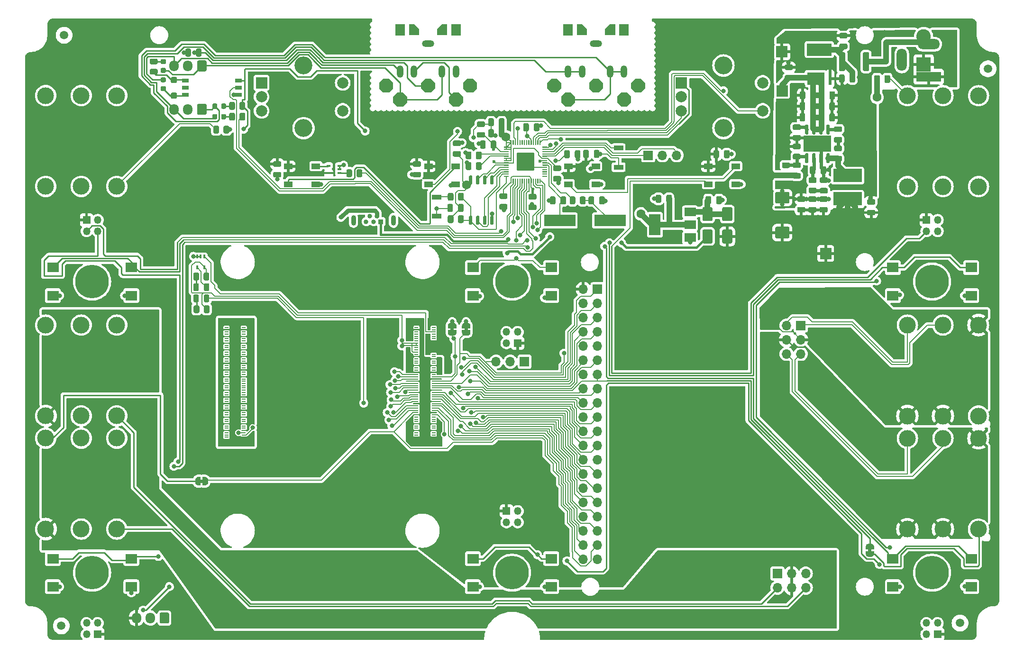
<source format=gtl>
G04 #@! TF.GenerationSoftware,KiCad,Pcbnew,7.0.9-7.0.9~ubuntu23.04.1*
G04 #@! TF.CreationDate,2023-12-03T01:12:45+00:00*
G04 #@! TF.ProjectId,pedalboard-hw,70656461-6c62-46f6-9172-642d68772e6b,3.0.2-RC*
G04 #@! TF.SameCoordinates,Original*
G04 #@! TF.FileFunction,Copper,L1,Top*
G04 #@! TF.FilePolarity,Positive*
%FSLAX46Y46*%
G04 Gerber Fmt 4.6, Leading zero omitted, Abs format (unit mm)*
G04 Created by KiCad (PCBNEW 7.0.9-7.0.9~ubuntu23.04.1) date 2023-12-03 01:12:45*
%MOMM*%
%LPD*%
G01*
G04 APERTURE LIST*
G04 #@! TA.AperFunction,SMDPad,CuDef*
%ADD10R,2.000000X2.000000*%
G04 #@! TD*
G04 #@! TA.AperFunction,SMDPad,CuDef*
%ADD11C,1.500000*%
G04 #@! TD*
G04 #@! TA.AperFunction,ComponentPad*
%ADD12O,1.200000X2.200000*%
G04 #@! TD*
G04 #@! TA.AperFunction,ComponentPad*
%ADD13O,2.200000X1.200000*%
G04 #@! TD*
G04 #@! TA.AperFunction,ComponentPad*
%ADD14C,3.000000*%
G04 #@! TD*
G04 #@! TA.AperFunction,ComponentPad*
%ADD15R,4.400000X1.800000*%
G04 #@! TD*
G04 #@! TA.AperFunction,ComponentPad*
%ADD16O,4.000000X1.800000*%
G04 #@! TD*
G04 #@! TA.AperFunction,ComponentPad*
%ADD17O,1.800000X4.000000*%
G04 #@! TD*
G04 #@! TA.AperFunction,SMDPad,CuDef*
%ADD18R,2.000000X1.500000*%
G04 #@! TD*
G04 #@! TA.AperFunction,SMDPad,CuDef*
%ADD19R,2.000000X3.800000*%
G04 #@! TD*
G04 #@! TA.AperFunction,ComponentPad*
%ADD20R,2.600000X2.600000*%
G04 #@! TD*
G04 #@! TA.AperFunction,ComponentPad*
%ADD21C,2.600000*%
G04 #@! TD*
G04 #@! TA.AperFunction,ComponentPad*
%ADD22R,1.350000X1.350000*%
G04 #@! TD*
G04 #@! TA.AperFunction,ComponentPad*
%ADD23O,1.350000X1.350000*%
G04 #@! TD*
G04 #@! TA.AperFunction,SMDPad,CuDef*
%ADD24R,1.700000X0.900000*%
G04 #@! TD*
G04 #@! TA.AperFunction,SMDPad,CuDef*
%ADD25R,1.500000X1.000000*%
G04 #@! TD*
G04 #@! TA.AperFunction,ComponentPad*
%ADD26R,1.700000X1.700000*%
G04 #@! TD*
G04 #@! TA.AperFunction,ComponentPad*
%ADD27O,1.700000X1.700000*%
G04 #@! TD*
G04 #@! TA.AperFunction,SMDPad,CuDef*
%ADD28R,2.000000X1.800000*%
G04 #@! TD*
G04 #@! TA.AperFunction,ComponentPad*
%ADD29R,0.840000X0.840000*%
G04 #@! TD*
G04 #@! TA.AperFunction,ComponentPad*
%ADD30C,0.840000*%
G04 #@! TD*
G04 #@! TA.AperFunction,ComponentPad*
%ADD31O,0.850000X1.850000*%
G04 #@! TD*
G04 #@! TA.AperFunction,ComponentPad*
%ADD32R,1.800000X2.000000*%
G04 #@! TD*
G04 #@! TA.AperFunction,ComponentPad*
%ADD33R,2.000000X2.000000*%
G04 #@! TD*
G04 #@! TA.AperFunction,ComponentPad*
%ADD34C,2.000000*%
G04 #@! TD*
G04 #@! TA.AperFunction,ComponentPad*
%ADD35C,3.200000*%
G04 #@! TD*
G04 #@! TA.AperFunction,ComponentPad*
%ADD36C,0.500000*%
G04 #@! TD*
G04 #@! TA.AperFunction,SMDPad,CuDef*
%ADD37R,4.900000X2.950000*%
G04 #@! TD*
G04 #@! TA.AperFunction,SMDPad,CuDef*
%ADD38R,3.150000X2.200000*%
G04 #@! TD*
G04 #@! TA.AperFunction,SMDPad,CuDef*
%ADD39R,0.600000X2.200000*%
G04 #@! TD*
G04 #@! TA.AperFunction,SMDPad,CuDef*
%ADD40R,4.400000X2.200000*%
G04 #@! TD*
G04 #@! TA.AperFunction,SMDPad,CuDef*
%ADD41R,1.300000X0.800000*%
G04 #@! TD*
G04 #@! TA.AperFunction,ComponentPad*
%ADD42C,0.600000*%
G04 #@! TD*
G04 #@! TA.AperFunction,SMDPad,CuDef*
%ADD43R,5.600000X2.100000*%
G04 #@! TD*
G04 #@! TA.AperFunction,SMDPad,CuDef*
%ADD44R,0.700000X0.200000*%
G04 #@! TD*
G04 #@! TA.AperFunction,SMDPad,CuDef*
%ADD45R,0.650000X0.400000*%
G04 #@! TD*
G04 #@! TA.AperFunction,SMDPad,CuDef*
%ADD46R,0.400000X0.650000*%
G04 #@! TD*
G04 #@! TA.AperFunction,SMDPad,CuDef*
%ADD47R,5.100000X2.350000*%
G04 #@! TD*
G04 #@! TA.AperFunction,WasherPad*
%ADD48C,6.000000*%
G04 #@! TD*
G04 #@! TA.AperFunction,ComponentPad*
%ADD49O,1.700000X1.950000*%
G04 #@! TD*
G04 #@! TA.AperFunction,ViaPad*
%ADD50C,0.800000*%
G04 #@! TD*
G04 #@! TA.AperFunction,ViaPad*
%ADD51C,1.600000*%
G04 #@! TD*
G04 #@! TA.AperFunction,ViaPad*
%ADD52C,0.600000*%
G04 #@! TD*
G04 #@! TA.AperFunction,Conductor*
%ADD53C,0.250000*%
G04 #@! TD*
G04 #@! TA.AperFunction,Conductor*
%ADD54C,0.200000*%
G04 #@! TD*
G04 #@! TA.AperFunction,Conductor*
%ADD55C,0.600000*%
G04 #@! TD*
G04 #@! TA.AperFunction,Conductor*
%ADD56C,1.000000*%
G04 #@! TD*
G04 #@! TA.AperFunction,Conductor*
%ADD57C,0.400000*%
G04 #@! TD*
G04 #@! TA.AperFunction,Conductor*
%ADD58C,0.770000*%
G04 #@! TD*
G04 APERTURE END LIST*
G04 #@! TA.AperFunction,EtchedComponent*
G36*
X49800000Y-102950000D02*
G01*
X49300000Y-102950000D01*
X49300000Y-102350000D01*
X49800000Y-102350000D01*
X49800000Y-102950000D01*
G37*
G04 #@! TD.AperFunction*
G04 #@! TA.AperFunction,EtchedComponent*
G36*
X169200000Y-115250000D02*
G01*
X168600000Y-115250000D01*
X168600000Y-114750000D01*
X169200000Y-114750000D01*
X169200000Y-115250000D01*
G37*
G04 #@! TD.AperFunction*
G04 #@! TA.AperFunction,EtchedComponent*
G36*
X97100000Y-75750000D02*
G01*
X96500000Y-75750000D01*
X96500000Y-75250000D01*
X97100000Y-75250000D01*
X97100000Y-75750000D01*
G37*
G04 #@! TD.AperFunction*
G04 #@! TA.AperFunction,EtchedComponent*
G36*
X94600000Y-75750000D02*
G01*
X94000000Y-75750000D01*
X94000000Y-75250000D01*
X94600000Y-75250000D01*
X94600000Y-75750000D01*
G37*
G04 #@! TD.AperFunction*
D10*
X161010000Y-61980000D03*
G04 #@! TA.AperFunction,SMDPad,CuDef*
G36*
G01*
X140950000Y-44725000D02*
X140950000Y-43775000D01*
G75*
G02*
X141200000Y-43525000I250000J0D01*
G01*
X141700000Y-43525000D01*
G75*
G02*
X141950000Y-43775000I0J-250000D01*
G01*
X141950000Y-44725000D01*
G75*
G02*
X141700000Y-44975000I-250000J0D01*
G01*
X141200000Y-44975000D01*
G75*
G02*
X140950000Y-44725000I0J250000D01*
G01*
G37*
G04 #@! TD.AperFunction*
G04 #@! TA.AperFunction,SMDPad,CuDef*
G36*
G01*
X142850000Y-44725000D02*
X142850000Y-43775000D01*
G75*
G02*
X143100000Y-43525000I250000J0D01*
G01*
X143600000Y-43525000D01*
G75*
G02*
X143850000Y-43775000I0J-250000D01*
G01*
X143850000Y-44725000D01*
G75*
G02*
X143600000Y-44975000I-250000J0D01*
G01*
X143100000Y-44975000D01*
G75*
G02*
X142850000Y-44725000I0J250000D01*
G01*
G37*
G04 #@! TD.AperFunction*
G04 #@! TA.AperFunction,SMDPad,CuDef*
G36*
G01*
X114300000Y-44725000D02*
X114300000Y-43775000D01*
G75*
G02*
X114550000Y-43525000I250000J0D01*
G01*
X115050000Y-43525000D01*
G75*
G02*
X115300000Y-43775000I0J-250000D01*
G01*
X115300000Y-44725000D01*
G75*
G02*
X115050000Y-44975000I-250000J0D01*
G01*
X114550000Y-44975000D01*
G75*
G02*
X114300000Y-44725000I0J250000D01*
G01*
G37*
G04 #@! TD.AperFunction*
G04 #@! TA.AperFunction,SMDPad,CuDef*
G36*
G01*
X116200000Y-44725000D02*
X116200000Y-43775000D01*
G75*
G02*
X116450000Y-43525000I250000J0D01*
G01*
X116950000Y-43525000D01*
G75*
G02*
X117200000Y-43775000I0J-250000D01*
G01*
X117200000Y-44725000D01*
G75*
G02*
X116950000Y-44975000I-250000J0D01*
G01*
X116450000Y-44975000D01*
G75*
G02*
X116200000Y-44725000I0J250000D01*
G01*
G37*
G04 #@! TD.AperFunction*
D11*
X25000000Y-23000000D03*
G04 #@! TA.AperFunction,SMDPad,CuDef*
G36*
G01*
X96715000Y-44910000D02*
X96715000Y-44010000D01*
G75*
G02*
X96965000Y-43760000I250000J0D01*
G01*
X97490000Y-43760000D01*
G75*
G02*
X97740000Y-44010000I0J-250000D01*
G01*
X97740000Y-44910000D01*
G75*
G02*
X97490000Y-45160000I-250000J0D01*
G01*
X96965000Y-45160000D01*
G75*
G02*
X96715000Y-44910000I0J250000D01*
G01*
G37*
G04 #@! TD.AperFunction*
G04 #@! TA.AperFunction,SMDPad,CuDef*
G36*
G01*
X98540000Y-44910000D02*
X98540000Y-44010000D01*
G75*
G02*
X98790000Y-43760000I250000J0D01*
G01*
X99315000Y-43760000D01*
G75*
G02*
X99565000Y-44010000I0J-250000D01*
G01*
X99565000Y-44910000D01*
G75*
G02*
X99315000Y-45160000I-250000J0D01*
G01*
X98790000Y-45160000D01*
G75*
G02*
X98540000Y-44910000I0J250000D01*
G01*
G37*
G04 #@! TD.AperFunction*
D12*
X125000000Y-29500000D03*
X122500000Y-29500000D03*
D13*
X120000000Y-24500000D03*
D12*
X115000000Y-29500000D03*
X117500000Y-29500000D03*
G04 #@! TA.AperFunction,SMDPad,CuDef*
G36*
G01*
X99915000Y-41300000D02*
X98965000Y-41300000D01*
G75*
G02*
X98715000Y-41050000I0J250000D01*
G01*
X98715000Y-40550000D01*
G75*
G02*
X98965000Y-40300000I250000J0D01*
G01*
X99915000Y-40300000D01*
G75*
G02*
X100165000Y-40550000I0J-250000D01*
G01*
X100165000Y-41050000D01*
G75*
G02*
X99915000Y-41300000I-250000J0D01*
G01*
G37*
G04 #@! TD.AperFunction*
G04 #@! TA.AperFunction,SMDPad,CuDef*
G36*
G01*
X99915000Y-39400000D02*
X98965000Y-39400000D01*
G75*
G02*
X98715000Y-39150000I0J250000D01*
G01*
X98715000Y-38650000D01*
G75*
G02*
X98965000Y-38400000I250000J0D01*
G01*
X99915000Y-38400000D01*
G75*
G02*
X100165000Y-38650000I0J-250000D01*
G01*
X100165000Y-39150000D01*
G75*
G02*
X99915000Y-39400000I-250000J0D01*
G01*
G37*
G04 #@! TD.AperFunction*
G04 #@! TA.AperFunction,SMDPad,CuDef*
G36*
G01*
X156315000Y-48610000D02*
X155365000Y-48610000D01*
G75*
G02*
X155115000Y-48360000I0J250000D01*
G01*
X155115000Y-47860000D01*
G75*
G02*
X155365000Y-47610000I250000J0D01*
G01*
X156315000Y-47610000D01*
G75*
G02*
X156565000Y-47860000I0J-250000D01*
G01*
X156565000Y-48360000D01*
G75*
G02*
X156315000Y-48610000I-250000J0D01*
G01*
G37*
G04 #@! TD.AperFunction*
G04 #@! TA.AperFunction,SMDPad,CuDef*
G36*
G01*
X156315000Y-46710000D02*
X155365000Y-46710000D01*
G75*
G02*
X155115000Y-46460000I0J250000D01*
G01*
X155115000Y-45960000D01*
G75*
G02*
X155365000Y-45710000I250000J0D01*
G01*
X156315000Y-45710000D01*
G75*
G02*
X156565000Y-45960000I0J-250000D01*
G01*
X156565000Y-46460000D01*
G75*
G02*
X156315000Y-46710000I-250000J0D01*
G01*
G37*
G04 #@! TD.AperFunction*
D11*
X190000000Y-29000000D03*
D10*
X153220000Y-32930000D03*
G04 #@! TA.AperFunction,SMDPad,CuDef*
G36*
G01*
X139250000Y-53700000D02*
X140550000Y-53700000D01*
G75*
G02*
X140800000Y-53950000I0J-250000D01*
G01*
X140800000Y-55950000D01*
G75*
G02*
X140550000Y-56200000I-250000J0D01*
G01*
X139250000Y-56200000D01*
G75*
G02*
X139000000Y-55950000I0J250000D01*
G01*
X139000000Y-53950000D01*
G75*
G02*
X139250000Y-53700000I250000J0D01*
G01*
G37*
G04 #@! TD.AperFunction*
G04 #@! TA.AperFunction,SMDPad,CuDef*
G36*
G01*
X139250000Y-57700000D02*
X140550000Y-57700000D01*
G75*
G02*
X140800000Y-57950000I0J-250000D01*
G01*
X140800000Y-59950000D01*
G75*
G02*
X140550000Y-60200000I-250000J0D01*
G01*
X139250000Y-60200000D01*
G75*
G02*
X139000000Y-59950000I0J250000D01*
G01*
X139000000Y-57950000D01*
G75*
G02*
X139250000Y-57700000I250000J0D01*
G01*
G37*
G04 #@! TD.AperFunction*
G04 #@! TA.AperFunction,SMDPad,CuDef*
G36*
G01*
X93512500Y-56300000D02*
X93512500Y-55400000D01*
G75*
G02*
X93762500Y-55150000I250000J0D01*
G01*
X94287500Y-55150000D01*
G75*
G02*
X94537500Y-55400000I0J-250000D01*
G01*
X94537500Y-56300000D01*
G75*
G02*
X94287500Y-56550000I-250000J0D01*
G01*
X93762500Y-56550000D01*
G75*
G02*
X93512500Y-56300000I0J250000D01*
G01*
G37*
G04 #@! TD.AperFunction*
G04 #@! TA.AperFunction,SMDPad,CuDef*
G36*
G01*
X95337500Y-56300000D02*
X95337500Y-55400000D01*
G75*
G02*
X95587500Y-55150000I250000J0D01*
G01*
X96112500Y-55150000D01*
G75*
G02*
X96362500Y-55400000I0J-250000D01*
G01*
X96362500Y-56300000D01*
G75*
G02*
X96112500Y-56550000I-250000J0D01*
G01*
X95587500Y-56550000D01*
G75*
G02*
X95337500Y-56300000I0J250000D01*
G01*
G37*
G04 #@! TD.AperFunction*
D14*
X28050000Y-50000000D03*
X28050000Y-33770000D03*
X21700000Y-50000000D03*
X21700000Y-33770000D03*
X34400000Y-50000000D03*
X34400000Y-33770000D03*
X28050000Y-111200000D03*
X28050000Y-94970000D03*
X21700000Y-111200000D03*
X21700000Y-94970000D03*
X34400000Y-111200000D03*
X34400000Y-94970000D03*
G04 #@! TA.AperFunction,SMDPad,CuDef*
G36*
G01*
X157125000Y-54670000D02*
X156175000Y-54670000D01*
G75*
G02*
X155925000Y-54420000I0J250000D01*
G01*
X155925000Y-53920000D01*
G75*
G02*
X156175000Y-53670000I250000J0D01*
G01*
X157125000Y-53670000D01*
G75*
G02*
X157375000Y-53920000I0J-250000D01*
G01*
X157375000Y-54420000D01*
G75*
G02*
X157125000Y-54670000I-250000J0D01*
G01*
G37*
G04 #@! TD.AperFunction*
G04 #@! TA.AperFunction,SMDPad,CuDef*
G36*
G01*
X157125000Y-52770000D02*
X156175000Y-52770000D01*
G75*
G02*
X155925000Y-52520000I0J250000D01*
G01*
X155925000Y-52020000D01*
G75*
G02*
X156175000Y-51770000I250000J0D01*
G01*
X157125000Y-51770000D01*
G75*
G02*
X157375000Y-52020000I0J-250000D01*
G01*
X157375000Y-52520000D01*
G75*
G02*
X157125000Y-52770000I-250000J0D01*
G01*
G37*
G04 #@! TD.AperFunction*
D15*
X179400000Y-30400000D03*
D16*
X179400000Y-24600000D03*
D17*
X174600000Y-27400000D03*
D18*
X136800000Y-59150000D03*
X136800000Y-56850000D03*
D19*
X130500000Y-56850000D03*
D18*
X136800000Y-54550000D03*
D20*
X178500000Y-28210000D03*
D21*
X178500000Y-23210000D03*
G04 #@! TA.AperFunction,SMDPad,CuDef*
G36*
G01*
X133540000Y-51745000D02*
X133540000Y-52695000D01*
G75*
G02*
X133290000Y-52945000I-250000J0D01*
G01*
X132790000Y-52945000D01*
G75*
G02*
X132540000Y-52695000I0J250000D01*
G01*
X132540000Y-51745000D01*
G75*
G02*
X132790000Y-51495000I250000J0D01*
G01*
X133290000Y-51495000D01*
G75*
G02*
X133540000Y-51745000I0J-250000D01*
G01*
G37*
G04 #@! TD.AperFunction*
G04 #@! TA.AperFunction,SMDPad,CuDef*
G36*
G01*
X131640000Y-51745000D02*
X131640000Y-52695000D01*
G75*
G02*
X131390000Y-52945000I-250000J0D01*
G01*
X130890000Y-52945000D01*
G75*
G02*
X130640000Y-52695000I0J250000D01*
G01*
X130640000Y-51745000D01*
G75*
G02*
X130890000Y-51495000I250000J0D01*
G01*
X131390000Y-51495000D01*
G75*
G02*
X131640000Y-51745000I0J-250000D01*
G01*
G37*
G04 #@! TD.AperFunction*
D22*
X29000000Y-56000000D03*
D23*
X31000000Y-56000000D03*
X29000000Y-58000000D03*
X31000000Y-58000000D03*
D24*
X124010000Y-46560000D03*
X124010000Y-43160000D03*
G04 #@! TA.AperFunction,SMDPad,CuDef*
G36*
G01*
X96715000Y-46810000D02*
X96715000Y-45910000D01*
G75*
G02*
X96965000Y-45660000I250000J0D01*
G01*
X97490000Y-45660000D01*
G75*
G02*
X97740000Y-45910000I0J-250000D01*
G01*
X97740000Y-46810000D01*
G75*
G02*
X97490000Y-47060000I-250000J0D01*
G01*
X96965000Y-47060000D01*
G75*
G02*
X96715000Y-46810000I0J250000D01*
G01*
G37*
G04 #@! TD.AperFunction*
G04 #@! TA.AperFunction,SMDPad,CuDef*
G36*
G01*
X98540000Y-46810000D02*
X98540000Y-45910000D01*
G75*
G02*
X98790000Y-45660000I250000J0D01*
G01*
X99315000Y-45660000D01*
G75*
G02*
X99565000Y-45910000I0J-250000D01*
G01*
X99565000Y-46810000D01*
G75*
G02*
X99315000Y-47060000I-250000J0D01*
G01*
X98790000Y-47060000D01*
G75*
G02*
X98540000Y-46810000I0J250000D01*
G01*
G37*
G04 #@! TD.AperFunction*
G04 #@! TA.AperFunction,SMDPad,CuDef*
G36*
G01*
X96337500Y-53375000D02*
X96337500Y-54325000D01*
G75*
G02*
X96087500Y-54575000I-250000J0D01*
G01*
X95587500Y-54575000D01*
G75*
G02*
X95337500Y-54325000I0J250000D01*
G01*
X95337500Y-53375000D01*
G75*
G02*
X95587500Y-53125000I250000J0D01*
G01*
X96087500Y-53125000D01*
G75*
G02*
X96337500Y-53375000I0J-250000D01*
G01*
G37*
G04 #@! TD.AperFunction*
G04 #@! TA.AperFunction,SMDPad,CuDef*
G36*
G01*
X94437500Y-53375000D02*
X94437500Y-54325000D01*
G75*
G02*
X94187500Y-54575000I-250000J0D01*
G01*
X93687500Y-54575000D01*
G75*
G02*
X93437500Y-54325000I0J250000D01*
G01*
X93437500Y-53375000D01*
G75*
G02*
X93687500Y-53125000I250000J0D01*
G01*
X94187500Y-53125000D01*
G75*
G02*
X94437500Y-53375000I0J-250000D01*
G01*
G37*
G04 #@! TD.AperFunction*
G04 #@! TA.AperFunction,SMDPad,CuDef*
G36*
X49400000Y-103400000D02*
G01*
X48900000Y-103400000D01*
X48900000Y-103394911D01*
X48828843Y-103394911D01*
X48692292Y-103354816D01*
X48572570Y-103277875D01*
X48479373Y-103170320D01*
X48420254Y-103040866D01*
X48400000Y-102900000D01*
X48400000Y-102400000D01*
X48420254Y-102259134D01*
X48479373Y-102129680D01*
X48572570Y-102022125D01*
X48692292Y-101945184D01*
X48828843Y-101905089D01*
X48900000Y-101905089D01*
X48900000Y-101900000D01*
X49400000Y-101900000D01*
X49400000Y-103400000D01*
G37*
G04 #@! TD.AperFunction*
G04 #@! TA.AperFunction,SMDPad,CuDef*
G36*
X50200000Y-101905089D02*
G01*
X50271157Y-101905089D01*
X50407708Y-101945184D01*
X50527430Y-102022125D01*
X50620627Y-102129680D01*
X50679746Y-102259134D01*
X50700000Y-102400000D01*
X50700000Y-102900000D01*
X50679746Y-103040866D01*
X50620627Y-103170320D01*
X50527430Y-103277875D01*
X50407708Y-103354816D01*
X50271157Y-103394911D01*
X50200000Y-103394911D01*
X50200000Y-103400000D01*
X49700000Y-103400000D01*
X49700000Y-101900000D01*
X50200000Y-101900000D01*
X50200000Y-101905089D01*
G37*
G04 #@! TD.AperFunction*
D25*
X119950000Y-49600000D03*
X119950000Y-46400000D03*
X115050000Y-46400000D03*
X115050000Y-49600000D03*
G04 #@! TA.AperFunction,SMDPad,CuDef*
G36*
G01*
X154295000Y-59280000D02*
X152245000Y-59280000D01*
G75*
G02*
X151995000Y-59030000I0J250000D01*
G01*
X151995000Y-57455000D01*
G75*
G02*
X152245000Y-57205000I250000J0D01*
G01*
X154295000Y-57205000D01*
G75*
G02*
X154545000Y-57455000I0J-250000D01*
G01*
X154545000Y-59030000D01*
G75*
G02*
X154295000Y-59280000I-250000J0D01*
G01*
G37*
G04 #@! TD.AperFunction*
G04 #@! TA.AperFunction,SMDPad,CuDef*
G36*
G01*
X154295000Y-53055000D02*
X152245000Y-53055000D01*
G75*
G02*
X151995000Y-52805000I0J250000D01*
G01*
X151995000Y-51230000D01*
G75*
G02*
X152245000Y-50980000I250000J0D01*
G01*
X154295000Y-50980000D01*
G75*
G02*
X154545000Y-51230000I0J-250000D01*
G01*
X154545000Y-52805000D01*
G75*
G02*
X154295000Y-53055000I-250000J0D01*
G01*
G37*
G04 #@! TD.AperFunction*
G04 #@! TA.AperFunction,SMDPad,CuDef*
G36*
G01*
X93512500Y-52300000D02*
X93512500Y-51400000D01*
G75*
G02*
X93762500Y-51150000I250000J0D01*
G01*
X94287500Y-51150000D01*
G75*
G02*
X94537500Y-51400000I0J-250000D01*
G01*
X94537500Y-52300000D01*
G75*
G02*
X94287500Y-52550000I-250000J0D01*
G01*
X93762500Y-52550000D01*
G75*
G02*
X93512500Y-52300000I0J250000D01*
G01*
G37*
G04 #@! TD.AperFunction*
G04 #@! TA.AperFunction,SMDPad,CuDef*
G36*
G01*
X95337500Y-52300000D02*
X95337500Y-51400000D01*
G75*
G02*
X95587500Y-51150000I250000J0D01*
G01*
X96112500Y-51150000D01*
G75*
G02*
X96362500Y-51400000I0J-250000D01*
G01*
X96362500Y-52300000D01*
G75*
G02*
X96112500Y-52550000I-250000J0D01*
G01*
X95587500Y-52550000D01*
G75*
G02*
X95337500Y-52300000I0J250000D01*
G01*
G37*
G04 #@! TD.AperFunction*
D14*
X28050000Y-91000000D03*
X28050000Y-74770000D03*
X21700000Y-91000000D03*
X21700000Y-74770000D03*
X34400000Y-91000000D03*
X34400000Y-74770000D03*
X181950000Y-94995000D03*
X181950000Y-111225000D03*
X188300000Y-94995000D03*
X188300000Y-111225000D03*
X175600000Y-94995000D03*
X175600000Y-111225000D03*
D26*
X129315000Y-44450000D03*
D27*
X131855000Y-44450000D03*
X134395000Y-44450000D03*
G04 #@! TA.AperFunction,SMDPad,CuDef*
G36*
G01*
X158190000Y-47585000D02*
X158190000Y-46635000D01*
G75*
G02*
X158440000Y-46385000I250000J0D01*
G01*
X158940000Y-46385000D01*
G75*
G02*
X159190000Y-46635000I0J-250000D01*
G01*
X159190000Y-47585000D01*
G75*
G02*
X158940000Y-47835000I-250000J0D01*
G01*
X158440000Y-47835000D01*
G75*
G02*
X158190000Y-47585000I0J250000D01*
G01*
G37*
G04 #@! TD.AperFunction*
G04 #@! TA.AperFunction,SMDPad,CuDef*
G36*
G01*
X160090000Y-47585000D02*
X160090000Y-46635000D01*
G75*
G02*
X160340000Y-46385000I250000J0D01*
G01*
X160840000Y-46385000D01*
G75*
G02*
X161090000Y-46635000I0J-250000D01*
G01*
X161090000Y-47585000D01*
G75*
G02*
X160840000Y-47835000I-250000J0D01*
G01*
X160340000Y-47835000D01*
G75*
G02*
X160090000Y-47585000I0J250000D01*
G01*
G37*
G04 #@! TD.AperFunction*
D25*
X144950000Y-49600000D03*
X144950000Y-46400000D03*
X140050000Y-46400000D03*
X140050000Y-49600000D03*
G04 #@! TA.AperFunction,SMDPad,CuDef*
G36*
G01*
X156280000Y-45195000D02*
X155380000Y-45195000D01*
G75*
G02*
X155130000Y-44945000I0J250000D01*
G01*
X155130000Y-44420000D01*
G75*
G02*
X155380000Y-44170000I250000J0D01*
G01*
X156280000Y-44170000D01*
G75*
G02*
X156530000Y-44420000I0J-250000D01*
G01*
X156530000Y-44945000D01*
G75*
G02*
X156280000Y-45195000I-250000J0D01*
G01*
G37*
G04 #@! TD.AperFunction*
G04 #@! TA.AperFunction,SMDPad,CuDef*
G36*
G01*
X156280000Y-43370000D02*
X155380000Y-43370000D01*
G75*
G02*
X155130000Y-43120000I0J250000D01*
G01*
X155130000Y-42595000D01*
G75*
G02*
X155380000Y-42345000I250000J0D01*
G01*
X156280000Y-42345000D01*
G75*
G02*
X156530000Y-42595000I0J-250000D01*
G01*
X156530000Y-43120000D01*
G75*
G02*
X156280000Y-43370000I-250000J0D01*
G01*
G37*
G04 #@! TD.AperFunction*
D22*
X181000000Y-130000000D03*
D23*
X179000000Y-130000000D03*
X181000000Y-128000000D03*
X179000000Y-128000000D03*
D22*
X31000000Y-130000000D03*
D23*
X29000000Y-130000000D03*
X31000000Y-128000000D03*
X29000000Y-128000000D03*
D28*
X98000000Y-64500000D03*
X112000000Y-64500000D03*
X98000000Y-69500000D03*
X112000000Y-69500000D03*
D11*
X185000000Y-128000000D03*
G04 #@! TA.AperFunction,SMDPad,CuDef*
G36*
G01*
X154895000Y-31120000D02*
X153945000Y-31120000D01*
G75*
G02*
X153695000Y-30870000I0J250000D01*
G01*
X153695000Y-30370000D01*
G75*
G02*
X153945000Y-30120000I250000J0D01*
G01*
X154895000Y-30120000D01*
G75*
G02*
X155145000Y-30370000I0J-250000D01*
G01*
X155145000Y-30870000D01*
G75*
G02*
X154895000Y-31120000I-250000J0D01*
G01*
G37*
G04 #@! TD.AperFunction*
G04 #@! TA.AperFunction,SMDPad,CuDef*
G36*
G01*
X154895000Y-29220000D02*
X153945000Y-29220000D01*
G75*
G02*
X153695000Y-28970000I0J250000D01*
G01*
X153695000Y-28470000D01*
G75*
G02*
X153945000Y-28220000I250000J0D01*
G01*
X154895000Y-28220000D01*
G75*
G02*
X155145000Y-28470000I0J-250000D01*
G01*
X155145000Y-28970000D01*
G75*
G02*
X154895000Y-29220000I-250000J0D01*
G01*
G37*
G04 #@! TD.AperFunction*
G04 #@! TA.AperFunction,SMDPad,CuDef*
G36*
G01*
X169605000Y-55180000D02*
X168655000Y-55180000D01*
G75*
G02*
X168405000Y-54930000I0J250000D01*
G01*
X168405000Y-54430000D01*
G75*
G02*
X168655000Y-54180000I250000J0D01*
G01*
X169605000Y-54180000D01*
G75*
G02*
X169855000Y-54430000I0J-250000D01*
G01*
X169855000Y-54930000D01*
G75*
G02*
X169605000Y-55180000I-250000J0D01*
G01*
G37*
G04 #@! TD.AperFunction*
G04 #@! TA.AperFunction,SMDPad,CuDef*
G36*
G01*
X169605000Y-53280000D02*
X168655000Y-53280000D01*
G75*
G02*
X168405000Y-53030000I0J250000D01*
G01*
X168405000Y-52530000D01*
G75*
G02*
X168655000Y-52280000I250000J0D01*
G01*
X169605000Y-52280000D01*
G75*
G02*
X169855000Y-52530000I0J-250000D01*
G01*
X169855000Y-53030000D01*
G75*
G02*
X169605000Y-53280000I-250000J0D01*
G01*
G37*
G04 #@! TD.AperFunction*
D22*
X106000000Y-78000000D03*
D23*
X104000000Y-78000000D03*
X106000000Y-76000000D03*
X104000000Y-76000000D03*
G04 #@! TA.AperFunction,SMDPad,CuDef*
G36*
G01*
X78250000Y-47200000D02*
X78250000Y-48100000D01*
G75*
G02*
X78000000Y-48350000I-250000J0D01*
G01*
X77475000Y-48350000D01*
G75*
G02*
X77225000Y-48100000I0J250000D01*
G01*
X77225000Y-47200000D01*
G75*
G02*
X77475000Y-46950000I250000J0D01*
G01*
X78000000Y-46950000D01*
G75*
G02*
X78250000Y-47200000I0J-250000D01*
G01*
G37*
G04 #@! TD.AperFunction*
G04 #@! TA.AperFunction,SMDPad,CuDef*
G36*
G01*
X76425000Y-47200000D02*
X76425000Y-48100000D01*
G75*
G02*
X76175000Y-48350000I-250000J0D01*
G01*
X75650000Y-48350000D01*
G75*
G02*
X75400000Y-48100000I0J250000D01*
G01*
X75400000Y-47200000D01*
G75*
G02*
X75650000Y-46950000I250000J0D01*
G01*
X76175000Y-46950000D01*
G75*
G02*
X76425000Y-47200000I0J-250000D01*
G01*
G37*
G04 #@! TD.AperFunction*
D29*
X81540000Y-56290000D03*
D30*
X80890000Y-55290000D03*
X80240000Y-56290000D03*
X79590000Y-55290000D03*
X78940000Y-56290000D03*
D31*
X83815000Y-56070000D03*
X76665000Y-56070000D03*
D24*
X91510000Y-55350000D03*
X91510000Y-51950000D03*
G04 #@! TA.AperFunction,SMDPad,CuDef*
G36*
G01*
X163660000Y-45555000D02*
X162760000Y-45555000D01*
G75*
G02*
X162510000Y-45305000I0J250000D01*
G01*
X162510000Y-44780000D01*
G75*
G02*
X162760000Y-44530000I250000J0D01*
G01*
X163660000Y-44530000D01*
G75*
G02*
X163910000Y-44780000I0J-250000D01*
G01*
X163910000Y-45305000D01*
G75*
G02*
X163660000Y-45555000I-250000J0D01*
G01*
G37*
G04 #@! TD.AperFunction*
G04 #@! TA.AperFunction,SMDPad,CuDef*
G36*
G01*
X163660000Y-43730000D02*
X162760000Y-43730000D01*
G75*
G02*
X162510000Y-43480000I0J250000D01*
G01*
X162510000Y-42955000D01*
G75*
G02*
X162760000Y-42705000I250000J0D01*
G01*
X163660000Y-42705000D01*
G75*
G02*
X163910000Y-42955000I0J-250000D01*
G01*
X163910000Y-43480000D01*
G75*
G02*
X163660000Y-43730000I-250000J0D01*
G01*
G37*
G04 #@! TD.AperFunction*
G04 #@! TA.AperFunction,SMDPad,CuDef*
G36*
G01*
X161095000Y-54670000D02*
X160145000Y-54670000D01*
G75*
G02*
X159895000Y-54420000I0J250000D01*
G01*
X159895000Y-53920000D01*
G75*
G02*
X160145000Y-53670000I250000J0D01*
G01*
X161095000Y-53670000D01*
G75*
G02*
X161345000Y-53920000I0J-250000D01*
G01*
X161345000Y-54420000D01*
G75*
G02*
X161095000Y-54670000I-250000J0D01*
G01*
G37*
G04 #@! TD.AperFunction*
G04 #@! TA.AperFunction,SMDPad,CuDef*
G36*
G01*
X161095000Y-52770000D02*
X160145000Y-52770000D01*
G75*
G02*
X159895000Y-52520000I0J250000D01*
G01*
X159895000Y-52020000D01*
G75*
G02*
X160145000Y-51770000I250000J0D01*
G01*
X161095000Y-51770000D01*
G75*
G02*
X161345000Y-52020000I0J-250000D01*
G01*
X161345000Y-52520000D01*
G75*
G02*
X161095000Y-52770000I-250000J0D01*
G01*
G37*
G04 #@! TD.AperFunction*
D14*
X181965000Y-33800000D03*
X181965000Y-50030000D03*
X188315000Y-33800000D03*
X188315000Y-50030000D03*
X175615000Y-33800000D03*
X175615000Y-50030000D03*
G04 #@! TA.AperFunction,SMDPad,CuDef*
G36*
G01*
X49550000Y-25625000D02*
X49550000Y-26575000D01*
G75*
G02*
X49300000Y-26825000I-250000J0D01*
G01*
X48800000Y-26825000D01*
G75*
G02*
X48550000Y-26575000I0J250000D01*
G01*
X48550000Y-25625000D01*
G75*
G02*
X48800000Y-25375000I250000J0D01*
G01*
X49300000Y-25375000D01*
G75*
G02*
X49550000Y-25625000I0J-250000D01*
G01*
G37*
G04 #@! TD.AperFunction*
G04 #@! TA.AperFunction,SMDPad,CuDef*
G36*
G01*
X47650000Y-25625000D02*
X47650000Y-26575000D01*
G75*
G02*
X47400000Y-26825000I-250000J0D01*
G01*
X46900000Y-26825000D01*
G75*
G02*
X46650000Y-26575000I0J250000D01*
G01*
X46650000Y-25625000D01*
G75*
G02*
X46900000Y-25375000I250000J0D01*
G01*
X47400000Y-25375000D01*
G75*
G02*
X47650000Y-25625000I0J-250000D01*
G01*
G37*
G04 #@! TD.AperFunction*
G04 #@! TA.AperFunction,SMDPad,CuDef*
G36*
G01*
X163685000Y-42170000D02*
X162735000Y-42170000D01*
G75*
G02*
X162485000Y-41920000I0J250000D01*
G01*
X162485000Y-41420000D01*
G75*
G02*
X162735000Y-41170000I250000J0D01*
G01*
X163685000Y-41170000D01*
G75*
G02*
X163935000Y-41420000I0J-250000D01*
G01*
X163935000Y-41920000D01*
G75*
G02*
X163685000Y-42170000I-250000J0D01*
G01*
G37*
G04 #@! TD.AperFunction*
G04 #@! TA.AperFunction,SMDPad,CuDef*
G36*
G01*
X163685000Y-40270000D02*
X162735000Y-40270000D01*
G75*
G02*
X162485000Y-40020000I0J250000D01*
G01*
X162485000Y-39520000D01*
G75*
G02*
X162735000Y-39270000I250000J0D01*
G01*
X163685000Y-39270000D01*
G75*
G02*
X163935000Y-39520000I0J-250000D01*
G01*
X163935000Y-40020000D01*
G75*
G02*
X163685000Y-40270000I-250000J0D01*
G01*
G37*
G04 #@! TD.AperFunction*
G04 #@! TA.AperFunction,ComponentPad*
G36*
X113750000Y-32517767D02*
G01*
X113017767Y-33250000D01*
X111982233Y-33250000D01*
X111250000Y-32517767D01*
X111250000Y-31482233D01*
X111982233Y-30750000D01*
X113017767Y-30750000D01*
X113750000Y-31482233D01*
X113750000Y-32517767D01*
G37*
G04 #@! TD.AperFunction*
G04 #@! TA.AperFunction,ComponentPad*
G36*
X120517767Y-30750000D02*
G01*
X121250000Y-31482233D01*
X121250000Y-32517767D01*
X120517767Y-33250000D01*
X119482233Y-33250000D01*
X118750000Y-32517767D01*
X118750000Y-31482233D01*
X119482233Y-30750000D01*
X120517767Y-30750000D01*
G37*
G04 #@! TD.AperFunction*
G04 #@! TA.AperFunction,ComponentPad*
G36*
X128750000Y-32517767D02*
G01*
X128017767Y-33250000D01*
X126982233Y-33250000D01*
X126250000Y-32517767D01*
X126250000Y-31482233D01*
X126982233Y-30750000D01*
X128017767Y-30750000D01*
X128750000Y-31482233D01*
X128750000Y-32517767D01*
G37*
G04 #@! TD.AperFunction*
G04 #@! TA.AperFunction,ComponentPad*
G36*
X116250000Y-35017767D02*
G01*
X115517767Y-35750000D01*
X114482233Y-35750000D01*
X113750000Y-35017767D01*
X113750000Y-33982233D01*
X114482233Y-33250000D01*
X115517767Y-33250000D01*
X116250000Y-33982233D01*
X116250000Y-35017767D01*
G37*
G04 #@! TD.AperFunction*
G04 #@! TA.AperFunction,ComponentPad*
G36*
X126250000Y-35017767D02*
G01*
X125517767Y-35750000D01*
X124482233Y-35750000D01*
X123750000Y-35017767D01*
X123750000Y-33982233D01*
X124482233Y-33250000D01*
X125517767Y-33250000D01*
X126250000Y-33982233D01*
X126250000Y-35017767D01*
G37*
G04 #@! TD.AperFunction*
G04 #@! TA.AperFunction,ComponentPad*
G36*
X123400000Y-23000000D02*
G01*
X121600000Y-23000000D01*
X121600000Y-21900000D01*
X122500000Y-21000000D01*
X123400000Y-21000000D01*
X123400000Y-23000000D01*
G37*
G04 #@! TD.AperFunction*
D32*
X125000000Y-22000000D03*
X115000000Y-22000000D03*
G04 #@! TA.AperFunction,ComponentPad*
G36*
X118400000Y-23000000D02*
G01*
X116600000Y-23000000D01*
X116600000Y-21000000D01*
X117500000Y-21000000D01*
X118400000Y-21900000D01*
X118400000Y-23000000D01*
G37*
G04 #@! TD.AperFunction*
G04 #@! TA.AperFunction,SMDPad,CuDef*
G36*
G01*
X155365000Y-38920000D02*
X156315000Y-38920000D01*
G75*
G02*
X156565000Y-39170000I0J-250000D01*
G01*
X156565000Y-39670000D01*
G75*
G02*
X156315000Y-39920000I-250000J0D01*
G01*
X155365000Y-39920000D01*
G75*
G02*
X155115000Y-39670000I0J250000D01*
G01*
X155115000Y-39170000D01*
G75*
G02*
X155365000Y-38920000I250000J0D01*
G01*
G37*
G04 #@! TD.AperFunction*
G04 #@! TA.AperFunction,SMDPad,CuDef*
G36*
G01*
X155365000Y-40820000D02*
X156315000Y-40820000D01*
G75*
G02*
X156565000Y-41070000I0J-250000D01*
G01*
X156565000Y-41570000D01*
G75*
G02*
X156315000Y-41820000I-250000J0D01*
G01*
X155365000Y-41820000D01*
G75*
G02*
X155115000Y-41570000I0J250000D01*
G01*
X155115000Y-41070000D01*
G75*
G02*
X155365000Y-40820000I250000J0D01*
G01*
G37*
G04 #@! TD.AperFunction*
D33*
X60250000Y-31500000D03*
D34*
X60250000Y-36500000D03*
X60250000Y-34000000D03*
D35*
X67750000Y-28400000D03*
X67750000Y-39600000D03*
D34*
X74750000Y-36500000D03*
X74750000Y-31500000D03*
G04 #@! TA.AperFunction,SMDPad,CuDef*
G36*
G01*
X159250000Y-35215000D02*
X159250000Y-36165000D01*
G75*
G02*
X159000000Y-36415000I-250000J0D01*
G01*
X158500000Y-36415000D01*
G75*
G02*
X158250000Y-36165000I0J250000D01*
G01*
X158250000Y-35215000D01*
G75*
G02*
X158500000Y-34965000I250000J0D01*
G01*
X159000000Y-34965000D01*
G75*
G02*
X159250000Y-35215000I0J-250000D01*
G01*
G37*
G04 #@! TD.AperFunction*
G04 #@! TA.AperFunction,SMDPad,CuDef*
G36*
G01*
X157350000Y-35215000D02*
X157350000Y-36165000D01*
G75*
G02*
X157100000Y-36415000I-250000J0D01*
G01*
X156600000Y-36415000D01*
G75*
G02*
X156350000Y-36165000I0J250000D01*
G01*
X156350000Y-35215000D01*
G75*
G02*
X156600000Y-34965000I250000J0D01*
G01*
X157100000Y-34965000D01*
G75*
G02*
X157350000Y-35215000I0J-250000D01*
G01*
G37*
G04 #@! TD.AperFunction*
G04 #@! TA.AperFunction,SMDPad,CuDef*
G36*
G01*
X62575000Y-45500000D02*
X63525000Y-45500000D01*
G75*
G02*
X63775000Y-45750000I0J-250000D01*
G01*
X63775000Y-46250000D01*
G75*
G02*
X63525000Y-46500000I-250000J0D01*
G01*
X62575000Y-46500000D01*
G75*
G02*
X62325000Y-46250000I0J250000D01*
G01*
X62325000Y-45750000D01*
G75*
G02*
X62575000Y-45500000I250000J0D01*
G01*
G37*
G04 #@! TD.AperFunction*
G04 #@! TA.AperFunction,SMDPad,CuDef*
G36*
G01*
X62575000Y-47400000D02*
X63525000Y-47400000D01*
G75*
G02*
X63775000Y-47650000I0J-250000D01*
G01*
X63775000Y-48150000D01*
G75*
G02*
X63525000Y-48400000I-250000J0D01*
G01*
X62575000Y-48400000D01*
G75*
G02*
X62325000Y-48150000I0J250000D01*
G01*
X62325000Y-47650000D01*
G75*
G02*
X62575000Y-47400000I250000J0D01*
G01*
G37*
G04 #@! TD.AperFunction*
G04 #@! TA.AperFunction,SMDPad,CuDef*
G36*
G01*
X161275000Y-38950000D02*
X161575000Y-38950000D01*
G75*
G02*
X161725000Y-39100000I0J-150000D01*
G01*
X161725000Y-40575000D01*
G75*
G02*
X161575000Y-40725000I-150000J0D01*
G01*
X161275000Y-40725000D01*
G75*
G02*
X161125000Y-40575000I0J150000D01*
G01*
X161125000Y-39100000D01*
G75*
G02*
X161275000Y-38950000I150000J0D01*
G01*
G37*
G04 #@! TD.AperFunction*
G04 #@! TA.AperFunction,SMDPad,CuDef*
G36*
G01*
X160005000Y-38950000D02*
X160305000Y-38950000D01*
G75*
G02*
X160455000Y-39100000I0J-150000D01*
G01*
X160455000Y-40575000D01*
G75*
G02*
X160305000Y-40725000I-150000J0D01*
G01*
X160005000Y-40725000D01*
G75*
G02*
X159855000Y-40575000I0J150000D01*
G01*
X159855000Y-39100000D01*
G75*
G02*
X160005000Y-38950000I150000J0D01*
G01*
G37*
G04 #@! TD.AperFunction*
G04 #@! TA.AperFunction,SMDPad,CuDef*
G36*
G01*
X158735000Y-38950000D02*
X159035000Y-38950000D01*
G75*
G02*
X159185000Y-39100000I0J-150000D01*
G01*
X159185000Y-40575000D01*
G75*
G02*
X159035000Y-40725000I-150000J0D01*
G01*
X158735000Y-40725000D01*
G75*
G02*
X158585000Y-40575000I0J150000D01*
G01*
X158585000Y-39100000D01*
G75*
G02*
X158735000Y-38950000I150000J0D01*
G01*
G37*
G04 #@! TD.AperFunction*
G04 #@! TA.AperFunction,SMDPad,CuDef*
G36*
G01*
X157465000Y-38950000D02*
X157765000Y-38950000D01*
G75*
G02*
X157915000Y-39100000I0J-150000D01*
G01*
X157915000Y-40575000D01*
G75*
G02*
X157765000Y-40725000I-150000J0D01*
G01*
X157465000Y-40725000D01*
G75*
G02*
X157315000Y-40575000I0J150000D01*
G01*
X157315000Y-39100000D01*
G75*
G02*
X157465000Y-38950000I150000J0D01*
G01*
G37*
G04 #@! TD.AperFunction*
G04 #@! TA.AperFunction,SMDPad,CuDef*
G36*
G01*
X157465000Y-44075000D02*
X157765000Y-44075000D01*
G75*
G02*
X157915000Y-44225000I0J-150000D01*
G01*
X157915000Y-45700000D01*
G75*
G02*
X157765000Y-45850000I-150000J0D01*
G01*
X157465000Y-45850000D01*
G75*
G02*
X157315000Y-45700000I0J150000D01*
G01*
X157315000Y-44225000D01*
G75*
G02*
X157465000Y-44075000I150000J0D01*
G01*
G37*
G04 #@! TD.AperFunction*
G04 #@! TA.AperFunction,SMDPad,CuDef*
G36*
G01*
X158735000Y-44075000D02*
X159035000Y-44075000D01*
G75*
G02*
X159185000Y-44225000I0J-150000D01*
G01*
X159185000Y-45700000D01*
G75*
G02*
X159035000Y-45850000I-150000J0D01*
G01*
X158735000Y-45850000D01*
G75*
G02*
X158585000Y-45700000I0J150000D01*
G01*
X158585000Y-44225000D01*
G75*
G02*
X158735000Y-44075000I150000J0D01*
G01*
G37*
G04 #@! TD.AperFunction*
G04 #@! TA.AperFunction,SMDPad,CuDef*
G36*
G01*
X160005000Y-44075000D02*
X160305000Y-44075000D01*
G75*
G02*
X160455000Y-44225000I0J-150000D01*
G01*
X160455000Y-45700000D01*
G75*
G02*
X160305000Y-45850000I-150000J0D01*
G01*
X160005000Y-45850000D01*
G75*
G02*
X159855000Y-45700000I0J150000D01*
G01*
X159855000Y-44225000D01*
G75*
G02*
X160005000Y-44075000I150000J0D01*
G01*
G37*
G04 #@! TD.AperFunction*
G04 #@! TA.AperFunction,SMDPad,CuDef*
G36*
G01*
X161275000Y-44075000D02*
X161575000Y-44075000D01*
G75*
G02*
X161725000Y-44225000I0J-150000D01*
G01*
X161725000Y-45700000D01*
G75*
G02*
X161575000Y-45850000I-150000J0D01*
G01*
X161275000Y-45850000D01*
G75*
G02*
X161125000Y-45700000I0J150000D01*
G01*
X161125000Y-44225000D01*
G75*
G02*
X161275000Y-44075000I150000J0D01*
G01*
G37*
G04 #@! TD.AperFunction*
D36*
X161470000Y-41750000D03*
X160170000Y-41750000D03*
X158870000Y-41750000D03*
X157570000Y-41750000D03*
D37*
X159520000Y-42400000D03*
D36*
X161470000Y-43050000D03*
X160170000Y-43050000D03*
X158870000Y-43050000D03*
X157570000Y-43050000D03*
D25*
X94950000Y-49600000D03*
X94950000Y-46400000D03*
X90050000Y-46400000D03*
X90050000Y-49600000D03*
D22*
X179000000Y-56000000D03*
D23*
X181000000Y-56000000D03*
X179000000Y-58000000D03*
X181000000Y-58000000D03*
G04 #@! TA.AperFunction,SMDPad,CuDef*
G36*
G01*
X95615000Y-44700000D02*
X94665000Y-44700000D01*
G75*
G02*
X94415000Y-44450000I0J250000D01*
G01*
X94415000Y-43950000D01*
G75*
G02*
X94665000Y-43700000I250000J0D01*
G01*
X95615000Y-43700000D01*
G75*
G02*
X95865000Y-43950000I0J-250000D01*
G01*
X95865000Y-44450000D01*
G75*
G02*
X95615000Y-44700000I-250000J0D01*
G01*
G37*
G04 #@! TD.AperFunction*
G04 #@! TA.AperFunction,SMDPad,CuDef*
G36*
G01*
X95615000Y-42800000D02*
X94665000Y-42800000D01*
G75*
G02*
X94415000Y-42550000I0J250000D01*
G01*
X94415000Y-42050000D01*
G75*
G02*
X94665000Y-41800000I250000J0D01*
G01*
X95615000Y-41800000D01*
G75*
G02*
X95865000Y-42050000I0J-250000D01*
G01*
X95865000Y-42550000D01*
G75*
G02*
X95615000Y-42800000I-250000J0D01*
G01*
G37*
G04 #@! TD.AperFunction*
G04 #@! TA.AperFunction,SMDPad,CuDef*
G36*
G01*
X40550000Y-27175000D02*
X41450000Y-27175000D01*
G75*
G02*
X41700000Y-27425000I0J-250000D01*
G01*
X41700000Y-27950000D01*
G75*
G02*
X41450000Y-28200000I-250000J0D01*
G01*
X40550000Y-28200000D01*
G75*
G02*
X40300000Y-27950000I0J250000D01*
G01*
X40300000Y-27425000D01*
G75*
G02*
X40550000Y-27175000I250000J0D01*
G01*
G37*
G04 #@! TD.AperFunction*
G04 #@! TA.AperFunction,SMDPad,CuDef*
G36*
G01*
X40550000Y-29000000D02*
X41450000Y-29000000D01*
G75*
G02*
X41700000Y-29250000I0J-250000D01*
G01*
X41700000Y-29775000D01*
G75*
G02*
X41450000Y-30025000I-250000J0D01*
G01*
X40550000Y-30025000D01*
G75*
G02*
X40300000Y-29775000I0J250000D01*
G01*
X40300000Y-29250000D01*
G75*
G02*
X40550000Y-29000000I250000J0D01*
G01*
G37*
G04 #@! TD.AperFunction*
D25*
X69950000Y-49600000D03*
X69950000Y-46400000D03*
X65050000Y-46400000D03*
X65050000Y-49600000D03*
G04 #@! TA.AperFunction,SMDPad,CuDef*
G36*
G01*
X87525000Y-45500000D02*
X88475000Y-45500000D01*
G75*
G02*
X88725000Y-45750000I0J-250000D01*
G01*
X88725000Y-46250000D01*
G75*
G02*
X88475000Y-46500000I-250000J0D01*
G01*
X87525000Y-46500000D01*
G75*
G02*
X87275000Y-46250000I0J250000D01*
G01*
X87275000Y-45750000D01*
G75*
G02*
X87525000Y-45500000I250000J0D01*
G01*
G37*
G04 #@! TD.AperFunction*
G04 #@! TA.AperFunction,SMDPad,CuDef*
G36*
G01*
X87525000Y-47400000D02*
X88475000Y-47400000D01*
G75*
G02*
X88725000Y-47650000I0J-250000D01*
G01*
X88725000Y-48150000D01*
G75*
G02*
X88475000Y-48400000I-250000J0D01*
G01*
X87525000Y-48400000D01*
G75*
G02*
X87275000Y-48150000I0J250000D01*
G01*
X87275000Y-47650000D01*
G75*
G02*
X87525000Y-47400000I250000J0D01*
G01*
G37*
G04 #@! TD.AperFunction*
G04 #@! TA.AperFunction,SMDPad,CuDef*
G36*
G01*
X102975000Y-51250000D02*
X103925000Y-51250000D01*
G75*
G02*
X104175000Y-51500000I0J-250000D01*
G01*
X104175000Y-52000000D01*
G75*
G02*
X103925000Y-52250000I-250000J0D01*
G01*
X102975000Y-52250000D01*
G75*
G02*
X102725000Y-52000000I0J250000D01*
G01*
X102725000Y-51500000D01*
G75*
G02*
X102975000Y-51250000I250000J0D01*
G01*
G37*
G04 #@! TD.AperFunction*
G04 #@! TA.AperFunction,SMDPad,CuDef*
G36*
G01*
X102975000Y-53150000D02*
X103925000Y-53150000D01*
G75*
G02*
X104175000Y-53400000I0J-250000D01*
G01*
X104175000Y-53900000D01*
G75*
G02*
X103925000Y-54150000I-250000J0D01*
G01*
X102975000Y-54150000D01*
G75*
G02*
X102725000Y-53900000I0J250000D01*
G01*
X102725000Y-53400000D01*
G75*
G02*
X102975000Y-53150000I250000J0D01*
G01*
G37*
G04 #@! TD.AperFunction*
D38*
X159225000Y-30760000D03*
D39*
X161765000Y-30760000D03*
D40*
X159860000Y-25560000D03*
G04 #@! TA.AperFunction,SMDPad,CuDef*
G36*
G01*
X115275000Y-52950000D02*
X115275000Y-52050000D01*
G75*
G02*
X115525000Y-51800000I250000J0D01*
G01*
X116050000Y-51800000D01*
G75*
G02*
X116300000Y-52050000I0J-250000D01*
G01*
X116300000Y-52950000D01*
G75*
G02*
X116050000Y-53200000I-250000J0D01*
G01*
X115525000Y-53200000D01*
G75*
G02*
X115275000Y-52950000I0J250000D01*
G01*
G37*
G04 #@! TD.AperFunction*
G04 #@! TA.AperFunction,SMDPad,CuDef*
G36*
G01*
X117100000Y-52950000D02*
X117100000Y-52050000D01*
G75*
G02*
X117350000Y-51800000I250000J0D01*
G01*
X117875000Y-51800000D01*
G75*
G02*
X118125000Y-52050000I0J-250000D01*
G01*
X118125000Y-52950000D01*
G75*
G02*
X117875000Y-53200000I-250000J0D01*
G01*
X117350000Y-53200000D01*
G75*
G02*
X117100000Y-52950000I0J250000D01*
G01*
G37*
G04 #@! TD.AperFunction*
G04 #@! TA.AperFunction,SMDPad,CuDef*
G36*
G01*
X159780000Y-34205000D02*
X159780000Y-33255000D01*
G75*
G02*
X160030000Y-33005000I250000J0D01*
G01*
X160530000Y-33005000D01*
G75*
G02*
X160780000Y-33255000I0J-250000D01*
G01*
X160780000Y-34205000D01*
G75*
G02*
X160530000Y-34455000I-250000J0D01*
G01*
X160030000Y-34455000D01*
G75*
G02*
X159780000Y-34205000I0J250000D01*
G01*
G37*
G04 #@! TD.AperFunction*
G04 #@! TA.AperFunction,SMDPad,CuDef*
G36*
G01*
X161680000Y-34205000D02*
X161680000Y-33255000D01*
G75*
G02*
X161930000Y-33005000I250000J0D01*
G01*
X162430000Y-33005000D01*
G75*
G02*
X162680000Y-33255000I0J-250000D01*
G01*
X162680000Y-34205000D01*
G75*
G02*
X162430000Y-34455000I-250000J0D01*
G01*
X161930000Y-34455000D01*
G75*
G02*
X161680000Y-34205000I0J250000D01*
G01*
G37*
G04 #@! TD.AperFunction*
D26*
X107225000Y-81300000D03*
D27*
X104685000Y-81300000D03*
X102145000Y-81300000D03*
G04 #@! TA.AperFunction,SMDPad,CuDef*
G36*
G01*
X166280000Y-30255000D02*
X166280000Y-31205000D01*
G75*
G02*
X166030000Y-31455000I-250000J0D01*
G01*
X165530000Y-31455000D01*
G75*
G02*
X165280000Y-31205000I0J250000D01*
G01*
X165280000Y-30255000D01*
G75*
G02*
X165530000Y-30005000I250000J0D01*
G01*
X166030000Y-30005000D01*
G75*
G02*
X166280000Y-30255000I0J-250000D01*
G01*
G37*
G04 #@! TD.AperFunction*
G04 #@! TA.AperFunction,SMDPad,CuDef*
G36*
G01*
X164380000Y-30255000D02*
X164380000Y-31205000D01*
G75*
G02*
X164130000Y-31455000I-250000J0D01*
G01*
X163630000Y-31455000D01*
G75*
G02*
X163380000Y-31205000I0J250000D01*
G01*
X163380000Y-30255000D01*
G75*
G02*
X163630000Y-30005000I250000J0D01*
G01*
X164130000Y-30005000D01*
G75*
G02*
X164380000Y-30255000I0J-250000D01*
G01*
G37*
G04 #@! TD.AperFunction*
D14*
X181950000Y-74780000D03*
X181950000Y-91010000D03*
X188300000Y-74780000D03*
X188300000Y-91010000D03*
X175600000Y-74780000D03*
X175600000Y-91010000D03*
G04 #@! TA.AperFunction,SMDPad,CuDef*
G36*
G01*
X164645000Y-25480000D02*
X163695000Y-25480000D01*
G75*
G02*
X163445000Y-25230000I0J250000D01*
G01*
X163445000Y-24730000D01*
G75*
G02*
X163695000Y-24480000I250000J0D01*
G01*
X164645000Y-24480000D01*
G75*
G02*
X164895000Y-24730000I0J-250000D01*
G01*
X164895000Y-25230000D01*
G75*
G02*
X164645000Y-25480000I-250000J0D01*
G01*
G37*
G04 #@! TD.AperFunction*
G04 #@! TA.AperFunction,SMDPad,CuDef*
G36*
G01*
X164645000Y-23580000D02*
X163695000Y-23580000D01*
G75*
G02*
X163445000Y-23330000I0J250000D01*
G01*
X163445000Y-22830000D01*
G75*
G02*
X163695000Y-22580000I250000J0D01*
G01*
X164645000Y-22580000D01*
G75*
G02*
X164895000Y-22830000I0J-250000D01*
G01*
X164895000Y-23330000D01*
G75*
G02*
X164645000Y-23580000I-250000J0D01*
G01*
G37*
G04 #@! TD.AperFunction*
G04 #@! TA.AperFunction,SMDPad,CuDef*
G36*
G01*
X159105000Y-54680000D02*
X158155000Y-54680000D01*
G75*
G02*
X157905000Y-54430000I0J250000D01*
G01*
X157905000Y-53930000D01*
G75*
G02*
X158155000Y-53680000I250000J0D01*
G01*
X159105000Y-53680000D01*
G75*
G02*
X159355000Y-53930000I0J-250000D01*
G01*
X159355000Y-54430000D01*
G75*
G02*
X159105000Y-54680000I-250000J0D01*
G01*
G37*
G04 #@! TD.AperFunction*
G04 #@! TA.AperFunction,SMDPad,CuDef*
G36*
G01*
X159105000Y-52780000D02*
X158155000Y-52780000D01*
G75*
G02*
X157905000Y-52530000I0J250000D01*
G01*
X157905000Y-52030000D01*
G75*
G02*
X158155000Y-51780000I250000J0D01*
G01*
X159105000Y-51780000D01*
G75*
G02*
X159355000Y-52030000I0J-250000D01*
G01*
X159355000Y-52530000D01*
G75*
G02*
X159105000Y-52780000I-250000J0D01*
G01*
G37*
G04 #@! TD.AperFunction*
G04 #@! TA.AperFunction,SMDPad,CuDef*
G36*
X169650000Y-115150000D02*
G01*
X169650000Y-115650000D01*
X169644911Y-115650000D01*
X169644911Y-115721157D01*
X169604816Y-115857708D01*
X169527875Y-115977430D01*
X169420320Y-116070627D01*
X169290866Y-116129746D01*
X169150000Y-116150000D01*
X168650000Y-116150000D01*
X168509134Y-116129746D01*
X168379680Y-116070627D01*
X168272125Y-115977430D01*
X168195184Y-115857708D01*
X168155089Y-115721157D01*
X168155089Y-115650000D01*
X168150000Y-115650000D01*
X168150000Y-115150000D01*
X169650000Y-115150000D01*
G37*
G04 #@! TD.AperFunction*
G04 #@! TA.AperFunction,SMDPad,CuDef*
G36*
X168155089Y-114350000D02*
G01*
X168155089Y-114278843D01*
X168195184Y-114142292D01*
X168272125Y-114022570D01*
X168379680Y-113929373D01*
X168509134Y-113870254D01*
X168650000Y-113850000D01*
X169150000Y-113850000D01*
X169290866Y-113870254D01*
X169420320Y-113929373D01*
X169527875Y-114022570D01*
X169604816Y-114142292D01*
X169644911Y-114278843D01*
X169644911Y-114350000D01*
X169650000Y-114350000D01*
X169650000Y-114850000D01*
X168150000Y-114850000D01*
X168150000Y-114350000D01*
X168155089Y-114350000D01*
G37*
G04 #@! TD.AperFunction*
D28*
X23000000Y-64500000D03*
X37000000Y-64500000D03*
X23000000Y-69500000D03*
X37000000Y-69500000D03*
D41*
X46650000Y-31130000D03*
X46650000Y-32400000D03*
X46650000Y-33670000D03*
X56150000Y-33670000D03*
X56150000Y-32400000D03*
X56150000Y-31130000D03*
G04 #@! TA.AperFunction,SMDPad,CuDef*
G36*
G01*
X57325000Y-35162500D02*
X57325000Y-36062500D01*
G75*
G02*
X57075000Y-36312500I-250000J0D01*
G01*
X56550000Y-36312500D01*
G75*
G02*
X56300000Y-36062500I0J250000D01*
G01*
X56300000Y-35162500D01*
G75*
G02*
X56550000Y-34912500I250000J0D01*
G01*
X57075000Y-34912500D01*
G75*
G02*
X57325000Y-35162500I0J-250000D01*
G01*
G37*
G04 #@! TD.AperFunction*
G04 #@! TA.AperFunction,SMDPad,CuDef*
G36*
G01*
X55500000Y-35162500D02*
X55500000Y-36062500D01*
G75*
G02*
X55250000Y-36312500I-250000J0D01*
G01*
X54725000Y-36312500D01*
G75*
G02*
X54475000Y-36062500I0J250000D01*
G01*
X54475000Y-35162500D01*
G75*
G02*
X54725000Y-34912500I250000J0D01*
G01*
X55250000Y-34912500D01*
G75*
G02*
X55500000Y-35162500I0J-250000D01*
G01*
G37*
G04 #@! TD.AperFunction*
G04 #@! TA.AperFunction,SMDPad,CuDef*
G36*
G01*
X48125000Y-72400000D02*
X48125000Y-71500000D01*
G75*
G02*
X48375000Y-71250000I250000J0D01*
G01*
X48900000Y-71250000D01*
G75*
G02*
X49150000Y-71500000I0J-250000D01*
G01*
X49150000Y-72400000D01*
G75*
G02*
X48900000Y-72650000I-250000J0D01*
G01*
X48375000Y-72650000D01*
G75*
G02*
X48125000Y-72400000I0J250000D01*
G01*
G37*
G04 #@! TD.AperFunction*
G04 #@! TA.AperFunction,SMDPad,CuDef*
G36*
G01*
X49950000Y-72400000D02*
X49950000Y-71500000D01*
G75*
G02*
X50200000Y-71250000I250000J0D01*
G01*
X50725000Y-71250000D01*
G75*
G02*
X50975000Y-71500000I0J-250000D01*
G01*
X50975000Y-72400000D01*
G75*
G02*
X50725000Y-72650000I-250000J0D01*
G01*
X50200000Y-72650000D01*
G75*
G02*
X49950000Y-72400000I0J250000D01*
G01*
G37*
G04 #@! TD.AperFunction*
G04 #@! TA.AperFunction,SMDPad,CuDef*
G36*
X97550000Y-75650000D02*
G01*
X97550000Y-76150000D01*
X97544911Y-76150000D01*
X97544911Y-76221157D01*
X97504816Y-76357708D01*
X97427875Y-76477430D01*
X97320320Y-76570627D01*
X97190866Y-76629746D01*
X97050000Y-76650000D01*
X96550000Y-76650000D01*
X96409134Y-76629746D01*
X96279680Y-76570627D01*
X96172125Y-76477430D01*
X96095184Y-76357708D01*
X96055089Y-76221157D01*
X96055089Y-76150000D01*
X96050000Y-76150000D01*
X96050000Y-75650000D01*
X97550000Y-75650000D01*
G37*
G04 #@! TD.AperFunction*
G04 #@! TA.AperFunction,SMDPad,CuDef*
G36*
X96055089Y-74850000D02*
G01*
X96055089Y-74778843D01*
X96095184Y-74642292D01*
X96172125Y-74522570D01*
X96279680Y-74429373D01*
X96409134Y-74370254D01*
X96550000Y-74350000D01*
X97050000Y-74350000D01*
X97190866Y-74370254D01*
X97320320Y-74429373D01*
X97427875Y-74522570D01*
X97504816Y-74642292D01*
X97544911Y-74778843D01*
X97544911Y-74850000D01*
X97550000Y-74850000D01*
X97550000Y-75350000D01*
X96050000Y-75350000D01*
X96050000Y-74850000D01*
X96055089Y-74850000D01*
G37*
G04 #@! TD.AperFunction*
G04 #@! TA.AperFunction,SMDPad,CuDef*
G36*
X95050000Y-75650000D02*
G01*
X95050000Y-76150000D01*
X95044911Y-76150000D01*
X95044911Y-76221157D01*
X95004816Y-76357708D01*
X94927875Y-76477430D01*
X94820320Y-76570627D01*
X94690866Y-76629746D01*
X94550000Y-76650000D01*
X94050000Y-76650000D01*
X93909134Y-76629746D01*
X93779680Y-76570627D01*
X93672125Y-76477430D01*
X93595184Y-76357708D01*
X93555089Y-76221157D01*
X93555089Y-76150000D01*
X93550000Y-76150000D01*
X93550000Y-75650000D01*
X95050000Y-75650000D01*
G37*
G04 #@! TD.AperFunction*
G04 #@! TA.AperFunction,SMDPad,CuDef*
G36*
X93555089Y-74850000D02*
G01*
X93555089Y-74778843D01*
X93595184Y-74642292D01*
X93672125Y-74522570D01*
X93779680Y-74429373D01*
X93909134Y-74370254D01*
X94050000Y-74350000D01*
X94550000Y-74350000D01*
X94690866Y-74370254D01*
X94820320Y-74429373D01*
X94927875Y-74522570D01*
X95004816Y-74642292D01*
X95044911Y-74778843D01*
X95044911Y-74850000D01*
X95050000Y-74850000D01*
X95050000Y-75350000D01*
X93550000Y-75350000D01*
X93550000Y-74850000D01*
X93555089Y-74850000D01*
G37*
G04 #@! TD.AperFunction*
G04 #@! TA.AperFunction,SMDPad,CuDef*
G36*
G01*
X104850000Y-49475000D02*
X104750000Y-49475000D01*
G75*
G02*
X104700000Y-49425000I0J50000D01*
G01*
X104700000Y-48650000D01*
G75*
G02*
X104750000Y-48600000I50000J0D01*
G01*
X104850000Y-48600000D01*
G75*
G02*
X104900000Y-48650000I0J-50000D01*
G01*
X104900000Y-49425000D01*
G75*
G02*
X104850000Y-49475000I-50000J0D01*
G01*
G37*
G04 #@! TD.AperFunction*
G04 #@! TA.AperFunction,SMDPad,CuDef*
G36*
G01*
X105250000Y-49475000D02*
X105150000Y-49475000D01*
G75*
G02*
X105100000Y-49425000I0J50000D01*
G01*
X105100000Y-48650000D01*
G75*
G02*
X105150000Y-48600000I50000J0D01*
G01*
X105250000Y-48600000D01*
G75*
G02*
X105300000Y-48650000I0J-50000D01*
G01*
X105300000Y-49425000D01*
G75*
G02*
X105250000Y-49475000I-50000J0D01*
G01*
G37*
G04 #@! TD.AperFunction*
G04 #@! TA.AperFunction,SMDPad,CuDef*
G36*
G01*
X105650000Y-49475000D02*
X105550000Y-49475000D01*
G75*
G02*
X105500000Y-49425000I0J50000D01*
G01*
X105500000Y-48650000D01*
G75*
G02*
X105550000Y-48600000I50000J0D01*
G01*
X105650000Y-48600000D01*
G75*
G02*
X105700000Y-48650000I0J-50000D01*
G01*
X105700000Y-49425000D01*
G75*
G02*
X105650000Y-49475000I-50000J0D01*
G01*
G37*
G04 #@! TD.AperFunction*
G04 #@! TA.AperFunction,SMDPad,CuDef*
G36*
G01*
X106050000Y-49475000D02*
X105950000Y-49475000D01*
G75*
G02*
X105900000Y-49425000I0J50000D01*
G01*
X105900000Y-48650000D01*
G75*
G02*
X105950000Y-48600000I50000J0D01*
G01*
X106050000Y-48600000D01*
G75*
G02*
X106100000Y-48650000I0J-50000D01*
G01*
X106100000Y-49425000D01*
G75*
G02*
X106050000Y-49475000I-50000J0D01*
G01*
G37*
G04 #@! TD.AperFunction*
G04 #@! TA.AperFunction,SMDPad,CuDef*
G36*
G01*
X106450000Y-49475000D02*
X106350000Y-49475000D01*
G75*
G02*
X106300000Y-49425000I0J50000D01*
G01*
X106300000Y-48650000D01*
G75*
G02*
X106350000Y-48600000I50000J0D01*
G01*
X106450000Y-48600000D01*
G75*
G02*
X106500000Y-48650000I0J-50000D01*
G01*
X106500000Y-49425000D01*
G75*
G02*
X106450000Y-49475000I-50000J0D01*
G01*
G37*
G04 #@! TD.AperFunction*
G04 #@! TA.AperFunction,SMDPad,CuDef*
G36*
G01*
X106850000Y-49475000D02*
X106750000Y-49475000D01*
G75*
G02*
X106700000Y-49425000I0J50000D01*
G01*
X106700000Y-48650000D01*
G75*
G02*
X106750000Y-48600000I50000J0D01*
G01*
X106850000Y-48600000D01*
G75*
G02*
X106900000Y-48650000I0J-50000D01*
G01*
X106900000Y-49425000D01*
G75*
G02*
X106850000Y-49475000I-50000J0D01*
G01*
G37*
G04 #@! TD.AperFunction*
G04 #@! TA.AperFunction,SMDPad,CuDef*
G36*
G01*
X107250000Y-49475000D02*
X107150000Y-49475000D01*
G75*
G02*
X107100000Y-49425000I0J50000D01*
G01*
X107100000Y-48650000D01*
G75*
G02*
X107150000Y-48600000I50000J0D01*
G01*
X107250000Y-48600000D01*
G75*
G02*
X107300000Y-48650000I0J-50000D01*
G01*
X107300000Y-49425000D01*
G75*
G02*
X107250000Y-49475000I-50000J0D01*
G01*
G37*
G04 #@! TD.AperFunction*
G04 #@! TA.AperFunction,SMDPad,CuDef*
G36*
G01*
X107650000Y-49475000D02*
X107550000Y-49475000D01*
G75*
G02*
X107500000Y-49425000I0J50000D01*
G01*
X107500000Y-48650000D01*
G75*
G02*
X107550000Y-48600000I50000J0D01*
G01*
X107650000Y-48600000D01*
G75*
G02*
X107700000Y-48650000I0J-50000D01*
G01*
X107700000Y-49425000D01*
G75*
G02*
X107650000Y-49475000I-50000J0D01*
G01*
G37*
G04 #@! TD.AperFunction*
G04 #@! TA.AperFunction,SMDPad,CuDef*
G36*
G01*
X108050000Y-49475000D02*
X107950000Y-49475000D01*
G75*
G02*
X107900000Y-49425000I0J50000D01*
G01*
X107900000Y-48650000D01*
G75*
G02*
X107950000Y-48600000I50000J0D01*
G01*
X108050000Y-48600000D01*
G75*
G02*
X108100000Y-48650000I0J-50000D01*
G01*
X108100000Y-49425000D01*
G75*
G02*
X108050000Y-49475000I-50000J0D01*
G01*
G37*
G04 #@! TD.AperFunction*
G04 #@! TA.AperFunction,SMDPad,CuDef*
G36*
G01*
X108450000Y-49475000D02*
X108350000Y-49475000D01*
G75*
G02*
X108300000Y-49425000I0J50000D01*
G01*
X108300000Y-48650000D01*
G75*
G02*
X108350000Y-48600000I50000J0D01*
G01*
X108450000Y-48600000D01*
G75*
G02*
X108500000Y-48650000I0J-50000D01*
G01*
X108500000Y-49425000D01*
G75*
G02*
X108450000Y-49475000I-50000J0D01*
G01*
G37*
G04 #@! TD.AperFunction*
G04 #@! TA.AperFunction,SMDPad,CuDef*
G36*
G01*
X108850000Y-49475000D02*
X108750000Y-49475000D01*
G75*
G02*
X108700000Y-49425000I0J50000D01*
G01*
X108700000Y-48650000D01*
G75*
G02*
X108750000Y-48600000I50000J0D01*
G01*
X108850000Y-48600000D01*
G75*
G02*
X108900000Y-48650000I0J-50000D01*
G01*
X108900000Y-49425000D01*
G75*
G02*
X108850000Y-49475000I-50000J0D01*
G01*
G37*
G04 #@! TD.AperFunction*
G04 #@! TA.AperFunction,SMDPad,CuDef*
G36*
G01*
X109250000Y-49475000D02*
X109150000Y-49475000D01*
G75*
G02*
X109100000Y-49425000I0J50000D01*
G01*
X109100000Y-48650000D01*
G75*
G02*
X109150000Y-48600000I50000J0D01*
G01*
X109250000Y-48600000D01*
G75*
G02*
X109300000Y-48650000I0J-50000D01*
G01*
X109300000Y-49425000D01*
G75*
G02*
X109250000Y-49475000I-50000J0D01*
G01*
G37*
G04 #@! TD.AperFunction*
G04 #@! TA.AperFunction,SMDPad,CuDef*
G36*
G01*
X109650000Y-49475000D02*
X109550000Y-49475000D01*
G75*
G02*
X109500000Y-49425000I0J50000D01*
G01*
X109500000Y-48650000D01*
G75*
G02*
X109550000Y-48600000I50000J0D01*
G01*
X109650000Y-48600000D01*
G75*
G02*
X109700000Y-48650000I0J-50000D01*
G01*
X109700000Y-49425000D01*
G75*
G02*
X109650000Y-49475000I-50000J0D01*
G01*
G37*
G04 #@! TD.AperFunction*
G04 #@! TA.AperFunction,SMDPad,CuDef*
G36*
G01*
X110050000Y-49475000D02*
X109950000Y-49475000D01*
G75*
G02*
X109900000Y-49425000I0J50000D01*
G01*
X109900000Y-48650000D01*
G75*
G02*
X109950000Y-48600000I50000J0D01*
G01*
X110050000Y-48600000D01*
G75*
G02*
X110100000Y-48650000I0J-50000D01*
G01*
X110100000Y-49425000D01*
G75*
G02*
X110050000Y-49475000I-50000J0D01*
G01*
G37*
G04 #@! TD.AperFunction*
G04 #@! TA.AperFunction,SMDPad,CuDef*
G36*
G01*
X111225000Y-48300000D02*
X110450000Y-48300000D01*
G75*
G02*
X110400000Y-48250000I0J50000D01*
G01*
X110400000Y-48150000D01*
G75*
G02*
X110450000Y-48100000I50000J0D01*
G01*
X111225000Y-48100000D01*
G75*
G02*
X111275000Y-48150000I0J-50000D01*
G01*
X111275000Y-48250000D01*
G75*
G02*
X111225000Y-48300000I-50000J0D01*
G01*
G37*
G04 #@! TD.AperFunction*
G04 #@! TA.AperFunction,SMDPad,CuDef*
G36*
G01*
X111225000Y-47900000D02*
X110450000Y-47900000D01*
G75*
G02*
X110400000Y-47850000I0J50000D01*
G01*
X110400000Y-47750000D01*
G75*
G02*
X110450000Y-47700000I50000J0D01*
G01*
X111225000Y-47700000D01*
G75*
G02*
X111275000Y-47750000I0J-50000D01*
G01*
X111275000Y-47850000D01*
G75*
G02*
X111225000Y-47900000I-50000J0D01*
G01*
G37*
G04 #@! TD.AperFunction*
G04 #@! TA.AperFunction,SMDPad,CuDef*
G36*
G01*
X111225000Y-47500000D02*
X110450000Y-47500000D01*
G75*
G02*
X110400000Y-47450000I0J50000D01*
G01*
X110400000Y-47350000D01*
G75*
G02*
X110450000Y-47300000I50000J0D01*
G01*
X111225000Y-47300000D01*
G75*
G02*
X111275000Y-47350000I0J-50000D01*
G01*
X111275000Y-47450000D01*
G75*
G02*
X111225000Y-47500000I-50000J0D01*
G01*
G37*
G04 #@! TD.AperFunction*
G04 #@! TA.AperFunction,SMDPad,CuDef*
G36*
G01*
X111225000Y-47100000D02*
X110450000Y-47100000D01*
G75*
G02*
X110400000Y-47050000I0J50000D01*
G01*
X110400000Y-46950000D01*
G75*
G02*
X110450000Y-46900000I50000J0D01*
G01*
X111225000Y-46900000D01*
G75*
G02*
X111275000Y-46950000I0J-50000D01*
G01*
X111275000Y-47050000D01*
G75*
G02*
X111225000Y-47100000I-50000J0D01*
G01*
G37*
G04 #@! TD.AperFunction*
G04 #@! TA.AperFunction,SMDPad,CuDef*
G36*
G01*
X111225000Y-46700000D02*
X110450000Y-46700000D01*
G75*
G02*
X110400000Y-46650000I0J50000D01*
G01*
X110400000Y-46550000D01*
G75*
G02*
X110450000Y-46500000I50000J0D01*
G01*
X111225000Y-46500000D01*
G75*
G02*
X111275000Y-46550000I0J-50000D01*
G01*
X111275000Y-46650000D01*
G75*
G02*
X111225000Y-46700000I-50000J0D01*
G01*
G37*
G04 #@! TD.AperFunction*
G04 #@! TA.AperFunction,SMDPad,CuDef*
G36*
G01*
X111225000Y-46300000D02*
X110450000Y-46300000D01*
G75*
G02*
X110400000Y-46250000I0J50000D01*
G01*
X110400000Y-46150000D01*
G75*
G02*
X110450000Y-46100000I50000J0D01*
G01*
X111225000Y-46100000D01*
G75*
G02*
X111275000Y-46150000I0J-50000D01*
G01*
X111275000Y-46250000D01*
G75*
G02*
X111225000Y-46300000I-50000J0D01*
G01*
G37*
G04 #@! TD.AperFunction*
G04 #@! TA.AperFunction,SMDPad,CuDef*
G36*
G01*
X111225000Y-45900000D02*
X110450000Y-45900000D01*
G75*
G02*
X110400000Y-45850000I0J50000D01*
G01*
X110400000Y-45750000D01*
G75*
G02*
X110450000Y-45700000I50000J0D01*
G01*
X111225000Y-45700000D01*
G75*
G02*
X111275000Y-45750000I0J-50000D01*
G01*
X111275000Y-45850000D01*
G75*
G02*
X111225000Y-45900000I-50000J0D01*
G01*
G37*
G04 #@! TD.AperFunction*
G04 #@! TA.AperFunction,SMDPad,CuDef*
G36*
G01*
X111225000Y-45500000D02*
X110450000Y-45500000D01*
G75*
G02*
X110400000Y-45450000I0J50000D01*
G01*
X110400000Y-45350000D01*
G75*
G02*
X110450000Y-45300000I50000J0D01*
G01*
X111225000Y-45300000D01*
G75*
G02*
X111275000Y-45350000I0J-50000D01*
G01*
X111275000Y-45450000D01*
G75*
G02*
X111225000Y-45500000I-50000J0D01*
G01*
G37*
G04 #@! TD.AperFunction*
G04 #@! TA.AperFunction,SMDPad,CuDef*
G36*
G01*
X111225000Y-45100000D02*
X110450000Y-45100000D01*
G75*
G02*
X110400000Y-45050000I0J50000D01*
G01*
X110400000Y-44950000D01*
G75*
G02*
X110450000Y-44900000I50000J0D01*
G01*
X111225000Y-44900000D01*
G75*
G02*
X111275000Y-44950000I0J-50000D01*
G01*
X111275000Y-45050000D01*
G75*
G02*
X111225000Y-45100000I-50000J0D01*
G01*
G37*
G04 #@! TD.AperFunction*
G04 #@! TA.AperFunction,SMDPad,CuDef*
G36*
G01*
X111225000Y-44700000D02*
X110450000Y-44700000D01*
G75*
G02*
X110400000Y-44650000I0J50000D01*
G01*
X110400000Y-44550000D01*
G75*
G02*
X110450000Y-44500000I50000J0D01*
G01*
X111225000Y-44500000D01*
G75*
G02*
X111275000Y-44550000I0J-50000D01*
G01*
X111275000Y-44650000D01*
G75*
G02*
X111225000Y-44700000I-50000J0D01*
G01*
G37*
G04 #@! TD.AperFunction*
G04 #@! TA.AperFunction,SMDPad,CuDef*
G36*
G01*
X111225000Y-44300000D02*
X110450000Y-44300000D01*
G75*
G02*
X110400000Y-44250000I0J50000D01*
G01*
X110400000Y-44150000D01*
G75*
G02*
X110450000Y-44100000I50000J0D01*
G01*
X111225000Y-44100000D01*
G75*
G02*
X111275000Y-44150000I0J-50000D01*
G01*
X111275000Y-44250000D01*
G75*
G02*
X111225000Y-44300000I-50000J0D01*
G01*
G37*
G04 #@! TD.AperFunction*
G04 #@! TA.AperFunction,SMDPad,CuDef*
G36*
G01*
X111225000Y-43900000D02*
X110450000Y-43900000D01*
G75*
G02*
X110400000Y-43850000I0J50000D01*
G01*
X110400000Y-43750000D01*
G75*
G02*
X110450000Y-43700000I50000J0D01*
G01*
X111225000Y-43700000D01*
G75*
G02*
X111275000Y-43750000I0J-50000D01*
G01*
X111275000Y-43850000D01*
G75*
G02*
X111225000Y-43900000I-50000J0D01*
G01*
G37*
G04 #@! TD.AperFunction*
G04 #@! TA.AperFunction,SMDPad,CuDef*
G36*
G01*
X111225000Y-43500000D02*
X110450000Y-43500000D01*
G75*
G02*
X110400000Y-43450000I0J50000D01*
G01*
X110400000Y-43350000D01*
G75*
G02*
X110450000Y-43300000I50000J0D01*
G01*
X111225000Y-43300000D01*
G75*
G02*
X111275000Y-43350000I0J-50000D01*
G01*
X111275000Y-43450000D01*
G75*
G02*
X111225000Y-43500000I-50000J0D01*
G01*
G37*
G04 #@! TD.AperFunction*
G04 #@! TA.AperFunction,SMDPad,CuDef*
G36*
G01*
X111225000Y-43100000D02*
X110450000Y-43100000D01*
G75*
G02*
X110400000Y-43050000I0J50000D01*
G01*
X110400000Y-42950000D01*
G75*
G02*
X110450000Y-42900000I50000J0D01*
G01*
X111225000Y-42900000D01*
G75*
G02*
X111275000Y-42950000I0J-50000D01*
G01*
X111275000Y-43050000D01*
G75*
G02*
X111225000Y-43100000I-50000J0D01*
G01*
G37*
G04 #@! TD.AperFunction*
G04 #@! TA.AperFunction,SMDPad,CuDef*
G36*
G01*
X110050000Y-42600000D02*
X109950000Y-42600000D01*
G75*
G02*
X109900000Y-42550000I0J50000D01*
G01*
X109900000Y-41775000D01*
G75*
G02*
X109950000Y-41725000I50000J0D01*
G01*
X110050000Y-41725000D01*
G75*
G02*
X110100000Y-41775000I0J-50000D01*
G01*
X110100000Y-42550000D01*
G75*
G02*
X110050000Y-42600000I-50000J0D01*
G01*
G37*
G04 #@! TD.AperFunction*
G04 #@! TA.AperFunction,SMDPad,CuDef*
G36*
G01*
X109650000Y-42600000D02*
X109550000Y-42600000D01*
G75*
G02*
X109500000Y-42550000I0J50000D01*
G01*
X109500000Y-41775000D01*
G75*
G02*
X109550000Y-41725000I50000J0D01*
G01*
X109650000Y-41725000D01*
G75*
G02*
X109700000Y-41775000I0J-50000D01*
G01*
X109700000Y-42550000D01*
G75*
G02*
X109650000Y-42600000I-50000J0D01*
G01*
G37*
G04 #@! TD.AperFunction*
G04 #@! TA.AperFunction,SMDPad,CuDef*
G36*
G01*
X109250000Y-42600000D02*
X109150000Y-42600000D01*
G75*
G02*
X109100000Y-42550000I0J50000D01*
G01*
X109100000Y-41775000D01*
G75*
G02*
X109150000Y-41725000I50000J0D01*
G01*
X109250000Y-41725000D01*
G75*
G02*
X109300000Y-41775000I0J-50000D01*
G01*
X109300000Y-42550000D01*
G75*
G02*
X109250000Y-42600000I-50000J0D01*
G01*
G37*
G04 #@! TD.AperFunction*
G04 #@! TA.AperFunction,SMDPad,CuDef*
G36*
G01*
X108850000Y-42600000D02*
X108750000Y-42600000D01*
G75*
G02*
X108700000Y-42550000I0J50000D01*
G01*
X108700000Y-41775000D01*
G75*
G02*
X108750000Y-41725000I50000J0D01*
G01*
X108850000Y-41725000D01*
G75*
G02*
X108900000Y-41775000I0J-50000D01*
G01*
X108900000Y-42550000D01*
G75*
G02*
X108850000Y-42600000I-50000J0D01*
G01*
G37*
G04 #@! TD.AperFunction*
G04 #@! TA.AperFunction,SMDPad,CuDef*
G36*
G01*
X108450000Y-42600000D02*
X108350000Y-42600000D01*
G75*
G02*
X108300000Y-42550000I0J50000D01*
G01*
X108300000Y-41775000D01*
G75*
G02*
X108350000Y-41725000I50000J0D01*
G01*
X108450000Y-41725000D01*
G75*
G02*
X108500000Y-41775000I0J-50000D01*
G01*
X108500000Y-42550000D01*
G75*
G02*
X108450000Y-42600000I-50000J0D01*
G01*
G37*
G04 #@! TD.AperFunction*
G04 #@! TA.AperFunction,SMDPad,CuDef*
G36*
G01*
X108050000Y-42600000D02*
X107950000Y-42600000D01*
G75*
G02*
X107900000Y-42550000I0J50000D01*
G01*
X107900000Y-41775000D01*
G75*
G02*
X107950000Y-41725000I50000J0D01*
G01*
X108050000Y-41725000D01*
G75*
G02*
X108100000Y-41775000I0J-50000D01*
G01*
X108100000Y-42550000D01*
G75*
G02*
X108050000Y-42600000I-50000J0D01*
G01*
G37*
G04 #@! TD.AperFunction*
G04 #@! TA.AperFunction,SMDPad,CuDef*
G36*
G01*
X107650000Y-42600000D02*
X107550000Y-42600000D01*
G75*
G02*
X107500000Y-42550000I0J50000D01*
G01*
X107500000Y-41775000D01*
G75*
G02*
X107550000Y-41725000I50000J0D01*
G01*
X107650000Y-41725000D01*
G75*
G02*
X107700000Y-41775000I0J-50000D01*
G01*
X107700000Y-42550000D01*
G75*
G02*
X107650000Y-42600000I-50000J0D01*
G01*
G37*
G04 #@! TD.AperFunction*
G04 #@! TA.AperFunction,SMDPad,CuDef*
G36*
G01*
X107250000Y-42600000D02*
X107150000Y-42600000D01*
G75*
G02*
X107100000Y-42550000I0J50000D01*
G01*
X107100000Y-41775000D01*
G75*
G02*
X107150000Y-41725000I50000J0D01*
G01*
X107250000Y-41725000D01*
G75*
G02*
X107300000Y-41775000I0J-50000D01*
G01*
X107300000Y-42550000D01*
G75*
G02*
X107250000Y-42600000I-50000J0D01*
G01*
G37*
G04 #@! TD.AperFunction*
G04 #@! TA.AperFunction,SMDPad,CuDef*
G36*
G01*
X106850000Y-42600000D02*
X106750000Y-42600000D01*
G75*
G02*
X106700000Y-42550000I0J50000D01*
G01*
X106700000Y-41775000D01*
G75*
G02*
X106750000Y-41725000I50000J0D01*
G01*
X106850000Y-41725000D01*
G75*
G02*
X106900000Y-41775000I0J-50000D01*
G01*
X106900000Y-42550000D01*
G75*
G02*
X106850000Y-42600000I-50000J0D01*
G01*
G37*
G04 #@! TD.AperFunction*
G04 #@! TA.AperFunction,SMDPad,CuDef*
G36*
G01*
X106450000Y-42600000D02*
X106350000Y-42600000D01*
G75*
G02*
X106300000Y-42550000I0J50000D01*
G01*
X106300000Y-41775000D01*
G75*
G02*
X106350000Y-41725000I50000J0D01*
G01*
X106450000Y-41725000D01*
G75*
G02*
X106500000Y-41775000I0J-50000D01*
G01*
X106500000Y-42550000D01*
G75*
G02*
X106450000Y-42600000I-50000J0D01*
G01*
G37*
G04 #@! TD.AperFunction*
G04 #@! TA.AperFunction,SMDPad,CuDef*
G36*
G01*
X106050000Y-42600000D02*
X105950000Y-42600000D01*
G75*
G02*
X105900000Y-42550000I0J50000D01*
G01*
X105900000Y-41775000D01*
G75*
G02*
X105950000Y-41725000I50000J0D01*
G01*
X106050000Y-41725000D01*
G75*
G02*
X106100000Y-41775000I0J-50000D01*
G01*
X106100000Y-42550000D01*
G75*
G02*
X106050000Y-42600000I-50000J0D01*
G01*
G37*
G04 #@! TD.AperFunction*
G04 #@! TA.AperFunction,SMDPad,CuDef*
G36*
G01*
X105650000Y-42600000D02*
X105550000Y-42600000D01*
G75*
G02*
X105500000Y-42550000I0J50000D01*
G01*
X105500000Y-41775000D01*
G75*
G02*
X105550000Y-41725000I50000J0D01*
G01*
X105650000Y-41725000D01*
G75*
G02*
X105700000Y-41775000I0J-50000D01*
G01*
X105700000Y-42550000D01*
G75*
G02*
X105650000Y-42600000I-50000J0D01*
G01*
G37*
G04 #@! TD.AperFunction*
G04 #@! TA.AperFunction,SMDPad,CuDef*
G36*
G01*
X105250000Y-42600000D02*
X105150000Y-42600000D01*
G75*
G02*
X105100000Y-42550000I0J50000D01*
G01*
X105100000Y-41775000D01*
G75*
G02*
X105150000Y-41725000I50000J0D01*
G01*
X105250000Y-41725000D01*
G75*
G02*
X105300000Y-41775000I0J-50000D01*
G01*
X105300000Y-42550000D01*
G75*
G02*
X105250000Y-42600000I-50000J0D01*
G01*
G37*
G04 #@! TD.AperFunction*
G04 #@! TA.AperFunction,SMDPad,CuDef*
G36*
G01*
X104850000Y-42600000D02*
X104750000Y-42600000D01*
G75*
G02*
X104700000Y-42550000I0J50000D01*
G01*
X104700000Y-41775000D01*
G75*
G02*
X104750000Y-41725000I50000J0D01*
G01*
X104850000Y-41725000D01*
G75*
G02*
X104900000Y-41775000I0J-50000D01*
G01*
X104900000Y-42550000D01*
G75*
G02*
X104850000Y-42600000I-50000J0D01*
G01*
G37*
G04 #@! TD.AperFunction*
G04 #@! TA.AperFunction,SMDPad,CuDef*
G36*
G01*
X104350000Y-43100000D02*
X103575000Y-43100000D01*
G75*
G02*
X103525000Y-43050000I0J50000D01*
G01*
X103525000Y-42950000D01*
G75*
G02*
X103575000Y-42900000I50000J0D01*
G01*
X104350000Y-42900000D01*
G75*
G02*
X104400000Y-42950000I0J-50000D01*
G01*
X104400000Y-43050000D01*
G75*
G02*
X104350000Y-43100000I-50000J0D01*
G01*
G37*
G04 #@! TD.AperFunction*
G04 #@! TA.AperFunction,SMDPad,CuDef*
G36*
G01*
X104350000Y-43500000D02*
X103575000Y-43500000D01*
G75*
G02*
X103525000Y-43450000I0J50000D01*
G01*
X103525000Y-43350000D01*
G75*
G02*
X103575000Y-43300000I50000J0D01*
G01*
X104350000Y-43300000D01*
G75*
G02*
X104400000Y-43350000I0J-50000D01*
G01*
X104400000Y-43450000D01*
G75*
G02*
X104350000Y-43500000I-50000J0D01*
G01*
G37*
G04 #@! TD.AperFunction*
G04 #@! TA.AperFunction,SMDPad,CuDef*
G36*
G01*
X104350000Y-43900000D02*
X103575000Y-43900000D01*
G75*
G02*
X103525000Y-43850000I0J50000D01*
G01*
X103525000Y-43750000D01*
G75*
G02*
X103575000Y-43700000I50000J0D01*
G01*
X104350000Y-43700000D01*
G75*
G02*
X104400000Y-43750000I0J-50000D01*
G01*
X104400000Y-43850000D01*
G75*
G02*
X104350000Y-43900000I-50000J0D01*
G01*
G37*
G04 #@! TD.AperFunction*
G04 #@! TA.AperFunction,SMDPad,CuDef*
G36*
G01*
X104350000Y-44300000D02*
X103575000Y-44300000D01*
G75*
G02*
X103525000Y-44250000I0J50000D01*
G01*
X103525000Y-44150000D01*
G75*
G02*
X103575000Y-44100000I50000J0D01*
G01*
X104350000Y-44100000D01*
G75*
G02*
X104400000Y-44150000I0J-50000D01*
G01*
X104400000Y-44250000D01*
G75*
G02*
X104350000Y-44300000I-50000J0D01*
G01*
G37*
G04 #@! TD.AperFunction*
G04 #@! TA.AperFunction,SMDPad,CuDef*
G36*
G01*
X104350000Y-44700000D02*
X103575000Y-44700000D01*
G75*
G02*
X103525000Y-44650000I0J50000D01*
G01*
X103525000Y-44550000D01*
G75*
G02*
X103575000Y-44500000I50000J0D01*
G01*
X104350000Y-44500000D01*
G75*
G02*
X104400000Y-44550000I0J-50000D01*
G01*
X104400000Y-44650000D01*
G75*
G02*
X104350000Y-44700000I-50000J0D01*
G01*
G37*
G04 #@! TD.AperFunction*
G04 #@! TA.AperFunction,SMDPad,CuDef*
G36*
G01*
X104350000Y-45100000D02*
X103575000Y-45100000D01*
G75*
G02*
X103525000Y-45050000I0J50000D01*
G01*
X103525000Y-44950000D01*
G75*
G02*
X103575000Y-44900000I50000J0D01*
G01*
X104350000Y-44900000D01*
G75*
G02*
X104400000Y-44950000I0J-50000D01*
G01*
X104400000Y-45050000D01*
G75*
G02*
X104350000Y-45100000I-50000J0D01*
G01*
G37*
G04 #@! TD.AperFunction*
G04 #@! TA.AperFunction,SMDPad,CuDef*
G36*
G01*
X104350000Y-45500000D02*
X103575000Y-45500000D01*
G75*
G02*
X103525000Y-45450000I0J50000D01*
G01*
X103525000Y-45350000D01*
G75*
G02*
X103575000Y-45300000I50000J0D01*
G01*
X104350000Y-45300000D01*
G75*
G02*
X104400000Y-45350000I0J-50000D01*
G01*
X104400000Y-45450000D01*
G75*
G02*
X104350000Y-45500000I-50000J0D01*
G01*
G37*
G04 #@! TD.AperFunction*
G04 #@! TA.AperFunction,SMDPad,CuDef*
G36*
G01*
X104350000Y-45900000D02*
X103575000Y-45900000D01*
G75*
G02*
X103525000Y-45850000I0J50000D01*
G01*
X103525000Y-45750000D01*
G75*
G02*
X103575000Y-45700000I50000J0D01*
G01*
X104350000Y-45700000D01*
G75*
G02*
X104400000Y-45750000I0J-50000D01*
G01*
X104400000Y-45850000D01*
G75*
G02*
X104350000Y-45900000I-50000J0D01*
G01*
G37*
G04 #@! TD.AperFunction*
G04 #@! TA.AperFunction,SMDPad,CuDef*
G36*
G01*
X104350000Y-46300000D02*
X103575000Y-46300000D01*
G75*
G02*
X103525000Y-46250000I0J50000D01*
G01*
X103525000Y-46150000D01*
G75*
G02*
X103575000Y-46100000I50000J0D01*
G01*
X104350000Y-46100000D01*
G75*
G02*
X104400000Y-46150000I0J-50000D01*
G01*
X104400000Y-46250000D01*
G75*
G02*
X104350000Y-46300000I-50000J0D01*
G01*
G37*
G04 #@! TD.AperFunction*
G04 #@! TA.AperFunction,SMDPad,CuDef*
G36*
G01*
X104350000Y-46700000D02*
X103575000Y-46700000D01*
G75*
G02*
X103525000Y-46650000I0J50000D01*
G01*
X103525000Y-46550000D01*
G75*
G02*
X103575000Y-46500000I50000J0D01*
G01*
X104350000Y-46500000D01*
G75*
G02*
X104400000Y-46550000I0J-50000D01*
G01*
X104400000Y-46650000D01*
G75*
G02*
X104350000Y-46700000I-50000J0D01*
G01*
G37*
G04 #@! TD.AperFunction*
G04 #@! TA.AperFunction,SMDPad,CuDef*
G36*
G01*
X104350000Y-47100000D02*
X103575000Y-47100000D01*
G75*
G02*
X103525000Y-47050000I0J50000D01*
G01*
X103525000Y-46950000D01*
G75*
G02*
X103575000Y-46900000I50000J0D01*
G01*
X104350000Y-46900000D01*
G75*
G02*
X104400000Y-46950000I0J-50000D01*
G01*
X104400000Y-47050000D01*
G75*
G02*
X104350000Y-47100000I-50000J0D01*
G01*
G37*
G04 #@! TD.AperFunction*
G04 #@! TA.AperFunction,SMDPad,CuDef*
G36*
G01*
X104350000Y-47500000D02*
X103575000Y-47500000D01*
G75*
G02*
X103525000Y-47450000I0J50000D01*
G01*
X103525000Y-47350000D01*
G75*
G02*
X103575000Y-47300000I50000J0D01*
G01*
X104350000Y-47300000D01*
G75*
G02*
X104400000Y-47350000I0J-50000D01*
G01*
X104400000Y-47450000D01*
G75*
G02*
X104350000Y-47500000I-50000J0D01*
G01*
G37*
G04 #@! TD.AperFunction*
G04 #@! TA.AperFunction,SMDPad,CuDef*
G36*
G01*
X104350000Y-47900000D02*
X103575000Y-47900000D01*
G75*
G02*
X103525000Y-47850000I0J50000D01*
G01*
X103525000Y-47750000D01*
G75*
G02*
X103575000Y-47700000I50000J0D01*
G01*
X104350000Y-47700000D01*
G75*
G02*
X104400000Y-47750000I0J-50000D01*
G01*
X104400000Y-47850000D01*
G75*
G02*
X104350000Y-47900000I-50000J0D01*
G01*
G37*
G04 #@! TD.AperFunction*
G04 #@! TA.AperFunction,SMDPad,CuDef*
G36*
G01*
X104350000Y-48300000D02*
X103575000Y-48300000D01*
G75*
G02*
X103525000Y-48250000I0J50000D01*
G01*
X103525000Y-48150000D01*
G75*
G02*
X103575000Y-48100000I50000J0D01*
G01*
X104350000Y-48100000D01*
G75*
G02*
X104400000Y-48150000I0J-50000D01*
G01*
X104400000Y-48250000D01*
G75*
G02*
X104350000Y-48300000I-50000J0D01*
G01*
G37*
G04 #@! TD.AperFunction*
D42*
X106125000Y-46875000D03*
X107400000Y-46875000D03*
X108675000Y-46875000D03*
X106125000Y-45600000D03*
X107400000Y-45600000D03*
G04 #@! TA.AperFunction,SMDPad,CuDef*
G36*
G01*
X108856000Y-47200000D02*
X105944000Y-47200000D01*
G75*
G02*
X105800000Y-47056000I0J144000D01*
G01*
X105800000Y-44144000D01*
G75*
G02*
X105944000Y-44000000I144000J0D01*
G01*
X108856000Y-44000000D01*
G75*
G02*
X109000000Y-44144000I0J-144000D01*
G01*
X109000000Y-47056000D01*
G75*
G02*
X108856000Y-47200000I-144000J0D01*
G01*
G37*
G04 #@! TD.AperFunction*
X108675000Y-45600000D03*
X106125000Y-44325000D03*
X107400000Y-44325000D03*
X108675000Y-44325000D03*
G04 #@! TA.AperFunction,SMDPad,CuDef*
G36*
G01*
X50925000Y-67543750D02*
X50925000Y-68456250D01*
G75*
G02*
X50681250Y-68700000I-243750J0D01*
G01*
X50193750Y-68700000D01*
G75*
G02*
X49950000Y-68456250I0J243750D01*
G01*
X49950000Y-67543750D01*
G75*
G02*
X50193750Y-67300000I243750J0D01*
G01*
X50681250Y-67300000D01*
G75*
G02*
X50925000Y-67543750I0J-243750D01*
G01*
G37*
G04 #@! TD.AperFunction*
G04 #@! TA.AperFunction,SMDPad,CuDef*
G36*
G01*
X49050000Y-67543750D02*
X49050000Y-68456250D01*
G75*
G02*
X48806250Y-68700000I-243750J0D01*
G01*
X48318750Y-68700000D01*
G75*
G02*
X48075000Y-68456250I0J243750D01*
G01*
X48075000Y-67543750D01*
G75*
G02*
X48318750Y-67300000I243750J0D01*
G01*
X48806250Y-67300000D01*
G75*
G02*
X49050000Y-67543750I0J-243750D01*
G01*
G37*
G04 #@! TD.AperFunction*
G04 #@! TA.AperFunction,SMDPad,CuDef*
G36*
G01*
X139550000Y-52925000D02*
X139550000Y-51975000D01*
G75*
G02*
X139800000Y-51725000I250000J0D01*
G01*
X140300000Y-51725000D01*
G75*
G02*
X140550000Y-51975000I0J-250000D01*
G01*
X140550000Y-52925000D01*
G75*
G02*
X140300000Y-53175000I-250000J0D01*
G01*
X139800000Y-53175000D01*
G75*
G02*
X139550000Y-52925000I0J250000D01*
G01*
G37*
G04 #@! TD.AperFunction*
G04 #@! TA.AperFunction,SMDPad,CuDef*
G36*
G01*
X141450000Y-52925000D02*
X141450000Y-51975000D01*
G75*
G02*
X141700000Y-51725000I250000J0D01*
G01*
X142200000Y-51725000D01*
G75*
G02*
X142450000Y-51975000I0J-250000D01*
G01*
X142450000Y-52925000D01*
G75*
G02*
X142200000Y-53175000I-250000J0D01*
G01*
X141700000Y-53175000D01*
G75*
G02*
X141450000Y-52925000I0J250000D01*
G01*
G37*
G04 #@! TD.AperFunction*
G04 #@! TA.AperFunction,SMDPad,CuDef*
G36*
G01*
X159760000Y-36185000D02*
X159760000Y-35235000D01*
G75*
G02*
X160010000Y-34985000I250000J0D01*
G01*
X160510000Y-34985000D01*
G75*
G02*
X160760000Y-35235000I0J-250000D01*
G01*
X160760000Y-36185000D01*
G75*
G02*
X160510000Y-36435000I-250000J0D01*
G01*
X160010000Y-36435000D01*
G75*
G02*
X159760000Y-36185000I0J250000D01*
G01*
G37*
G04 #@! TD.AperFunction*
G04 #@! TA.AperFunction,SMDPad,CuDef*
G36*
G01*
X161660000Y-36185000D02*
X161660000Y-35235000D01*
G75*
G02*
X161910000Y-34985000I250000J0D01*
G01*
X162410000Y-34985000D01*
G75*
G02*
X162660000Y-35235000I0J-250000D01*
G01*
X162660000Y-36185000D01*
G75*
G02*
X162410000Y-36435000I-250000J0D01*
G01*
X161910000Y-36435000D01*
G75*
G02*
X161660000Y-36185000I0J250000D01*
G01*
G37*
G04 #@! TD.AperFunction*
D22*
X104000000Y-108000000D03*
D23*
X106000000Y-108000000D03*
X104000000Y-110000000D03*
X106000000Y-110000000D03*
G04 #@! TA.AperFunction,SMDPad,CuDef*
G36*
G01*
X142780000Y-53700000D02*
X144080000Y-53700000D01*
G75*
G02*
X144330000Y-53950000I0J-250000D01*
G01*
X144330000Y-55950000D01*
G75*
G02*
X144080000Y-56200000I-250000J0D01*
G01*
X142780000Y-56200000D01*
G75*
G02*
X142530000Y-55950000I0J250000D01*
G01*
X142530000Y-53950000D01*
G75*
G02*
X142780000Y-53700000I250000J0D01*
G01*
G37*
G04 #@! TD.AperFunction*
G04 #@! TA.AperFunction,SMDPad,CuDef*
G36*
G01*
X142780000Y-57700000D02*
X144080000Y-57700000D01*
G75*
G02*
X144330000Y-57950000I0J-250000D01*
G01*
X144330000Y-59950000D01*
G75*
G02*
X144080000Y-60200000I-250000J0D01*
G01*
X142780000Y-60200000D01*
G75*
G02*
X142530000Y-59950000I0J250000D01*
G01*
X142530000Y-57950000D01*
G75*
G02*
X142780000Y-57700000I250000J0D01*
G01*
G37*
G04 #@! TD.AperFunction*
G04 #@! TA.AperFunction,SMDPad,CuDef*
G36*
G01*
X154360000Y-48555000D02*
X153460000Y-48555000D01*
G75*
G02*
X153210000Y-48305000I0J250000D01*
G01*
X153210000Y-47780000D01*
G75*
G02*
X153460000Y-47530000I250000J0D01*
G01*
X154360000Y-47530000D01*
G75*
G02*
X154610000Y-47780000I0J-250000D01*
G01*
X154610000Y-48305000D01*
G75*
G02*
X154360000Y-48555000I-250000J0D01*
G01*
G37*
G04 #@! TD.AperFunction*
G04 #@! TA.AperFunction,SMDPad,CuDef*
G36*
G01*
X154360000Y-46730000D02*
X153460000Y-46730000D01*
G75*
G02*
X153210000Y-46480000I0J250000D01*
G01*
X153210000Y-45955000D01*
G75*
G02*
X153460000Y-45705000I250000J0D01*
G01*
X154360000Y-45705000D01*
G75*
G02*
X154610000Y-45955000I0J-250000D01*
G01*
X154610000Y-46480000D01*
G75*
G02*
X154360000Y-46730000I-250000J0D01*
G01*
G37*
G04 #@! TD.AperFunction*
G04 #@! TA.AperFunction,SMDPad,CuDef*
G36*
G01*
X107000000Y-39915000D02*
X107000000Y-38965000D01*
G75*
G02*
X107250000Y-38715000I250000J0D01*
G01*
X107750000Y-38715000D01*
G75*
G02*
X108000000Y-38965000I0J-250000D01*
G01*
X108000000Y-39915000D01*
G75*
G02*
X107750000Y-40165000I-250000J0D01*
G01*
X107250000Y-40165000D01*
G75*
G02*
X107000000Y-39915000I0J250000D01*
G01*
G37*
G04 #@! TD.AperFunction*
G04 #@! TA.AperFunction,SMDPad,CuDef*
G36*
G01*
X108900000Y-39915000D02*
X108900000Y-38965000D01*
G75*
G02*
X109150000Y-38715000I250000J0D01*
G01*
X109650000Y-38715000D01*
G75*
G02*
X109900000Y-38965000I0J-250000D01*
G01*
X109900000Y-39915000D01*
G75*
G02*
X109650000Y-40165000I-250000J0D01*
G01*
X109150000Y-40165000D01*
G75*
G02*
X108900000Y-39915000I0J250000D01*
G01*
G37*
G04 #@! TD.AperFunction*
G04 #@! TA.AperFunction,SMDPad,CuDef*
G36*
G01*
X54475000Y-38000000D02*
X54475000Y-37100000D01*
G75*
G02*
X54725000Y-36850000I250000J0D01*
G01*
X55250000Y-36850000D01*
G75*
G02*
X55500000Y-37100000I0J-250000D01*
G01*
X55500000Y-38000000D01*
G75*
G02*
X55250000Y-38250000I-250000J0D01*
G01*
X54725000Y-38250000D01*
G75*
G02*
X54475000Y-38000000I0J250000D01*
G01*
G37*
G04 #@! TD.AperFunction*
G04 #@! TA.AperFunction,SMDPad,CuDef*
G36*
G01*
X56300000Y-38000000D02*
X56300000Y-37100000D01*
G75*
G02*
X56550000Y-36850000I250000J0D01*
G01*
X57075000Y-36850000D01*
G75*
G02*
X57325000Y-37100000I0J-250000D01*
G01*
X57325000Y-38000000D01*
G75*
G02*
X57075000Y-38250000I-250000J0D01*
G01*
X56550000Y-38250000D01*
G75*
G02*
X56300000Y-38000000I0J250000D01*
G01*
G37*
G04 #@! TD.AperFunction*
G04 #@! TA.AperFunction,SMDPad,CuDef*
G36*
G01*
X42956250Y-29725000D02*
X42443750Y-29725000D01*
G75*
G02*
X42225000Y-29506250I0J218750D01*
G01*
X42225000Y-29068750D01*
G75*
G02*
X42443750Y-28850000I218750J0D01*
G01*
X42956250Y-28850000D01*
G75*
G02*
X43175000Y-29068750I0J-218750D01*
G01*
X43175000Y-29506250D01*
G75*
G02*
X42956250Y-29725000I-218750J0D01*
G01*
G37*
G04 #@! TD.AperFunction*
G04 #@! TA.AperFunction,SMDPad,CuDef*
G36*
G01*
X42956250Y-28150000D02*
X42443750Y-28150000D01*
G75*
G02*
X42225000Y-27931250I0J218750D01*
G01*
X42225000Y-27493750D01*
G75*
G02*
X42443750Y-27275000I218750J0D01*
G01*
X42956250Y-27275000D01*
G75*
G02*
X43175000Y-27493750I0J-218750D01*
G01*
X43175000Y-27931250D01*
G75*
G02*
X42956250Y-28150000I-218750J0D01*
G01*
G37*
G04 #@! TD.AperFunction*
G04 #@! TA.AperFunction,SMDPad,CuDef*
G36*
G01*
X44300000Y-30450000D02*
X44900000Y-30450000D01*
G75*
G02*
X45150000Y-30700000I0J-250000D01*
G01*
X45150000Y-31300000D01*
G75*
G02*
X44900000Y-31550000I-250000J0D01*
G01*
X44300000Y-31550000D01*
G75*
G02*
X44050000Y-31300000I0J250000D01*
G01*
X44050000Y-30700000D01*
G75*
G02*
X44300000Y-30450000I250000J0D01*
G01*
G37*
G04 #@! TD.AperFunction*
G04 #@! TA.AperFunction,SMDPad,CuDef*
G36*
G01*
X44300000Y-33250000D02*
X44900000Y-33250000D01*
G75*
G02*
X45150000Y-33500000I0J-250000D01*
G01*
X45150000Y-34100000D01*
G75*
G02*
X44900000Y-34350000I-250000J0D01*
G01*
X44300000Y-34350000D01*
G75*
G02*
X44050000Y-34100000I0J250000D01*
G01*
X44050000Y-33500000D01*
G75*
G02*
X44300000Y-33250000I250000J0D01*
G01*
G37*
G04 #@! TD.AperFunction*
G04 #@! TA.AperFunction,SMDPad,CuDef*
G36*
G01*
X117700000Y-44675000D02*
X117700000Y-43725000D01*
G75*
G02*
X117950000Y-43475000I250000J0D01*
G01*
X118450000Y-43475000D01*
G75*
G02*
X118700000Y-43725000I0J-250000D01*
G01*
X118700000Y-44675000D01*
G75*
G02*
X118450000Y-44925000I-250000J0D01*
G01*
X117950000Y-44925000D01*
G75*
G02*
X117700000Y-44675000I0J250000D01*
G01*
G37*
G04 #@! TD.AperFunction*
G04 #@! TA.AperFunction,SMDPad,CuDef*
G36*
G01*
X119600000Y-44675000D02*
X119600000Y-43725000D01*
G75*
G02*
X119850000Y-43475000I250000J0D01*
G01*
X120350000Y-43475000D01*
G75*
G02*
X120600000Y-43725000I0J-250000D01*
G01*
X120600000Y-44675000D01*
G75*
G02*
X120350000Y-44925000I-250000J0D01*
G01*
X119850000Y-44925000D01*
G75*
G02*
X119600000Y-44675000I0J250000D01*
G01*
G37*
G04 #@! TD.AperFunction*
G04 #@! TA.AperFunction,SMDPad,CuDef*
G36*
G01*
X103640000Y-38065000D02*
X103640000Y-39015000D01*
G75*
G02*
X103390000Y-39265000I-250000J0D01*
G01*
X102890000Y-39265000D01*
G75*
G02*
X102640000Y-39015000I0J250000D01*
G01*
X102640000Y-38065000D01*
G75*
G02*
X102890000Y-37815000I250000J0D01*
G01*
X103390000Y-37815000D01*
G75*
G02*
X103640000Y-38065000I0J-250000D01*
G01*
G37*
G04 #@! TD.AperFunction*
G04 #@! TA.AperFunction,SMDPad,CuDef*
G36*
G01*
X101740000Y-38065000D02*
X101740000Y-39015000D01*
G75*
G02*
X101490000Y-39265000I-250000J0D01*
G01*
X100990000Y-39265000D01*
G75*
G02*
X100740000Y-39015000I0J250000D01*
G01*
X100740000Y-38065000D01*
G75*
G02*
X100990000Y-37815000I250000J0D01*
G01*
X101490000Y-37815000D01*
G75*
G02*
X101740000Y-38065000I0J-250000D01*
G01*
G37*
G04 #@! TD.AperFunction*
G04 #@! TA.AperFunction,SMDPad,CuDef*
G36*
G01*
X169675000Y-31280000D02*
X169675000Y-30380000D01*
G75*
G02*
X169925000Y-30130000I250000J0D01*
G01*
X170450000Y-30130000D01*
G75*
G02*
X170700000Y-30380000I0J-250000D01*
G01*
X170700000Y-31280000D01*
G75*
G02*
X170450000Y-31530000I-250000J0D01*
G01*
X169925000Y-31530000D01*
G75*
G02*
X169675000Y-31280000I0J250000D01*
G01*
G37*
G04 #@! TD.AperFunction*
G04 #@! TA.AperFunction,SMDPad,CuDef*
G36*
G01*
X171500000Y-31280000D02*
X171500000Y-30380000D01*
G75*
G02*
X171750000Y-30130000I250000J0D01*
G01*
X172275000Y-30130000D01*
G75*
G02*
X172525000Y-30380000I0J-250000D01*
G01*
X172525000Y-31280000D01*
G75*
G02*
X172275000Y-31530000I-250000J0D01*
G01*
X171750000Y-31530000D01*
G75*
G02*
X171500000Y-31280000I0J250000D01*
G01*
G37*
G04 #@! TD.AperFunction*
G04 #@! TA.AperFunction,SMDPad,CuDef*
G36*
G01*
X42443750Y-30525000D02*
X42956250Y-30525000D01*
G75*
G02*
X43175000Y-30743750I0J-218750D01*
G01*
X43175000Y-31181250D01*
G75*
G02*
X42956250Y-31400000I-218750J0D01*
G01*
X42443750Y-31400000D01*
G75*
G02*
X42225000Y-31181250I0J218750D01*
G01*
X42225000Y-30743750D01*
G75*
G02*
X42443750Y-30525000I218750J0D01*
G01*
G37*
G04 #@! TD.AperFunction*
G04 #@! TA.AperFunction,SMDPad,CuDef*
G36*
G01*
X42443750Y-32100000D02*
X42956250Y-32100000D01*
G75*
G02*
X43175000Y-32318750I0J-218750D01*
G01*
X43175000Y-32756250D01*
G75*
G02*
X42956250Y-32975000I-218750J0D01*
G01*
X42443750Y-32975000D01*
G75*
G02*
X42225000Y-32756250I0J218750D01*
G01*
X42225000Y-32318750D01*
G75*
G02*
X42443750Y-32100000I218750J0D01*
G01*
G37*
G04 #@! TD.AperFunction*
G04 #@! TA.AperFunction,SMDPad,CuDef*
G36*
G01*
X114650000Y-52025000D02*
X114650000Y-52975000D01*
G75*
G02*
X114400000Y-53225000I-250000J0D01*
G01*
X113900000Y-53225000D01*
G75*
G02*
X113650000Y-52975000I0J250000D01*
G01*
X113650000Y-52025000D01*
G75*
G02*
X113900000Y-51775000I250000J0D01*
G01*
X114400000Y-51775000D01*
G75*
G02*
X114650000Y-52025000I0J-250000D01*
G01*
G37*
G04 #@! TD.AperFunction*
G04 #@! TA.AperFunction,SMDPad,CuDef*
G36*
G01*
X112750000Y-52025000D02*
X112750000Y-52975000D01*
G75*
G02*
X112500000Y-53225000I-250000J0D01*
G01*
X112000000Y-53225000D01*
G75*
G02*
X111750000Y-52975000I0J250000D01*
G01*
X111750000Y-52025000D01*
G75*
G02*
X112000000Y-51775000I250000J0D01*
G01*
X112500000Y-51775000D01*
G75*
G02*
X112750000Y-52025000I0J-250000D01*
G01*
G37*
G04 #@! TD.AperFunction*
G04 #@! TA.AperFunction,SMDPad,CuDef*
G36*
G01*
X168770000Y-26260000D02*
X168770000Y-29160000D01*
G75*
G02*
X168520000Y-29410000I-250000J0D01*
G01*
X167895000Y-29410000D01*
G75*
G02*
X167645000Y-29160000I0J250000D01*
G01*
X167645000Y-26260000D01*
G75*
G02*
X167895000Y-26010000I250000J0D01*
G01*
X168520000Y-26010000D01*
G75*
G02*
X168770000Y-26260000I0J-250000D01*
G01*
G37*
G04 #@! TD.AperFunction*
G04 #@! TA.AperFunction,SMDPad,CuDef*
G36*
G01*
X164495000Y-26260000D02*
X164495000Y-29160000D01*
G75*
G02*
X164245000Y-29410000I-250000J0D01*
G01*
X163620000Y-29410000D01*
G75*
G02*
X163370000Y-29160000I0J250000D01*
G01*
X163370000Y-26260000D01*
G75*
G02*
X163620000Y-26010000I250000J0D01*
G01*
X164245000Y-26010000D01*
G75*
G02*
X164495000Y-26260000I0J-250000D01*
G01*
G37*
G04 #@! TD.AperFunction*
D43*
X113500000Y-56100000D03*
X122500000Y-56100000D03*
D28*
X173000000Y-116500000D03*
X187000000Y-116500000D03*
X173000000Y-121500000D03*
X187000000Y-121500000D03*
G04 #@! TA.AperFunction,SMDPad,CuDef*
G36*
G01*
X97745000Y-56850000D02*
X97445000Y-56850000D01*
G75*
G02*
X97295000Y-56700000I0J150000D01*
G01*
X97295000Y-55400000D01*
G75*
G02*
X97445000Y-55250000I150000J0D01*
G01*
X97745000Y-55250000D01*
G75*
G02*
X97895000Y-55400000I0J-150000D01*
G01*
X97895000Y-56700000D01*
G75*
G02*
X97745000Y-56850000I-150000J0D01*
G01*
G37*
G04 #@! TD.AperFunction*
G04 #@! TA.AperFunction,SMDPad,CuDef*
G36*
G01*
X99015000Y-56850000D02*
X98715000Y-56850000D01*
G75*
G02*
X98565000Y-56700000I0J150000D01*
G01*
X98565000Y-55400000D01*
G75*
G02*
X98715000Y-55250000I150000J0D01*
G01*
X99015000Y-55250000D01*
G75*
G02*
X99165000Y-55400000I0J-150000D01*
G01*
X99165000Y-56700000D01*
G75*
G02*
X99015000Y-56850000I-150000J0D01*
G01*
G37*
G04 #@! TD.AperFunction*
G04 #@! TA.AperFunction,SMDPad,CuDef*
G36*
G01*
X100285000Y-56850000D02*
X99985000Y-56850000D01*
G75*
G02*
X99835000Y-56700000I0J150000D01*
G01*
X99835000Y-55400000D01*
G75*
G02*
X99985000Y-55250000I150000J0D01*
G01*
X100285000Y-55250000D01*
G75*
G02*
X100435000Y-55400000I0J-150000D01*
G01*
X100435000Y-56700000D01*
G75*
G02*
X100285000Y-56850000I-150000J0D01*
G01*
G37*
G04 #@! TD.AperFunction*
G04 #@! TA.AperFunction,SMDPad,CuDef*
G36*
G01*
X101555000Y-56850000D02*
X101255000Y-56850000D01*
G75*
G02*
X101105000Y-56700000I0J150000D01*
G01*
X101105000Y-55400000D01*
G75*
G02*
X101255000Y-55250000I150000J0D01*
G01*
X101555000Y-55250000D01*
G75*
G02*
X101705000Y-55400000I0J-150000D01*
G01*
X101705000Y-56700000D01*
G75*
G02*
X101555000Y-56850000I-150000J0D01*
G01*
G37*
G04 #@! TD.AperFunction*
G04 #@! TA.AperFunction,SMDPad,CuDef*
G36*
G01*
X101555000Y-49650000D02*
X101255000Y-49650000D01*
G75*
G02*
X101105000Y-49500000I0J150000D01*
G01*
X101105000Y-48200000D01*
G75*
G02*
X101255000Y-48050000I150000J0D01*
G01*
X101555000Y-48050000D01*
G75*
G02*
X101705000Y-48200000I0J-150000D01*
G01*
X101705000Y-49500000D01*
G75*
G02*
X101555000Y-49650000I-150000J0D01*
G01*
G37*
G04 #@! TD.AperFunction*
G04 #@! TA.AperFunction,SMDPad,CuDef*
G36*
G01*
X100285000Y-49650000D02*
X99985000Y-49650000D01*
G75*
G02*
X99835000Y-49500000I0J150000D01*
G01*
X99835000Y-48200000D01*
G75*
G02*
X99985000Y-48050000I150000J0D01*
G01*
X100285000Y-48050000D01*
G75*
G02*
X100435000Y-48200000I0J-150000D01*
G01*
X100435000Y-49500000D01*
G75*
G02*
X100285000Y-49650000I-150000J0D01*
G01*
G37*
G04 #@! TD.AperFunction*
G04 #@! TA.AperFunction,SMDPad,CuDef*
G36*
G01*
X99015000Y-49650000D02*
X98715000Y-49650000D01*
G75*
G02*
X98565000Y-49500000I0J150000D01*
G01*
X98565000Y-48200000D01*
G75*
G02*
X98715000Y-48050000I150000J0D01*
G01*
X99015000Y-48050000D01*
G75*
G02*
X99165000Y-48200000I0J-150000D01*
G01*
X99165000Y-49500000D01*
G75*
G02*
X99015000Y-49650000I-150000J0D01*
G01*
G37*
G04 #@! TD.AperFunction*
G04 #@! TA.AperFunction,SMDPad,CuDef*
G36*
G01*
X97745000Y-49650000D02*
X97445000Y-49650000D01*
G75*
G02*
X97295000Y-49500000I0J150000D01*
G01*
X97295000Y-48200000D01*
G75*
G02*
X97445000Y-48050000I150000J0D01*
G01*
X97745000Y-48050000D01*
G75*
G02*
X97895000Y-48200000I0J-150000D01*
G01*
X97895000Y-49500000D01*
G75*
G02*
X97745000Y-49650000I-150000J0D01*
G01*
G37*
G04 #@! TD.AperFunction*
D44*
X91000000Y-94800000D03*
X87920000Y-94800000D03*
X91000000Y-94400000D03*
X87920000Y-94400000D03*
X91000000Y-94000000D03*
X87920000Y-94000000D03*
X91000000Y-93600000D03*
X87920000Y-93600000D03*
X91000000Y-93200000D03*
X87920000Y-93200000D03*
X91000000Y-92800000D03*
X87920000Y-92800000D03*
X91000000Y-92400000D03*
X87920000Y-92400000D03*
X91000000Y-92000000D03*
X87920000Y-92000000D03*
X91000000Y-91600000D03*
X87920000Y-91600000D03*
X91000000Y-91200000D03*
X87920000Y-91200000D03*
X91000000Y-90800000D03*
X87920000Y-90800000D03*
X91000000Y-90400000D03*
X87920000Y-90400000D03*
X91000000Y-90000000D03*
X87920000Y-90000000D03*
X91000000Y-89600000D03*
X87920000Y-89600000D03*
X91000000Y-89200000D03*
X87920000Y-89200000D03*
X91000000Y-88800000D03*
X87920000Y-88800000D03*
X91000000Y-88400000D03*
X87920000Y-88400000D03*
X91000000Y-88000000D03*
X87920000Y-88000000D03*
X91000000Y-87600000D03*
X87920000Y-87600000D03*
X91000000Y-87200000D03*
X87920000Y-87200000D03*
X91000000Y-86800000D03*
X87920000Y-86800000D03*
X91000000Y-86400000D03*
X87920000Y-86400000D03*
X91000000Y-86000000D03*
X87920000Y-86000000D03*
X91000000Y-85600000D03*
X87920000Y-85600000D03*
X91000000Y-85200000D03*
X87920000Y-85200000D03*
X91000000Y-84800000D03*
X87920000Y-84800000D03*
X91000000Y-84400000D03*
X87920000Y-84400000D03*
X91000000Y-84000000D03*
X87920000Y-84000000D03*
X91000000Y-83600000D03*
X87920000Y-83600000D03*
X91000000Y-83200000D03*
X87920000Y-83200000D03*
X91000000Y-82800000D03*
X87920000Y-82800000D03*
X91000000Y-82400000D03*
X87920000Y-82400000D03*
X91000000Y-82000000D03*
X87920000Y-82000000D03*
X91000000Y-81600000D03*
X87920000Y-81600000D03*
X91000000Y-81200000D03*
X87920000Y-81200000D03*
X91000000Y-80800000D03*
X87920000Y-80800000D03*
X91000000Y-80400000D03*
X87920000Y-80400000D03*
X91000000Y-80000000D03*
X87920000Y-80000000D03*
X91000000Y-79600000D03*
X87920000Y-79600000D03*
X91000000Y-79200000D03*
X87920000Y-79200000D03*
X91000000Y-78800000D03*
X87920000Y-78800000D03*
X91000000Y-78400000D03*
X87920000Y-78400000D03*
X91000000Y-78000000D03*
X87920000Y-78000000D03*
X91000000Y-77600000D03*
X87920000Y-77600000D03*
X91000000Y-77200000D03*
X87920000Y-77200000D03*
X91000000Y-76800000D03*
X87920000Y-76800000D03*
X91000000Y-76400000D03*
X87920000Y-76400000D03*
X91000000Y-76000000D03*
X87920000Y-76000000D03*
X91000000Y-75600000D03*
X87920000Y-75600000D03*
X91000000Y-75200000D03*
X87920000Y-75200000D03*
X57080000Y-94800000D03*
X54000000Y-94800000D03*
X57080000Y-94400000D03*
X54000000Y-94400000D03*
X57080000Y-94000000D03*
X54000000Y-94000000D03*
X57080000Y-93600000D03*
X54000000Y-93600000D03*
X57080000Y-93200000D03*
X54000000Y-93200000D03*
X57080000Y-92800000D03*
X54000000Y-92800000D03*
X57080000Y-92400000D03*
X54000000Y-92400000D03*
X57080000Y-92000000D03*
X54000000Y-92000000D03*
X57080000Y-91600000D03*
X54000000Y-91600000D03*
X57080000Y-91200000D03*
X54000000Y-91200000D03*
X57080000Y-90800000D03*
X54000000Y-90800000D03*
X57080000Y-90400000D03*
X54000000Y-90400000D03*
X57080000Y-90000000D03*
X54000000Y-90000000D03*
X57080000Y-89600000D03*
X54000000Y-89600000D03*
X57080000Y-89200000D03*
X54000000Y-89200000D03*
X57080000Y-88800000D03*
X54000000Y-88800000D03*
X57080000Y-88400000D03*
X54000000Y-88400000D03*
X57080000Y-88000000D03*
X54000000Y-88000000D03*
X57080000Y-87600000D03*
X54000000Y-87600000D03*
X57080000Y-87200000D03*
X54000000Y-87200000D03*
X57080000Y-86800000D03*
X54000000Y-86800000D03*
X57080000Y-86400000D03*
X54000000Y-86400000D03*
X57080000Y-86000000D03*
X54000000Y-86000000D03*
X57080000Y-85600000D03*
X54000000Y-85600000D03*
X57080000Y-85200000D03*
X54000000Y-85200000D03*
X57080000Y-84800000D03*
X54000000Y-84800000D03*
X57080000Y-84400000D03*
X54000000Y-84400000D03*
X57080000Y-84000000D03*
X54000000Y-84000000D03*
X57080000Y-83600000D03*
X54000000Y-83600000D03*
X57080000Y-83200000D03*
X54000000Y-83200000D03*
X57080000Y-82800000D03*
X54000000Y-82800000D03*
X57080000Y-82400000D03*
X54000000Y-82400000D03*
X57080000Y-82000000D03*
X54000000Y-82000000D03*
X57080000Y-81600000D03*
X54000000Y-81600000D03*
X57080000Y-81200000D03*
X54000000Y-81200000D03*
X57080000Y-80800000D03*
X54000000Y-80800000D03*
X57080000Y-80400000D03*
X54000000Y-80400000D03*
X57080000Y-80000000D03*
X54000000Y-80000000D03*
X57080000Y-79600000D03*
X54000000Y-79600000D03*
X57080000Y-79200000D03*
X54000000Y-79200000D03*
X57080000Y-78800000D03*
X54000000Y-78800000D03*
X57080000Y-78400000D03*
X54000000Y-78400000D03*
X57080000Y-78000000D03*
X54000000Y-78000000D03*
X57080000Y-77600000D03*
X54000000Y-77600000D03*
X57080000Y-77200000D03*
X54000000Y-77200000D03*
X57080000Y-76800000D03*
X54000000Y-76800000D03*
X57080000Y-76400000D03*
X54000000Y-76400000D03*
X57080000Y-76000000D03*
X54000000Y-76000000D03*
X57080000Y-75600000D03*
X54000000Y-75600000D03*
X57080000Y-75200000D03*
X54000000Y-75200000D03*
D11*
X24500000Y-128500000D03*
D28*
X173000000Y-64500000D03*
X187000000Y-64500000D03*
X173000000Y-69500000D03*
X187000000Y-69500000D03*
G04 #@! TA.AperFunction,SMDPad,CuDef*
G36*
G01*
X159240000Y-37195000D02*
X159240000Y-38145000D01*
G75*
G02*
X158990000Y-38395000I-250000J0D01*
G01*
X158490000Y-38395000D01*
G75*
G02*
X158240000Y-38145000I0J250000D01*
G01*
X158240000Y-37195000D01*
G75*
G02*
X158490000Y-36945000I250000J0D01*
G01*
X158990000Y-36945000D01*
G75*
G02*
X159240000Y-37195000I0J-250000D01*
G01*
G37*
G04 #@! TD.AperFunction*
G04 #@! TA.AperFunction,SMDPad,CuDef*
G36*
G01*
X157340000Y-37195000D02*
X157340000Y-38145000D01*
G75*
G02*
X157090000Y-38395000I-250000J0D01*
G01*
X156590000Y-38395000D01*
G75*
G02*
X156340000Y-38145000I0J250000D01*
G01*
X156340000Y-37195000D01*
G75*
G02*
X156590000Y-36945000I250000J0D01*
G01*
X157090000Y-36945000D01*
G75*
G02*
X157340000Y-37195000I0J-250000D01*
G01*
G37*
G04 #@! TD.AperFunction*
G04 #@! TA.AperFunction,SMDPad,CuDef*
G36*
G01*
X159270000Y-33255000D02*
X159270000Y-34205000D01*
G75*
G02*
X159020000Y-34455000I-250000J0D01*
G01*
X158520000Y-34455000D01*
G75*
G02*
X158270000Y-34205000I0J250000D01*
G01*
X158270000Y-33255000D01*
G75*
G02*
X158520000Y-33005000I250000J0D01*
G01*
X159020000Y-33005000D01*
G75*
G02*
X159270000Y-33255000I0J-250000D01*
G01*
G37*
G04 #@! TD.AperFunction*
G04 #@! TA.AperFunction,SMDPad,CuDef*
G36*
G01*
X157370000Y-33255000D02*
X157370000Y-34205000D01*
G75*
G02*
X157120000Y-34455000I-250000J0D01*
G01*
X156620000Y-34455000D01*
G75*
G02*
X156370000Y-34205000I0J250000D01*
G01*
X156370000Y-33255000D01*
G75*
G02*
X156620000Y-33005000I250000J0D01*
G01*
X157120000Y-33005000D01*
G75*
G02*
X157370000Y-33255000I0J-250000D01*
G01*
G37*
G04 #@! TD.AperFunction*
X23000000Y-116500000D03*
X37000000Y-116500000D03*
X23000000Y-121500000D03*
X37000000Y-121500000D03*
G04 #@! TA.AperFunction,SMDPad,CuDef*
G36*
G01*
X159750000Y-38155000D02*
X159750000Y-37205000D01*
G75*
G02*
X160000000Y-36955000I250000J0D01*
G01*
X160500000Y-36955000D01*
G75*
G02*
X160750000Y-37205000I0J-250000D01*
G01*
X160750000Y-38155000D01*
G75*
G02*
X160500000Y-38405000I-250000J0D01*
G01*
X160000000Y-38405000D01*
G75*
G02*
X159750000Y-38155000I0J250000D01*
G01*
G37*
G04 #@! TD.AperFunction*
G04 #@! TA.AperFunction,SMDPad,CuDef*
G36*
G01*
X161650000Y-38155000D02*
X161650000Y-37205000D01*
G75*
G02*
X161900000Y-36955000I250000J0D01*
G01*
X162400000Y-36955000D01*
G75*
G02*
X162650000Y-37205000I0J-250000D01*
G01*
X162650000Y-38155000D01*
G75*
G02*
X162400000Y-38405000I-250000J0D01*
G01*
X161900000Y-38405000D01*
G75*
G02*
X161650000Y-38155000I0J250000D01*
G01*
G37*
G04 #@! TD.AperFunction*
G04 #@! TA.AperFunction,SMDPad,CuDef*
G36*
G01*
X48075000Y-66550000D02*
X48075000Y-65650000D01*
G75*
G02*
X48325000Y-65400000I250000J0D01*
G01*
X48850000Y-65400000D01*
G75*
G02*
X49100000Y-65650000I0J-250000D01*
G01*
X49100000Y-66550000D01*
G75*
G02*
X48850000Y-66800000I-250000J0D01*
G01*
X48325000Y-66800000D01*
G75*
G02*
X48075000Y-66550000I0J250000D01*
G01*
G37*
G04 #@! TD.AperFunction*
G04 #@! TA.AperFunction,SMDPad,CuDef*
G36*
G01*
X49900000Y-66550000D02*
X49900000Y-65650000D01*
G75*
G02*
X50150000Y-65400000I250000J0D01*
G01*
X50675000Y-65400000D01*
G75*
G02*
X50925000Y-65650000I0J-250000D01*
G01*
X50925000Y-66550000D01*
G75*
G02*
X50675000Y-66800000I-250000J0D01*
G01*
X50150000Y-66800000D01*
G75*
G02*
X49900000Y-66550000I0J250000D01*
G01*
G37*
G04 #@! TD.AperFunction*
G04 #@! TA.AperFunction,SMDPad,CuDef*
G36*
G01*
X112575000Y-46250000D02*
X113525000Y-46250000D01*
G75*
G02*
X113775000Y-46500000I0J-250000D01*
G01*
X113775000Y-47000000D01*
G75*
G02*
X113525000Y-47250000I-250000J0D01*
G01*
X112575000Y-47250000D01*
G75*
G02*
X112325000Y-47000000I0J250000D01*
G01*
X112325000Y-46500000D01*
G75*
G02*
X112575000Y-46250000I250000J0D01*
G01*
G37*
G04 #@! TD.AperFunction*
G04 #@! TA.AperFunction,SMDPad,CuDef*
G36*
G01*
X112575000Y-48150000D02*
X113525000Y-48150000D01*
G75*
G02*
X113775000Y-48400000I0J-250000D01*
G01*
X113775000Y-48900000D01*
G75*
G02*
X113525000Y-49150000I-250000J0D01*
G01*
X112575000Y-49150000D01*
G75*
G02*
X112325000Y-48900000I0J250000D01*
G01*
X112325000Y-48400000D01*
G75*
G02*
X112575000Y-48150000I250000J0D01*
G01*
G37*
G04 #@! TD.AperFunction*
G04 #@! TA.AperFunction,SMDPad,CuDef*
G36*
G01*
X158220000Y-48375000D02*
X159120000Y-48375000D01*
G75*
G02*
X159370000Y-48625000I0J-250000D01*
G01*
X159370000Y-49150000D01*
G75*
G02*
X159120000Y-49400000I-250000J0D01*
G01*
X158220000Y-49400000D01*
G75*
G02*
X157970000Y-49150000I0J250000D01*
G01*
X157970000Y-48625000D01*
G75*
G02*
X158220000Y-48375000I250000J0D01*
G01*
G37*
G04 #@! TD.AperFunction*
G04 #@! TA.AperFunction,SMDPad,CuDef*
G36*
G01*
X158220000Y-50200000D02*
X159120000Y-50200000D01*
G75*
G02*
X159370000Y-50450000I0J-250000D01*
G01*
X159370000Y-50975000D01*
G75*
G02*
X159120000Y-51225000I-250000J0D01*
G01*
X158220000Y-51225000D01*
G75*
G02*
X157970000Y-50975000I0J250000D01*
G01*
X157970000Y-50450000D01*
G75*
G02*
X158220000Y-50200000I250000J0D01*
G01*
G37*
G04 #@! TD.AperFunction*
G04 #@! TA.AperFunction,SMDPad,CuDef*
G36*
G01*
X50925000Y-69543750D02*
X50925000Y-70456250D01*
G75*
G02*
X50681250Y-70700000I-243750J0D01*
G01*
X50193750Y-70700000D01*
G75*
G02*
X49950000Y-70456250I0J243750D01*
G01*
X49950000Y-69543750D01*
G75*
G02*
X50193750Y-69300000I243750J0D01*
G01*
X50681250Y-69300000D01*
G75*
G02*
X50925000Y-69543750I0J-243750D01*
G01*
G37*
G04 #@! TD.AperFunction*
G04 #@! TA.AperFunction,SMDPad,CuDef*
G36*
G01*
X49050000Y-69543750D02*
X49050000Y-70456250D01*
G75*
G02*
X48806250Y-70700000I-243750J0D01*
G01*
X48318750Y-70700000D01*
G75*
G02*
X48075000Y-70456250I0J243750D01*
G01*
X48075000Y-69543750D01*
G75*
G02*
X48318750Y-69300000I243750J0D01*
G01*
X48806250Y-69300000D01*
G75*
G02*
X49050000Y-69543750I0J-243750D01*
G01*
G37*
G04 #@! TD.AperFunction*
G04 #@! TA.AperFunction,SMDPad,CuDef*
G36*
G01*
X103650000Y-40025000D02*
X103650000Y-40975000D01*
G75*
G02*
X103400000Y-41225000I-250000J0D01*
G01*
X102900000Y-41225000D01*
G75*
G02*
X102650000Y-40975000I0J250000D01*
G01*
X102650000Y-40025000D01*
G75*
G02*
X102900000Y-39775000I250000J0D01*
G01*
X103400000Y-39775000D01*
G75*
G02*
X103650000Y-40025000I0J-250000D01*
G01*
G37*
G04 #@! TD.AperFunction*
G04 #@! TA.AperFunction,SMDPad,CuDef*
G36*
G01*
X101750000Y-40025000D02*
X101750000Y-40975000D01*
G75*
G02*
X101500000Y-41225000I-250000J0D01*
G01*
X101000000Y-41225000D01*
G75*
G02*
X100750000Y-40975000I0J250000D01*
G01*
X100750000Y-40025000D01*
G75*
G02*
X101000000Y-39775000I250000J0D01*
G01*
X101500000Y-39775000D01*
G75*
G02*
X101750000Y-40025000I0J-250000D01*
G01*
G37*
G04 #@! TD.AperFunction*
G04 #@! TA.AperFunction,SMDPad,CuDef*
G36*
G01*
X51475000Y-37806250D02*
X51475000Y-37293750D01*
G75*
G02*
X51693750Y-37075000I218750J0D01*
G01*
X52131250Y-37075000D01*
G75*
G02*
X52350000Y-37293750I0J-218750D01*
G01*
X52350000Y-37806250D01*
G75*
G02*
X52131250Y-38025000I-218750J0D01*
G01*
X51693750Y-38025000D01*
G75*
G02*
X51475000Y-37806250I0J218750D01*
G01*
G37*
G04 #@! TD.AperFunction*
G04 #@! TA.AperFunction,SMDPad,CuDef*
G36*
G01*
X53050000Y-37806250D02*
X53050000Y-37293750D01*
G75*
G02*
X53268750Y-37075000I218750J0D01*
G01*
X53706250Y-37075000D01*
G75*
G02*
X53925000Y-37293750I0J-218750D01*
G01*
X53925000Y-37806250D01*
G75*
G02*
X53706250Y-38025000I-218750J0D01*
G01*
X53268750Y-38025000D01*
G75*
G02*
X53050000Y-37806250I0J218750D01*
G01*
G37*
G04 #@! TD.AperFunction*
D10*
X153180000Y-25970000D03*
G04 #@! TA.AperFunction,SMDPad,CuDef*
G36*
G01*
X54485000Y-39410000D02*
X54485000Y-40310000D01*
G75*
G02*
X54235000Y-40560000I-250000J0D01*
G01*
X53710000Y-40560000D01*
G75*
G02*
X53460000Y-40310000I0J250000D01*
G01*
X53460000Y-39410000D01*
G75*
G02*
X53710000Y-39160000I250000J0D01*
G01*
X54235000Y-39160000D01*
G75*
G02*
X54485000Y-39410000I0J-250000D01*
G01*
G37*
G04 #@! TD.AperFunction*
G04 #@! TA.AperFunction,SMDPad,CuDef*
G36*
G01*
X52660000Y-39410000D02*
X52660000Y-40310000D01*
G75*
G02*
X52410000Y-40560000I-250000J0D01*
G01*
X51885000Y-40560000D01*
G75*
G02*
X51635000Y-40310000I0J250000D01*
G01*
X51635000Y-39410000D01*
G75*
G02*
X51885000Y-39160000I250000J0D01*
G01*
X52410000Y-39160000D01*
G75*
G02*
X52660000Y-39410000I0J-250000D01*
G01*
G37*
G04 #@! TD.AperFunction*
D45*
X74150000Y-47600000D03*
X74150000Y-46950000D03*
X74150000Y-46300000D03*
X72250000Y-46300000D03*
X72250000Y-47600000D03*
D33*
X135250000Y-31500000D03*
D34*
X135250000Y-36500000D03*
X135250000Y-34000000D03*
D35*
X142750000Y-28400000D03*
X142750000Y-39600000D03*
D34*
X149750000Y-36500000D03*
X149750000Y-31500000D03*
D28*
X98000000Y-116500000D03*
X112000000Y-116500000D03*
X98000000Y-121500000D03*
X112000000Y-121500000D03*
D46*
X50050000Y-62550600D03*
X49400000Y-62550600D03*
X48750000Y-62550600D03*
X48750000Y-64450600D03*
X50050000Y-64450600D03*
G04 #@! TA.AperFunction,SMDPad,CuDef*
G36*
G01*
X108165000Y-51350000D02*
X109115000Y-51350000D01*
G75*
G02*
X109365000Y-51600000I0J-250000D01*
G01*
X109365000Y-52100000D01*
G75*
G02*
X109115000Y-52350000I-250000J0D01*
G01*
X108165000Y-52350000D01*
G75*
G02*
X107915000Y-52100000I0J250000D01*
G01*
X107915000Y-51600000D01*
G75*
G02*
X108165000Y-51350000I250000J0D01*
G01*
G37*
G04 #@! TD.AperFunction*
G04 #@! TA.AperFunction,SMDPad,CuDef*
G36*
G01*
X108165000Y-53250000D02*
X109115000Y-53250000D01*
G75*
G02*
X109365000Y-53500000I0J-250000D01*
G01*
X109365000Y-54000000D01*
G75*
G02*
X109115000Y-54250000I-250000J0D01*
G01*
X108165000Y-54250000D01*
G75*
G02*
X107915000Y-54000000I0J250000D01*
G01*
X107915000Y-53500000D01*
G75*
G02*
X108165000Y-53250000I250000J0D01*
G01*
G37*
G04 #@! TD.AperFunction*
G04 #@! TA.AperFunction,SMDPad,CuDef*
G36*
G01*
X118650000Y-52975000D02*
X118650000Y-52025000D01*
G75*
G02*
X118900000Y-51775000I250000J0D01*
G01*
X119400000Y-51775000D01*
G75*
G02*
X119650000Y-52025000I0J-250000D01*
G01*
X119650000Y-52975000D01*
G75*
G02*
X119400000Y-53225000I-250000J0D01*
G01*
X118900000Y-53225000D01*
G75*
G02*
X118650000Y-52975000I0J250000D01*
G01*
G37*
G04 #@! TD.AperFunction*
G04 #@! TA.AperFunction,SMDPad,CuDef*
G36*
G01*
X120550000Y-52975000D02*
X120550000Y-52025000D01*
G75*
G02*
X120800000Y-51775000I250000J0D01*
G01*
X121300000Y-51775000D01*
G75*
G02*
X121550000Y-52025000I0J-250000D01*
G01*
X121550000Y-52975000D01*
G75*
G02*
X121300000Y-53225000I-250000J0D01*
G01*
X120800000Y-53225000D01*
G75*
G02*
X120550000Y-52975000I0J250000D01*
G01*
G37*
G04 #@! TD.AperFunction*
G04 #@! TA.AperFunction,SMDPad,CuDef*
G36*
G01*
X161145000Y-51270000D02*
X160195000Y-51270000D01*
G75*
G02*
X159945000Y-51020000I0J250000D01*
G01*
X159945000Y-50520000D01*
G75*
G02*
X160195000Y-50270000I250000J0D01*
G01*
X161145000Y-50270000D01*
G75*
G02*
X161395000Y-50520000I0J-250000D01*
G01*
X161395000Y-51020000D01*
G75*
G02*
X161145000Y-51270000I-250000J0D01*
G01*
G37*
G04 #@! TD.AperFunction*
G04 #@! TA.AperFunction,SMDPad,CuDef*
G36*
G01*
X161145000Y-49370000D02*
X160195000Y-49370000D01*
G75*
G02*
X159945000Y-49120000I0J250000D01*
G01*
X159945000Y-48620000D01*
G75*
G02*
X160195000Y-48370000I250000J0D01*
G01*
X161145000Y-48370000D01*
G75*
G02*
X161395000Y-48620000I0J-250000D01*
G01*
X161395000Y-49120000D01*
G75*
G02*
X161145000Y-49370000I-250000J0D01*
G01*
G37*
G04 #@! TD.AperFunction*
G04 #@! TA.AperFunction,ComponentPad*
G36*
X83750000Y-32517767D02*
G01*
X83017767Y-33250000D01*
X81982233Y-33250000D01*
X81250000Y-32517767D01*
X81250000Y-31482233D01*
X81982233Y-30750000D01*
X83017767Y-30750000D01*
X83750000Y-31482233D01*
X83750000Y-32517767D01*
G37*
G04 #@! TD.AperFunction*
G04 #@! TA.AperFunction,ComponentPad*
G36*
X90517767Y-30750000D02*
G01*
X91250000Y-31482233D01*
X91250000Y-32517767D01*
X90517767Y-33250000D01*
X89482233Y-33250000D01*
X88750000Y-32517767D01*
X88750000Y-31482233D01*
X89482233Y-30750000D01*
X90517767Y-30750000D01*
G37*
G04 #@! TD.AperFunction*
G04 #@! TA.AperFunction,ComponentPad*
G36*
X98750000Y-32517767D02*
G01*
X98017767Y-33250000D01*
X96982233Y-33250000D01*
X96250000Y-32517767D01*
X96250000Y-31482233D01*
X96982233Y-30750000D01*
X98017767Y-30750000D01*
X98750000Y-31482233D01*
X98750000Y-32517767D01*
G37*
G04 #@! TD.AperFunction*
G04 #@! TA.AperFunction,ComponentPad*
G36*
X86250000Y-35017767D02*
G01*
X85517767Y-35750000D01*
X84482233Y-35750000D01*
X83750000Y-35017767D01*
X83750000Y-33982233D01*
X84482233Y-33250000D01*
X85517767Y-33250000D01*
X86250000Y-33982233D01*
X86250000Y-35017767D01*
G37*
G04 #@! TD.AperFunction*
G04 #@! TA.AperFunction,ComponentPad*
G36*
X96250000Y-35017767D02*
G01*
X95517767Y-35750000D01*
X94482233Y-35750000D01*
X93750000Y-35017767D01*
X93750000Y-33982233D01*
X94482233Y-33250000D01*
X95517767Y-33250000D01*
X96250000Y-33982233D01*
X96250000Y-35017767D01*
G37*
G04 #@! TD.AperFunction*
G04 #@! TA.AperFunction,ComponentPad*
G36*
X93400000Y-23000000D02*
G01*
X91600000Y-23000000D01*
X91600000Y-21900000D01*
X92500000Y-21000000D01*
X93400000Y-21000000D01*
X93400000Y-23000000D01*
G37*
G04 #@! TD.AperFunction*
D32*
X95000000Y-22000000D03*
X85000000Y-22000000D03*
G04 #@! TA.AperFunction,ComponentPad*
G36*
X88400000Y-23000000D02*
G01*
X86600000Y-23000000D01*
X86600000Y-21000000D01*
X87500000Y-21000000D01*
X88400000Y-21900000D01*
X88400000Y-23000000D01*
G37*
G04 #@! TD.AperFunction*
D47*
X164900000Y-48065000D03*
X164900000Y-52215000D03*
G04 #@! TA.AperFunction,SMDPad,CuDef*
G36*
G01*
X102180000Y-42055000D02*
X102180000Y-43005000D01*
G75*
G02*
X101930000Y-43255000I-250000J0D01*
G01*
X101430000Y-43255000D01*
G75*
G02*
X101180000Y-43005000I0J250000D01*
G01*
X101180000Y-42055000D01*
G75*
G02*
X101430000Y-41805000I250000J0D01*
G01*
X101930000Y-41805000D01*
G75*
G02*
X102180000Y-42055000I0J-250000D01*
G01*
G37*
G04 #@! TD.AperFunction*
G04 #@! TA.AperFunction,SMDPad,CuDef*
G36*
G01*
X100280000Y-42055000D02*
X100280000Y-43005000D01*
G75*
G02*
X100030000Y-43255000I-250000J0D01*
G01*
X99530000Y-43255000D01*
G75*
G02*
X99280000Y-43005000I0J250000D01*
G01*
X99280000Y-42055000D01*
G75*
G02*
X99530000Y-41805000I250000J0D01*
G01*
X100030000Y-41805000D01*
G75*
G02*
X100280000Y-42055000I0J-250000D01*
G01*
G37*
G04 #@! TD.AperFunction*
G04 #@! TA.AperFunction,SMDPad,CuDef*
G36*
G01*
X51475000Y-35918750D02*
X51475000Y-35406250D01*
G75*
G02*
X51693750Y-35187500I218750J0D01*
G01*
X52131250Y-35187500D01*
G75*
G02*
X52350000Y-35406250I0J-218750D01*
G01*
X52350000Y-35918750D01*
G75*
G02*
X52131250Y-36137500I-218750J0D01*
G01*
X51693750Y-36137500D01*
G75*
G02*
X51475000Y-35918750I0J218750D01*
G01*
G37*
G04 #@! TD.AperFunction*
G04 #@! TA.AperFunction,SMDPad,CuDef*
G36*
G01*
X53050000Y-35918750D02*
X53050000Y-35406250D01*
G75*
G02*
X53268750Y-35187500I218750J0D01*
G01*
X53706250Y-35187500D01*
G75*
G02*
X53925000Y-35406250I0J-218750D01*
G01*
X53925000Y-35918750D01*
G75*
G02*
X53706250Y-36137500I-218750J0D01*
G01*
X53268750Y-36137500D01*
G75*
G02*
X53050000Y-35918750I0J218750D01*
G01*
G37*
G04 #@! TD.AperFunction*
D12*
X94994500Y-29500000D03*
X92494500Y-29500000D03*
D13*
X89994500Y-24500000D03*
D12*
X84994500Y-29500000D03*
X87494500Y-29500000D03*
D48*
X30000000Y-119000000D03*
X105000000Y-67000000D03*
X30000000Y-67000000D03*
X180000000Y-67000000D03*
X105000000Y-119000000D03*
G04 #@! TA.AperFunction,ComponentPad*
G36*
G01*
X50450000Y-27750000D02*
X50450000Y-29200000D01*
G75*
G02*
X50200000Y-29450000I-250000J0D01*
G01*
X49000000Y-29450000D01*
G75*
G02*
X48750000Y-29200000I0J250000D01*
G01*
X48750000Y-27750000D01*
G75*
G02*
X49000000Y-27500000I250000J0D01*
G01*
X50200000Y-27500000D01*
G75*
G02*
X50450000Y-27750000I0J-250000D01*
G01*
G37*
G04 #@! TD.AperFunction*
D49*
X47100000Y-28475000D03*
X44600000Y-28475000D03*
G04 #@! TA.AperFunction,ComponentPad*
G36*
G01*
X43750000Y-126375000D02*
X43750000Y-127825000D01*
G75*
G02*
X43500000Y-128075000I-250000J0D01*
G01*
X42300000Y-128075000D01*
G75*
G02*
X42050000Y-127825000I0J250000D01*
G01*
X42050000Y-126375000D01*
G75*
G02*
X42300000Y-126125000I250000J0D01*
G01*
X43500000Y-126125000D01*
G75*
G02*
X43750000Y-126375000I0J-250000D01*
G01*
G37*
G04 #@! TD.AperFunction*
X40400000Y-127100000D03*
X37900000Y-127100000D03*
D48*
X180000000Y-119000000D03*
D26*
X120250000Y-68375600D03*
D27*
X117710000Y-68375600D03*
X120250000Y-70915600D03*
X117710000Y-70915600D03*
X120250000Y-73455600D03*
X117710000Y-73455600D03*
X120250000Y-75995600D03*
X117710000Y-75995600D03*
X120250000Y-78535600D03*
X117710000Y-78535600D03*
X120250000Y-81075600D03*
X117710000Y-81075600D03*
X120250000Y-83615600D03*
X117710000Y-83615600D03*
X120250000Y-86155600D03*
X117710000Y-86155600D03*
X120250000Y-88695600D03*
X117710000Y-88695600D03*
X120250000Y-91235600D03*
X117710000Y-91235600D03*
X120250000Y-93775600D03*
X117710000Y-93775600D03*
X120250000Y-96315600D03*
X117710000Y-96315600D03*
X120250000Y-98855600D03*
X117710000Y-98855600D03*
X120250000Y-101395600D03*
X117710000Y-101395600D03*
X120250000Y-103935600D03*
X117710000Y-103935600D03*
X120250000Y-106475600D03*
X117710000Y-106475600D03*
X120250000Y-109015600D03*
X117710000Y-109015600D03*
X120250000Y-111555600D03*
X117710000Y-111555600D03*
X120250000Y-114095600D03*
X117710000Y-114095600D03*
X120250000Y-116635600D03*
X117710000Y-116635600D03*
D26*
X156555000Y-74845600D03*
D27*
X154015000Y-74845600D03*
X156555000Y-77385600D03*
X154015000Y-77385600D03*
X156555000Y-79925600D03*
X154015000Y-79925600D03*
D26*
X152380000Y-119150600D03*
D27*
X152380000Y-121690600D03*
X154920000Y-119150600D03*
X154920000Y-121690600D03*
X157460000Y-119150600D03*
X157460000Y-121690600D03*
G04 #@! TA.AperFunction,ComponentPad*
G36*
G01*
X50450000Y-35500000D02*
X50450000Y-36950000D01*
G75*
G02*
X50200000Y-37200000I-250000J0D01*
G01*
X49000000Y-37200000D01*
G75*
G02*
X48750000Y-36950000I0J250000D01*
G01*
X48750000Y-35500000D01*
G75*
G02*
X49000000Y-35250000I250000J0D01*
G01*
X50200000Y-35250000D01*
G75*
G02*
X50450000Y-35500000I0J-250000D01*
G01*
G37*
G04 #@! TD.AperFunction*
D49*
X47100000Y-36225000D03*
X44600000Y-36225000D03*
D50*
X96080000Y-42210000D03*
X153500000Y-44500000D03*
X87100000Y-47900000D03*
X165500000Y-43500000D03*
X153270000Y-53210000D03*
X159640000Y-52290000D03*
X89500000Y-81500000D03*
X145900000Y-49600000D03*
X63050000Y-48700000D03*
X153500000Y-43000000D03*
X86700000Y-75600000D03*
X136800000Y-60000000D03*
X152650000Y-49670000D03*
X157500000Y-23000000D03*
X102050500Y-40901851D03*
X74900000Y-46200000D03*
X55500000Y-78000000D03*
X155500000Y-25000000D03*
X154340000Y-27900000D03*
X121700000Y-52600000D03*
X167000000Y-32000000D03*
X157000000Y-32000000D03*
X70900000Y-49600000D03*
X99200000Y-121500000D03*
X155480000Y-52260000D03*
X168960000Y-52060000D03*
X168500000Y-30500000D03*
X110131396Y-39114500D03*
X91510000Y-53960000D03*
X116760000Y-45120000D03*
X157600000Y-52250000D03*
X37000000Y-122600000D03*
X165500000Y-35500000D03*
X165500000Y-37500000D03*
X164000000Y-32000000D03*
X48100000Y-62500600D03*
X35800000Y-69500000D03*
X161520000Y-52290000D03*
X46400000Y-26100000D03*
X185800000Y-69500000D03*
X153250000Y-50860000D03*
X120750000Y-44200000D03*
X167000000Y-35500000D03*
X55500000Y-85500000D03*
X167000000Y-30500000D03*
X89500000Y-87600000D03*
X171500000Y-22500000D03*
X55500000Y-75000000D03*
X55500000Y-90500000D03*
X165500000Y-39500000D03*
X55500000Y-80500000D03*
X89500000Y-96000000D03*
X155500000Y-32000000D03*
X86600000Y-80300000D03*
X111600000Y-52500000D03*
X24200000Y-69500000D03*
X161500000Y-47000000D03*
X153500000Y-41500000D03*
X24200000Y-121500000D03*
X154650000Y-49670000D03*
X167000000Y-37500000D03*
X99040000Y-42400000D03*
X174200000Y-69400000D03*
X103520000Y-54220000D03*
X153500000Y-40000000D03*
X167000000Y-45500000D03*
X159500000Y-23000000D03*
X185800000Y-121450000D03*
X55500000Y-93000000D03*
X153500000Y-38500000D03*
X153500000Y-35500000D03*
X142550000Y-52400000D03*
X165500000Y-45500000D03*
X94100000Y-49800000D03*
X108550000Y-53200000D03*
X169000000Y-50000000D03*
X174200000Y-121500000D03*
X155000000Y-35500000D03*
X155500000Y-27000000D03*
X167000000Y-41500000D03*
X164000000Y-35500000D03*
X144150000Y-44250000D03*
X161500000Y-49000000D03*
X153500000Y-37000000D03*
X157000000Y-49670000D03*
X55500000Y-83000000D03*
X164000000Y-37500000D03*
X120900000Y-49600000D03*
X155000000Y-37000000D03*
X98090000Y-41300000D03*
X110800000Y-121500000D03*
X55500000Y-88000000D03*
X170000000Y-26000000D03*
X155500000Y-23000000D03*
X161500000Y-23000000D03*
X55300000Y-33650000D03*
X165500000Y-41500000D03*
X167000000Y-39500000D03*
X89500000Y-93500000D03*
X101459500Y-54910000D03*
X167000000Y-43500000D03*
X99200000Y-69600000D03*
X130410000Y-52220000D03*
X113310000Y-49350000D03*
X55500000Y-95500000D03*
X110800000Y-69900000D03*
X48249500Y-26100000D03*
X109564970Y-57788013D03*
X103030000Y-58049500D03*
X119000000Y-46810000D03*
X95250000Y-40180000D03*
X78750000Y-40110000D03*
D51*
X96870000Y-49750000D03*
D50*
X57060000Y-39760000D03*
X112792822Y-45433603D03*
D51*
X103925000Y-41175000D03*
D50*
X54570000Y-39780000D03*
D51*
X170180000Y-34104500D03*
X128000000Y-54900000D03*
D52*
X109954871Y-45486615D03*
X108679996Y-50463478D03*
D50*
X107701567Y-41027276D03*
D52*
X101800000Y-45560000D03*
X101660000Y-43410000D03*
D50*
X95816257Y-92805501D03*
X83000000Y-91700000D03*
X95900000Y-82300000D03*
X84000000Y-83100000D03*
X96058879Y-83599500D03*
X84700353Y-83899647D03*
X84133755Y-86087142D03*
X95537944Y-85893736D03*
X104345332Y-59435332D03*
X111730000Y-59000500D03*
X104120000Y-61889500D03*
X124540332Y-60090332D03*
X142757299Y-32932701D03*
X83525685Y-92713715D03*
X95302419Y-93662808D03*
X109199500Y-59300000D03*
X107801405Y-60872211D03*
X105710000Y-59590500D03*
X105740000Y-62840000D03*
X122387250Y-60087250D03*
X105980588Y-55650500D03*
X41800000Y-116100000D03*
X44610000Y-100000000D03*
X106409500Y-58703193D03*
X109550000Y-115800000D03*
X105199500Y-56370000D03*
X121550000Y-60700000D03*
X112874269Y-42389071D03*
X111881321Y-42649500D03*
X113710000Y-41570000D03*
X178800000Y-93800000D03*
D51*
X128000000Y-63000000D03*
X58850000Y-43610000D03*
X65000000Y-57810000D03*
X64930000Y-61750000D03*
X54390000Y-43630000D03*
D50*
X85300000Y-78500000D03*
X96400000Y-80700000D03*
X98917395Y-87799500D03*
X85300000Y-77500000D03*
X82700000Y-90400000D03*
X97511449Y-92382343D03*
X83798953Y-90387491D03*
X98557000Y-92199500D03*
X83350000Y-89250000D03*
X99800000Y-91200000D03*
X83400000Y-88100000D03*
X97683894Y-90399000D03*
X96300000Y-89599000D03*
X84500000Y-87599500D03*
X85900000Y-86699500D03*
X94024728Y-86925400D03*
X97100000Y-87100000D03*
X83300000Y-86787142D03*
X97500000Y-84800000D03*
X83200000Y-85400000D03*
X114260500Y-79800500D03*
X84074635Y-84687642D03*
X97400000Y-83000500D03*
X94610000Y-77200000D03*
X94810000Y-80370000D03*
X98448690Y-82241159D03*
X78500000Y-88700000D03*
X92900000Y-94300000D03*
X74423400Y-55520000D03*
X58650000Y-93100000D03*
X96700000Y-43950000D03*
X56150000Y-94000000D03*
X96970000Y-45713700D03*
X105999500Y-39649500D03*
X107695203Y-59639500D03*
X43800000Y-121500000D03*
X45350000Y-99190000D03*
X39100000Y-125700000D03*
X172500000Y-114500000D03*
X170100000Y-66900000D03*
X170587701Y-117512299D03*
X114800000Y-116900000D03*
X94300000Y-74150000D03*
X109400939Y-56574659D03*
X96800000Y-74150000D03*
X108700000Y-57287182D03*
D53*
X63050000Y-47900000D02*
X63050000Y-48700000D01*
D54*
X100880000Y-38900000D02*
X101240000Y-38540000D01*
D53*
X74810400Y-46289600D02*
X74900000Y-46200000D01*
X94950000Y-49600000D02*
X94300000Y-49600000D01*
D54*
X101240000Y-38540000D02*
X101240000Y-40490000D01*
X116790000Y-45090000D02*
X116790000Y-43960000D01*
X160155000Y-43035000D02*
X159520000Y-42400000D01*
X142500000Y-52450000D02*
X142550000Y-52400000D01*
X91510000Y-53960000D02*
X91510000Y-55350000D01*
X121050000Y-52500000D02*
X121600000Y-52500000D01*
X113050000Y-48650000D02*
X113050000Y-49090000D01*
D53*
X48134800Y-62535400D02*
X48100000Y-62500600D01*
D54*
X121600000Y-52500000D02*
X121700000Y-52600000D01*
X130480000Y-52290000D02*
X130410000Y-52220000D01*
D53*
X49000000Y-62535400D02*
X49400000Y-62535400D01*
D54*
X108550000Y-53750000D02*
X108550000Y-53200000D01*
D53*
X88000000Y-47900000D02*
X87100000Y-47900000D01*
D54*
X103650000Y-54090000D02*
X103520000Y-54220000D01*
X99040000Y-42400000D02*
X99780000Y-42400000D01*
D53*
X74165200Y-46289600D02*
X74810400Y-46289600D01*
D54*
X94100000Y-54000000D02*
X91550000Y-54000000D01*
D53*
X119950000Y-49600000D02*
X120900000Y-49600000D01*
X69950000Y-49600000D02*
X70900000Y-49600000D01*
X48739600Y-62535400D02*
X49000000Y-62535400D01*
D54*
X113050000Y-49090000D02*
X113310000Y-49350000D01*
X91550000Y-54000000D02*
X91510000Y-53960000D01*
X141950000Y-52450000D02*
X142500000Y-52450000D01*
D53*
X49000000Y-62535400D02*
X48134800Y-62535400D01*
X143350000Y-44250000D02*
X144400000Y-44250000D01*
X144950000Y-49600000D02*
X145900000Y-49600000D01*
D54*
X120750000Y-44200000D02*
X122018628Y-44200000D01*
D53*
X74200000Y-46300000D02*
X74200000Y-46950000D01*
D54*
X122018628Y-44200000D02*
X122698629Y-44880000D01*
X95990000Y-42300000D02*
X95140000Y-42300000D01*
X103650000Y-53650000D02*
X103650000Y-54090000D01*
X102050500Y-40901851D02*
X101257636Y-40108987D01*
D55*
X160155000Y-44962500D02*
X160155000Y-43035000D01*
D54*
X112250000Y-52500000D02*
X111600000Y-52500000D01*
D53*
X46400000Y-26100000D02*
X47150000Y-26100000D01*
D54*
X131140000Y-52290000D02*
X130480000Y-52290000D01*
D53*
X94300000Y-49600000D02*
X94100000Y-49800000D01*
X55200000Y-33600000D02*
X55680000Y-33600000D01*
D54*
X96080000Y-42210000D02*
X95990000Y-42300000D01*
X99440000Y-38900000D02*
X100880000Y-38900000D01*
X98090000Y-41300000D02*
X98090000Y-39889500D01*
X110837500Y-46600000D02*
X108950000Y-46600000D01*
X124010000Y-44880000D02*
X124010000Y-46560000D01*
X122698629Y-44880000D02*
X124010000Y-44880000D01*
X136800000Y-59150000D02*
X136800000Y-60000000D01*
D55*
X160155000Y-44962500D02*
X160155000Y-46675000D01*
D54*
X116760000Y-45120000D02*
X116790000Y-45090000D01*
X160155000Y-46675000D02*
X160590000Y-47110000D01*
X108950000Y-46600000D02*
X108675000Y-46875000D01*
X98090000Y-39889500D02*
X99259500Y-38720000D01*
D53*
X85640000Y-27890000D02*
X86250000Y-28500000D01*
X50177208Y-26100000D02*
X51577208Y-27500000D01*
X64654846Y-27500000D02*
X66579846Y-25575000D01*
X48249500Y-26100000D02*
X49050000Y-26100000D01*
X71212792Y-27890000D02*
X85640000Y-27890000D01*
X49050000Y-26100000D02*
X50177208Y-26100000D01*
X70575000Y-27252208D02*
X71212792Y-27890000D01*
X66579846Y-25575000D02*
X68920154Y-25575000D01*
X87700000Y-32000000D02*
X90000000Y-32000000D01*
X70575000Y-27229846D02*
X70575000Y-27252208D01*
X86250000Y-30550000D02*
X87700000Y-32000000D01*
X51577208Y-27500000D02*
X64654846Y-27500000D01*
X86250000Y-28500000D02*
X86250000Y-30550000D01*
X68920154Y-25575000D02*
X70575000Y-27229846D01*
D54*
X110100939Y-55049061D02*
X110850000Y-54300000D01*
X103030000Y-58049500D02*
X102730000Y-58349500D01*
X110850000Y-54300000D02*
X110850000Y-49630000D01*
X88368960Y-57070000D02*
X78948960Y-47650000D01*
X110850000Y-49630000D02*
X110257500Y-49037500D01*
X102730000Y-58349500D02*
X94929500Y-58349500D01*
X93650000Y-57070000D02*
X88368960Y-57070000D01*
X110257500Y-49037500D02*
X110000000Y-49037500D01*
X109564970Y-57788013D02*
X110100939Y-57252044D01*
X110100939Y-57252044D02*
X110100939Y-55049061D01*
X78948960Y-47650000D02*
X77737500Y-47650000D01*
X94929500Y-58349500D02*
X93650000Y-57070000D01*
D53*
X77229900Y-46625000D02*
X78525000Y-46625000D01*
X90335000Y-51080000D02*
X94950000Y-46465000D01*
X76900000Y-48400000D02*
X76900000Y-46954900D01*
X90335000Y-56575000D02*
X90335000Y-51080000D01*
X76610000Y-48690000D02*
X76900000Y-48400000D01*
X65050000Y-49600000D02*
X65050000Y-48850000D01*
X65050000Y-48850000D02*
X65210000Y-48690000D01*
X76900000Y-46954900D02*
X77229900Y-46625000D01*
X65210000Y-48690000D02*
X76610000Y-48690000D01*
X88545000Y-56645000D02*
X90265000Y-56645000D01*
X90265000Y-56645000D02*
X90335000Y-56575000D01*
X78525000Y-46625000D02*
X88545000Y-56645000D01*
D54*
X95250000Y-40180000D02*
X95250000Y-40680256D01*
X91213960Y-49600000D02*
X90050000Y-49600000D01*
X93900000Y-46913960D02*
X91213960Y-49600000D01*
X95250000Y-40680256D02*
X93900000Y-42030256D01*
X119000000Y-46810000D02*
X119410000Y-46400000D01*
X93900000Y-42030256D02*
X93900000Y-46913960D01*
X142720000Y-48630000D02*
X144950000Y-46400000D01*
X116510000Y-51060000D02*
X125650000Y-51060000D01*
X125650000Y-48630000D02*
X142720000Y-48630000D01*
X125650000Y-51060000D02*
X125650000Y-48630000D01*
X115050000Y-49600000D02*
X116510000Y-51060000D01*
X122500000Y-56100000D02*
X119150000Y-52750000D01*
X119150000Y-52500000D02*
X117612500Y-52500000D01*
D56*
X139900000Y-54950000D02*
X143300000Y-54950000D01*
X136800000Y-54550000D02*
X139500000Y-54550000D01*
X139900000Y-54950000D02*
X139900000Y-52600000D01*
X139900000Y-52600000D02*
X140050000Y-52450000D01*
D54*
X113416397Y-45433603D02*
X114600000Y-44250000D01*
X95318261Y-50750000D02*
X94937500Y-51130761D01*
X108400000Y-48505025D02*
X108084975Y-48190000D01*
X94937500Y-52950000D02*
X95837500Y-53850000D01*
D53*
X77350000Y-29350000D02*
X70070000Y-29350000D01*
X57275000Y-34500000D02*
X56800000Y-34500000D01*
D54*
X103962500Y-45400000D02*
X104790000Y-45400000D01*
X104800000Y-42162500D02*
X104800000Y-43000000D01*
D53*
X56150000Y-31130000D02*
X57130000Y-31130000D01*
X56812500Y-34512500D02*
X56800000Y-34500000D01*
D54*
X104800000Y-43000000D02*
X104800000Y-43705025D01*
X110041486Y-45400000D02*
X110837500Y-45400000D01*
X103962500Y-43000000D02*
X104800000Y-43000000D01*
D56*
X130500000Y-56850000D02*
X132850000Y-56850000D01*
D54*
X96170000Y-49050000D02*
X96170000Y-45230000D01*
X103450000Y-51750000D02*
X103450000Y-50588478D01*
X107701567Y-41027276D02*
X107797251Y-41027276D01*
X107797251Y-41027276D02*
X108400000Y-41630025D01*
X104810000Y-43420000D02*
X104810000Y-43715025D01*
X108400000Y-41630025D02*
X108400000Y-42162500D01*
X108084975Y-48190000D02*
X105090000Y-48190000D01*
X104800000Y-48480000D02*
X104800000Y-49037500D01*
X103962500Y-45000000D02*
X103962500Y-45400000D01*
X96870000Y-49750000D02*
X96170000Y-49050000D01*
X96870000Y-49575000D02*
X97595000Y-48850000D01*
X112792822Y-45433603D02*
X113416397Y-45433603D01*
X103962500Y-43400000D02*
X103962500Y-43000000D01*
X96170000Y-45230000D02*
X95140000Y-44200000D01*
X109954871Y-45486615D02*
X110041486Y-45400000D01*
X103962500Y-43000000D02*
X103962500Y-42160000D01*
D53*
X68995000Y-30425000D02*
X66730456Y-30425000D01*
D54*
X103962500Y-42160000D02*
X103962500Y-41212500D01*
D53*
X70070000Y-29350000D02*
X68995000Y-30425000D01*
D54*
X94025000Y-55662500D02*
X95837500Y-53850000D01*
X105090000Y-48190000D02*
X104800000Y-48480000D01*
D56*
X103140000Y-38410000D02*
X103140000Y-40390000D01*
D54*
X104810000Y-45020000D02*
X103982500Y-45020000D01*
D56*
X130500000Y-56850000D02*
X129950000Y-56850000D01*
D54*
X96550000Y-50750000D02*
X95318261Y-50750000D01*
D53*
X57275000Y-31275000D02*
X57275000Y-34360000D01*
X57060000Y-39760000D02*
X57750000Y-39070000D01*
X56812500Y-35612500D02*
X56812500Y-34512500D01*
X66730456Y-30425000D02*
X65255456Y-28950000D01*
X57275000Y-29045000D02*
X57275000Y-34360000D01*
D56*
X103140000Y-40390000D02*
X103150000Y-40400000D01*
D54*
X104800000Y-42050000D02*
X104800000Y-42162500D01*
X103965000Y-42162500D02*
X103962500Y-42160000D01*
X108679996Y-50463478D02*
X108400000Y-50183482D01*
D56*
X133100000Y-56600000D02*
X132850000Y-56850000D01*
D53*
X77350000Y-38710000D02*
X77350000Y-29350000D01*
D54*
X97595000Y-49705000D02*
X96550000Y-50750000D01*
X103962500Y-43000000D02*
X104800000Y-42162500D01*
X103925000Y-41175000D02*
X104800000Y-42050000D01*
D53*
X57750000Y-36550000D02*
X56812500Y-35612500D01*
X57370000Y-28950000D02*
X57275000Y-29045000D01*
D56*
X170187500Y-30957000D02*
X170180000Y-30964500D01*
D53*
X57275000Y-34360000D02*
X57275000Y-34500000D01*
D54*
X104810000Y-43715025D02*
X104810000Y-45020000D01*
D53*
X57750000Y-39070000D02*
X57750000Y-36550000D01*
D54*
X96870000Y-49750000D02*
X96870000Y-49575000D01*
X104790000Y-45400000D02*
X104790000Y-45040000D01*
X108400000Y-48505025D02*
X108400000Y-49037500D01*
X104790000Y-43400000D02*
X104810000Y-43420000D01*
X94937500Y-51130761D02*
X94937500Y-52950000D01*
X97595000Y-48850000D02*
X97595000Y-49705000D01*
D53*
X57130000Y-31130000D02*
X57275000Y-31275000D01*
D54*
X104800000Y-42162500D02*
X103965000Y-42162500D01*
X103925000Y-41175000D02*
X103150000Y-40400000D01*
X103962500Y-41212500D02*
X103925000Y-41175000D01*
D56*
X170180000Y-30964500D02*
X170180000Y-34104500D01*
X132850000Y-56850000D02*
X136800000Y-56850000D01*
X133100000Y-52200000D02*
X133100000Y-56600000D01*
D54*
X107600000Y-40925709D02*
X107600000Y-39050000D01*
X108400000Y-50183482D02*
X108400000Y-49037500D01*
X104800000Y-43705025D02*
X104810000Y-43715025D01*
X104790000Y-45040000D02*
X104810000Y-45020000D01*
X108679996Y-50463478D02*
X108640000Y-50503474D01*
X107701567Y-41027276D02*
X107600000Y-40925709D01*
X103450000Y-50588478D02*
X104700000Y-49338478D01*
X103982500Y-45020000D02*
X103962500Y-45000000D01*
D53*
X65255456Y-28950000D02*
X57370000Y-28950000D01*
X78750000Y-40110000D02*
X77350000Y-38710000D01*
D54*
X103962500Y-43400000D02*
X104790000Y-43400000D01*
D57*
X108640000Y-50503474D02*
X108640000Y-51850000D01*
D56*
X129950000Y-56850000D02*
X128000000Y-54900000D01*
D54*
X99760000Y-40620000D02*
X101540000Y-42400000D01*
X101800000Y-45560000D02*
X102040000Y-45800000D01*
X102040000Y-45800000D02*
X103962500Y-45800000D01*
X103962500Y-45800000D02*
X105240000Y-45800000D01*
X102950000Y-43800000D02*
X103655393Y-43800000D01*
X101680000Y-42530000D02*
X101680000Y-43390000D01*
X111369975Y-45000000D02*
X113050000Y-46680025D01*
X110305025Y-45000000D02*
X110837500Y-45000000D01*
X108950000Y-43210000D02*
X109710000Y-43970000D01*
X101680000Y-42530000D02*
X102950000Y-43800000D01*
X105240000Y-43210000D02*
X108950000Y-43210000D01*
X105240000Y-45800000D02*
X105240000Y-43210000D01*
X110837500Y-45000000D02*
X111369975Y-45000000D01*
X101680000Y-43390000D02*
X101660000Y-43410000D01*
X109710000Y-44404975D02*
X110305025Y-45000000D01*
X109710000Y-43970000D02*
X109710000Y-44404975D01*
X83000000Y-91700000D02*
X83139974Y-91560026D01*
X117408054Y-107800000D02*
X119034400Y-107800000D01*
X119034400Y-107800000D02*
X120250000Y-109015600D01*
X112960000Y-97151745D02*
X114560000Y-98751747D01*
X83139974Y-91560026D02*
X84326417Y-91560026D01*
X115760000Y-102769002D02*
X115760000Y-106151946D01*
X114560000Y-98751747D02*
X114560000Y-100160374D01*
X112100000Y-93656856D02*
X112960000Y-94516856D01*
X112100000Y-92899500D02*
X112100000Y-93656856D01*
X84326417Y-91560026D02*
X86286443Y-89600000D01*
X101397558Y-92899500D02*
X112100000Y-92899500D01*
X115360000Y-102369001D02*
X115760000Y-102769002D01*
X86286443Y-89600000D02*
X87920000Y-89600000D01*
X114560000Y-100160374D02*
X115360000Y-100960375D01*
X96710256Y-93699500D02*
X100597557Y-93699500D01*
X95816257Y-92805501D02*
X96710256Y-93699500D01*
X100597557Y-93699500D02*
X101397558Y-92899500D01*
X112960000Y-94516856D02*
X112960000Y-97151745D01*
X115760000Y-106151946D02*
X117408054Y-107800000D01*
X115360000Y-100960375D02*
X115360000Y-102369001D01*
X92368628Y-89200000D02*
X94457343Y-91288715D01*
X91000000Y-89200000D02*
X92368628Y-89200000D01*
X116076682Y-107600000D02*
X116076682Y-109574313D01*
X114560000Y-101300000D02*
X114560000Y-102700371D01*
X116076682Y-109574313D02*
X116960000Y-110457632D01*
X94457343Y-91288715D02*
X94457343Y-94157343D01*
X113760000Y-99083116D02*
X113760000Y-100500000D01*
X114560000Y-102700371D02*
X114960000Y-103100371D01*
X116960000Y-110457632D02*
X116960000Y-111555600D01*
X112160000Y-94848228D02*
X112160000Y-97483116D01*
X113760000Y-100500000D02*
X114560000Y-101300000D01*
X111300000Y-93699500D02*
X111300000Y-93988228D01*
X112160000Y-97483116D02*
X113760000Y-99083116D01*
X94800000Y-94500000D02*
X100950000Y-94500000D01*
X111300000Y-93988228D02*
X112160000Y-94848228D01*
X100950000Y-94500000D02*
X101750500Y-93699500D01*
X94457343Y-94157343D02*
X94800000Y-94500000D01*
X114960000Y-103100371D02*
X114960000Y-106483318D01*
X114960000Y-106483318D02*
X116076682Y-107600000D01*
X101750500Y-93699500D02*
X111300000Y-93699500D01*
X97526771Y-81141659D02*
X98905648Y-81141659D01*
X115360000Y-81510825D02*
X115360000Y-76153568D01*
X96368430Y-82300000D02*
X97526771Y-81141659D01*
X95900000Y-82300000D02*
X96368430Y-82300000D01*
X116560000Y-72979254D02*
X117373654Y-72165600D01*
X101863489Y-84099500D02*
X114560000Y-84099500D01*
X116560000Y-74953568D02*
X116560000Y-72979254D01*
X114560000Y-82310824D02*
X115360000Y-81510825D01*
X119000000Y-72165600D02*
X120250000Y-70915600D01*
X98905648Y-81141659D02*
X101863489Y-84099500D01*
X84000000Y-83100000D02*
X84889950Y-83100000D01*
X117373654Y-72165600D02*
X119000000Y-72165600D01*
X84889950Y-83100000D02*
X85389950Y-83600000D01*
X114560000Y-84099500D02*
X114560000Y-82310824D01*
X85389950Y-83600000D02*
X87920000Y-83600000D01*
X115360000Y-76153568D02*
X116560000Y-74953568D01*
X114872070Y-84499500D02*
X114960000Y-84411570D01*
X84800706Y-84000000D02*
X87920000Y-84000000D01*
X114960000Y-82476510D02*
X115760000Y-81676511D01*
X97692457Y-81541659D02*
X98739962Y-81541659D01*
X119005600Y-74700000D02*
X120250000Y-73455600D01*
X96058879Y-83175237D02*
X97692457Y-81541659D01*
X115760000Y-81676511D02*
X115760000Y-76319254D01*
X98739962Y-81541659D02*
X101697803Y-84499500D01*
X117379254Y-74700000D02*
X119005600Y-74700000D01*
X115760000Y-76319254D02*
X117379254Y-74700000D01*
X114960000Y-84411570D02*
X114960000Y-82476510D01*
X101697803Y-84499500D02*
X114872070Y-84499500D01*
X96058879Y-83599500D02*
X96058879Y-83175237D01*
X84700353Y-83899647D02*
X84800706Y-84000000D01*
X104500000Y-55515007D02*
X104500000Y-58150000D01*
X79677589Y-49510000D02*
X76956727Y-49510000D01*
X103500499Y-59149500D02*
X94598128Y-59149500D01*
X76951726Y-49515000D02*
X72540635Y-49515000D01*
X93318628Y-57870000D02*
X88037589Y-57870000D01*
X94598128Y-59149500D02*
X93318628Y-57870000D01*
X105115000Y-50220661D02*
X105115000Y-54900007D01*
X55160050Y-34500000D02*
X54600000Y-33939950D01*
X88037589Y-57870000D02*
X79677589Y-49510000D01*
X55800000Y-34650000D02*
X55650000Y-34500000D01*
X55800000Y-43165686D02*
X55800000Y-34650000D01*
X104500000Y-58150000D02*
X103500499Y-59149500D01*
X54600000Y-33939950D02*
X54600000Y-33000000D01*
X76956727Y-49510000D02*
X76951726Y-49515000D01*
X54600000Y-33000000D02*
X55200000Y-32400000D01*
X55200000Y-32400000D02*
X56150000Y-32400000D01*
X105600000Y-49735661D02*
X105115000Y-50220661D01*
X105600000Y-49037500D02*
X105600000Y-49735661D01*
X72540635Y-49515000D02*
X71255635Y-50800000D01*
X71255635Y-50800000D02*
X63434314Y-50800000D01*
X105115000Y-54900007D02*
X104500000Y-55515007D01*
X63434314Y-50800000D02*
X55800000Y-43165686D01*
X55650000Y-34500000D02*
X55160050Y-34500000D01*
X72374949Y-49115000D02*
X76786041Y-49115000D01*
X104100000Y-57984314D02*
X104100000Y-55349321D01*
X56200000Y-38162500D02*
X56200000Y-43000000D01*
X93484315Y-57470000D02*
X94763815Y-58749500D01*
X79843275Y-49110000D02*
X88203275Y-57470000D01*
X88203275Y-57470000D02*
X93484315Y-57470000D01*
X63600000Y-50400000D02*
X71089949Y-50400000D01*
X56200000Y-43000000D02*
X63600000Y-50400000D01*
X56812500Y-37550000D02*
X56200000Y-38162500D01*
X104715000Y-50054975D02*
X105200000Y-49569975D01*
X103334814Y-58749500D02*
X104100000Y-57984314D01*
X105200000Y-49569975D02*
X105200000Y-49037500D01*
X94763815Y-58749500D02*
X103334814Y-58749500D01*
X104715000Y-54734321D02*
X104715000Y-50054975D01*
X104100000Y-55349321D02*
X104715000Y-54734321D01*
X76791041Y-49110000D02*
X79843275Y-49110000D01*
X76786041Y-49115000D02*
X76791041Y-49110000D01*
X71089949Y-50400000D02*
X72374949Y-49115000D01*
X116160000Y-82973568D02*
X117710000Y-81423568D01*
X91000000Y-85200000D02*
X95241730Y-85200000D01*
X98754636Y-83700500D02*
X100753636Y-85699500D01*
X95241730Y-85200000D02*
X95247994Y-85193736D01*
X115369128Y-85699500D02*
X116160000Y-84908628D01*
X95247994Y-85193736D02*
X96016314Y-85193736D01*
X97509550Y-83700500D02*
X98754636Y-83700500D01*
X116160000Y-84908628D02*
X116160000Y-82973568D01*
X96016314Y-85193736D02*
X97509550Y-83700500D01*
X100753636Y-85699500D02*
X115369128Y-85699500D01*
X117400000Y-84800000D02*
X120200000Y-84800000D01*
D53*
X168900000Y-112863604D02*
X168900000Y-114350000D01*
D54*
X121800000Y-84800000D02*
X121900000Y-84700000D01*
D53*
X121900000Y-84700000D02*
X147650000Y-84700000D01*
D54*
X84878544Y-86087142D02*
X85365686Y-85600000D01*
X97610050Y-85900000D02*
X99822764Y-85900000D01*
X97603786Y-85893736D02*
X97610050Y-85900000D01*
D53*
X147650000Y-91613604D02*
X168900000Y-112863604D01*
D54*
X120200000Y-84800000D02*
X121800000Y-84800000D01*
X84133755Y-86087142D02*
X84878544Y-86087142D01*
X115700500Y-86499500D02*
X117400000Y-84800000D01*
X120200000Y-83665600D02*
X120200000Y-84800000D01*
X100422264Y-86499500D02*
X115700500Y-86499500D01*
D53*
X147650000Y-84700000D02*
X147650000Y-91613604D01*
D54*
X85365686Y-85600000D02*
X87920000Y-85600000D01*
X99822764Y-85900000D02*
X100422264Y-86499500D01*
X95537944Y-85893736D02*
X97603786Y-85893736D01*
X111369975Y-46200000D02*
X110837500Y-46200000D01*
X114150000Y-52500000D02*
X111575000Y-49925000D01*
X111575000Y-49925000D02*
X111575000Y-46405025D01*
X113500000Y-53150000D02*
X113500000Y-56100000D01*
X111575000Y-46405025D02*
X111369975Y-46200000D01*
X114150000Y-52500000D02*
X113500000Y-53150000D01*
D57*
X105960000Y-61590000D02*
X106490000Y-62120000D01*
X111730000Y-59030000D02*
X111730000Y-59000500D01*
X106490000Y-62120000D02*
X108640000Y-62120000D01*
X124540332Y-60090332D02*
X125370000Y-60920000D01*
X125370000Y-60920000D02*
X137930000Y-60920000D01*
X108640000Y-62120000D02*
X111730000Y-59030000D01*
X94501522Y-59760000D02*
X104020664Y-59760000D01*
X104020664Y-59760000D02*
X104345332Y-59435332D01*
X105960000Y-61590000D02*
X104419500Y-61590000D01*
X81540000Y-58625000D02*
X93366522Y-58625000D01*
X104419500Y-61590000D02*
X104120000Y-61889500D01*
X81540000Y-56290000D02*
X81540000Y-58625000D01*
X137930000Y-60920000D02*
X139900000Y-58950000D01*
X93366522Y-58625000D02*
X94501522Y-59760000D01*
D54*
X121809950Y-39630000D02*
X121799950Y-39640000D01*
X110665000Y-38415000D02*
X105585000Y-38415000D01*
X121210050Y-39630000D02*
X111880000Y-39630000D01*
X133490000Y-38436775D02*
X132296775Y-39630000D01*
X133490000Y-30016040D02*
X133490000Y-38436775D01*
X139201040Y-29800000D02*
X133706040Y-29800000D01*
X105585000Y-38415000D02*
X105300000Y-38700000D01*
X105600000Y-41550000D02*
X105600000Y-42162500D01*
X133706040Y-29800000D02*
X133490000Y-30016040D01*
X105300000Y-41250000D02*
X105600000Y-41550000D01*
X132296775Y-39630000D02*
X121809950Y-39630000D01*
X111880000Y-39630000D02*
X110665000Y-38415000D01*
X121799950Y-39640000D02*
X121220050Y-39640000D01*
X121220050Y-39640000D02*
X121210050Y-39630000D01*
X105300000Y-38700000D02*
X105300000Y-41250000D01*
X142333741Y-32932701D02*
X139201040Y-29800000D01*
X142757299Y-32932701D02*
X142333741Y-32932701D01*
X91610000Y-51850000D02*
X91510000Y-51950000D01*
X94025000Y-51850000D02*
X91610000Y-51850000D01*
X110837500Y-44600000D02*
X112783955Y-44600000D01*
X114343955Y-43040000D02*
X121424314Y-43040000D01*
X112783955Y-44600000D02*
X114343955Y-43040000D01*
X121424314Y-43040000D02*
X122864314Y-44480000D01*
X129285000Y-44480000D02*
X129315000Y-44450000D01*
X122864314Y-44480000D02*
X129285000Y-44480000D01*
D56*
X158770000Y-31215000D02*
X159225000Y-30760000D01*
X154420000Y-30620000D02*
X153220000Y-31820000D01*
X158770000Y-33730000D02*
X158770000Y-31215000D01*
X158770000Y-35670000D02*
X158750000Y-35690000D01*
X154420000Y-30620000D02*
X159085000Y-30620000D01*
X158770000Y-33730000D02*
X160280000Y-33730000D01*
X160250000Y-37680000D02*
X160250000Y-39742500D01*
X160240000Y-35690000D02*
X160260000Y-35710000D01*
X158750000Y-35690000D02*
X158750000Y-37660000D01*
X153220000Y-31820000D02*
X153220000Y-32930000D01*
X158770000Y-33730000D02*
X158770000Y-35670000D01*
X160280000Y-35690000D02*
X160260000Y-35710000D01*
X158740000Y-39692500D02*
X158885000Y-39837500D01*
X160280000Y-33730000D02*
X160280000Y-31815000D01*
X158750000Y-35690000D02*
X160240000Y-35690000D01*
X158740000Y-37670000D02*
X158740000Y-39692500D01*
X160280000Y-33730000D02*
X160280000Y-35690000D01*
X160240000Y-37670000D02*
X160250000Y-37680000D01*
X159085000Y-30620000D02*
X159225000Y-30760000D01*
X160260000Y-35710000D02*
X160260000Y-37670000D01*
X160260000Y-37670000D02*
X160250000Y-37680000D01*
X158740000Y-37670000D02*
X160240000Y-37670000D01*
X160280000Y-31815000D02*
X159225000Y-30760000D01*
X160250000Y-39742500D02*
X160155000Y-39837500D01*
X158885000Y-39837500D02*
X160155000Y-39837500D01*
X158750000Y-37660000D02*
X158740000Y-37670000D01*
D54*
X114160000Y-100326060D02*
X114960000Y-101126061D01*
X114160000Y-98917433D02*
X114160000Y-100326060D01*
X95302419Y-93662808D02*
X95683615Y-93662808D01*
X118860000Y-110165600D02*
X120250000Y-111555600D01*
X112560000Y-94682542D02*
X112560000Y-97317431D01*
X115360000Y-106317632D02*
X116560000Y-107517632D01*
X83786285Y-92713715D02*
X86500000Y-90000000D01*
X101563243Y-93299500D02*
X111700000Y-93299500D01*
X111700000Y-93822542D02*
X112560000Y-94682542D01*
X114960000Y-101126061D02*
X114960000Y-102534686D01*
X86500000Y-90000000D02*
X87920000Y-90000000D01*
X114960000Y-102534686D02*
X115360000Y-102934687D01*
X95683615Y-93662808D02*
X96120307Y-94099500D01*
X116560000Y-107517632D02*
X116560000Y-109491946D01*
X112560000Y-97317431D02*
X114160000Y-98917433D01*
X83525685Y-92713715D02*
X83786285Y-92713715D01*
X100763243Y-94099500D02*
X101563243Y-93299500D01*
X116560000Y-109491946D02*
X117233654Y-110165600D01*
X117233654Y-110165600D02*
X118860000Y-110165600D01*
X96120307Y-94099500D02*
X100763243Y-94099500D01*
X111700000Y-93299500D02*
X111700000Y-93822542D01*
X115360000Y-102934687D02*
X115360000Y-106317632D01*
X70950000Y-102450000D02*
X79600000Y-93800000D01*
X87270000Y-90400000D02*
X87920000Y-90400000D01*
X118171946Y-117800000D02*
X119100000Y-116871946D01*
X86870000Y-96800000D02*
X93412992Y-96800000D01*
X113760000Y-103597426D02*
X113760000Y-106980376D01*
X50400000Y-102450000D02*
X70950000Y-102450000D01*
X110900000Y-95397058D02*
X110900000Y-98065685D01*
X83870000Y-93800000D02*
X86870000Y-96800000D01*
X113760000Y-106980376D02*
X114876682Y-108097058D01*
X79600000Y-93800000D02*
X83870000Y-93800000D01*
X119100000Y-116871946D02*
X119100000Y-115245600D01*
X93412992Y-96800000D02*
X94512992Y-95700000D01*
X94512992Y-95700000D02*
X101447057Y-95700000D01*
X112352844Y-99518529D02*
X112381471Y-99518529D01*
X115760000Y-110954690D02*
X115760000Y-115251285D01*
X119100000Y-115245600D02*
X120250000Y-114095600D01*
X117248054Y-117800000D02*
X118171946Y-117800000D01*
X83870000Y-93800000D02*
X87270000Y-90400000D01*
X101447057Y-95700000D02*
X102247557Y-94899500D01*
X115760000Y-115251285D02*
X115800000Y-115291286D01*
X115800000Y-115291286D02*
X115800000Y-116351946D01*
X113360000Y-101797058D02*
X113360000Y-103197426D01*
X114876682Y-110071371D02*
X115760000Y-110954690D01*
X102247557Y-94899500D02*
X110402442Y-94899500D01*
X110402442Y-94899500D02*
X110900000Y-95397058D01*
X110900000Y-98065685D02*
X112352844Y-99518529D01*
X112381471Y-100818529D02*
X113360000Y-101797058D01*
X112381471Y-99518529D02*
X112381471Y-100818529D01*
X114876682Y-108097058D02*
X114876682Y-110071371D01*
X113360000Y-103197426D02*
X113760000Y-103597426D01*
X115800000Y-116351946D02*
X117248054Y-117800000D01*
X110900000Y-94153914D02*
X111760000Y-95013914D01*
X113360000Y-99365686D02*
X113360000Y-100665685D01*
X116560000Y-112945600D02*
X117710000Y-114095600D01*
X91000000Y-89600000D02*
X91900000Y-89600000D01*
X101115686Y-94900000D02*
X101916186Y-94099500D01*
X114560000Y-103266056D02*
X114560000Y-106649004D01*
X114160000Y-101465686D02*
X114160000Y-102866056D01*
X115676682Y-109739999D02*
X116560000Y-110623318D01*
X115676682Y-107765686D02*
X115676682Y-109739999D01*
X116560000Y-110623318D02*
X116560000Y-112945600D01*
X101916186Y-94099500D02*
X110900000Y-94099500D01*
X110900000Y-94099500D02*
X110900000Y-94153914D01*
X91900000Y-89600000D02*
X94057343Y-91757343D01*
X113360000Y-100665685D02*
X114160000Y-101465686D01*
X94057343Y-91757343D02*
X94057343Y-94323029D01*
X94634315Y-94900000D02*
X101115686Y-94900000D01*
X111760000Y-97765686D02*
X113360000Y-99365686D01*
X114160000Y-102866056D02*
X114560000Y-103266056D01*
X94057343Y-94323029D02*
X94634315Y-94900000D01*
X111760000Y-95013914D02*
X111760000Y-97765686D01*
X114560000Y-106649004D02*
X115676682Y-107765686D01*
X101281372Y-95300000D02*
X102081872Y-94499500D01*
X91650000Y-90000000D02*
X93657343Y-92007343D01*
X116160000Y-115085600D02*
X117710000Y-116635600D01*
X93657344Y-94488715D02*
X94468630Y-95300000D01*
X113760000Y-101631372D02*
X113760000Y-103031741D01*
X91000000Y-90000000D02*
X91650000Y-90000000D01*
X110568128Y-94499500D02*
X111360000Y-95291372D01*
X114160000Y-103431741D02*
X114160000Y-106814690D01*
X114160000Y-106814690D02*
X115276682Y-107931372D01*
X94468630Y-95300000D02*
X101281372Y-95300000D01*
X93657343Y-92007343D02*
X93657344Y-94488715D01*
X113760000Y-103031741D02*
X114160000Y-103431741D01*
X102081872Y-94499500D02*
X110568128Y-94499500D01*
X112960000Y-100831371D02*
X113760000Y-101631372D01*
X115276682Y-109905685D02*
X116160000Y-110789004D01*
X112960000Y-99531372D02*
X112960000Y-100831371D01*
X116160000Y-110789004D02*
X116160000Y-115085600D01*
X111360000Y-95291372D02*
X111360000Y-97931372D01*
X111360000Y-97931372D02*
X112960000Y-99531372D01*
X115276682Y-107931372D02*
X115276682Y-109905685D01*
X108000000Y-49037500D02*
X108000000Y-50950000D01*
X107801405Y-60872211D02*
X107619194Y-60690000D01*
X107619194Y-60690000D02*
X93982460Y-60690000D01*
X108000500Y-58101000D02*
X109199500Y-59300000D01*
D53*
X37400000Y-63900000D02*
X36350000Y-62850000D01*
X45650000Y-65250000D02*
X38413604Y-65250000D01*
X45650000Y-60213604D02*
X45650000Y-65250000D01*
X38413604Y-65250000D02*
X37331802Y-64168198D01*
X36350000Y-62850000D02*
X24650000Y-62850000D01*
D54*
X92817460Y-59525000D02*
X46338604Y-59525000D01*
X108000500Y-54853442D02*
X108000500Y-58101000D01*
X46338604Y-59525000D02*
X45650000Y-60213604D01*
X108000000Y-50950000D02*
X107805761Y-50950000D01*
X107515000Y-54367942D02*
X108000500Y-54853442D01*
D53*
X24650000Y-62850000D02*
X23000000Y-64500000D01*
D54*
X93982460Y-60690000D02*
X92817460Y-59525000D01*
X107805761Y-50950000D02*
X107515000Y-51240761D01*
D53*
X46313604Y-59550000D02*
X45650000Y-60213604D01*
D54*
X107515000Y-51240761D02*
X107515000Y-54367942D01*
X106160000Y-63260000D02*
X108700000Y-63260000D01*
X105430000Y-63150000D02*
X99350000Y-63150000D01*
X106315000Y-54864997D02*
X106315000Y-50725001D01*
X106800000Y-50240000D02*
X106800000Y-49037500D01*
X105710000Y-58140000D02*
X106800500Y-57049500D01*
X105740000Y-62840000D02*
X106160000Y-63260000D01*
X106800500Y-57049500D02*
X106800500Y-55350500D01*
X106315000Y-50725001D02*
X106800000Y-50240000D01*
X99350000Y-63150000D02*
X98000000Y-64500000D01*
X108700000Y-63260000D02*
X109940000Y-64500000D01*
X105740000Y-62840000D02*
X105430000Y-63150000D01*
X106800500Y-55350500D02*
X106315000Y-54864997D01*
X105710000Y-59590500D02*
X105710000Y-58140000D01*
X109940000Y-64500000D02*
X112000000Y-64500000D01*
D53*
X185000000Y-64500000D02*
X187000000Y-64500000D01*
X173000000Y-64500000D02*
X171136396Y-64500000D01*
X122300000Y-83800000D02*
X122300000Y-60400000D01*
X171136396Y-64500000D02*
X168986396Y-66650000D01*
X148100000Y-71063604D02*
X148100000Y-83800000D01*
D54*
X106400000Y-50067033D02*
X106400000Y-49037500D01*
X105915000Y-55584912D02*
X105915000Y-50552033D01*
D53*
X148100000Y-83800000D02*
X122300000Y-83800000D01*
X152513604Y-66650000D02*
X148100000Y-71063604D01*
X175000000Y-64500000D02*
X173000000Y-64500000D01*
D54*
X105915000Y-50552033D02*
X106400000Y-50067033D01*
D53*
X183100000Y-62600000D02*
X185000000Y-64500000D01*
X176900000Y-62600000D02*
X183100000Y-62600000D01*
X168986396Y-66650000D02*
X152513604Y-66650000D01*
D54*
X105980588Y-55650500D02*
X105915000Y-55584912D01*
D53*
X175000000Y-64500000D02*
X176900000Y-62600000D01*
D54*
X107559950Y-61620000D02*
X107029950Y-61090000D01*
X107029950Y-61090000D02*
X93790000Y-61090000D01*
D53*
X33550000Y-116750000D02*
X32200000Y-115400000D01*
D54*
X93790000Y-61090000D02*
X92660000Y-59960000D01*
D53*
X41800000Y-116100000D02*
X37400000Y-116100000D01*
D54*
X107600500Y-58488549D02*
X108499500Y-59387549D01*
X107600500Y-55019128D02*
X107600500Y-58488549D01*
X108499500Y-59387549D02*
X108499500Y-59589950D01*
D53*
X32200000Y-115400000D02*
X27600000Y-115400000D01*
X46100000Y-99465305D02*
X46100000Y-60400000D01*
D54*
X108190000Y-61620000D02*
X107559950Y-61620000D01*
D53*
X44610000Y-100000000D02*
X45565305Y-100000000D01*
D54*
X107600000Y-50590075D02*
X107115000Y-51075076D01*
X108499500Y-59589950D02*
X108740000Y-59830450D01*
D53*
X46100000Y-60400000D02*
X46275000Y-60225000D01*
D54*
X92660000Y-59960000D02*
X46540000Y-59960000D01*
D53*
X36750000Y-116750000D02*
X33550000Y-116750000D01*
D54*
X46540000Y-59960000D02*
X46275000Y-60225000D01*
D53*
X27600000Y-115400000D02*
X26500000Y-116500000D01*
D54*
X108740000Y-59830450D02*
X108740000Y-61070000D01*
D53*
X45565305Y-100000000D02*
X46100000Y-99465305D01*
D54*
X107600000Y-49037500D02*
X107600000Y-50590075D01*
D53*
X46275000Y-60225000D02*
X46500000Y-60000000D01*
X26500000Y-116500000D02*
X23000000Y-116500000D01*
D54*
X107115000Y-51075076D02*
X107115000Y-54533627D01*
X107115000Y-54533627D02*
X107600500Y-55019128D01*
X108740000Y-61070000D02*
X108190000Y-61620000D01*
X106715000Y-50890686D02*
X107200000Y-50405686D01*
X107200500Y-55184814D02*
X106715000Y-54699312D01*
X106409500Y-58703193D02*
X107200500Y-57912193D01*
D53*
X98000000Y-116500000D02*
X99800000Y-116500000D01*
X110250000Y-116500000D02*
X109550000Y-115800000D01*
X101900000Y-114400000D02*
X108000000Y-114400000D01*
X112000000Y-116500000D02*
X110250000Y-116500000D01*
X99800000Y-116500000D02*
X101900000Y-114400000D01*
X108000000Y-114400000D02*
X109475000Y-115875000D01*
X109475000Y-115875000D02*
X109550000Y-115800000D01*
D54*
X106715000Y-54699312D02*
X106715000Y-50890686D01*
X107200500Y-57912193D02*
X107200500Y-55184814D01*
X107200000Y-50405686D02*
X107200000Y-49037500D01*
D53*
X121800000Y-83936396D02*
X122113604Y-84250000D01*
X148100000Y-84250000D02*
X148100000Y-91427208D01*
X175300000Y-114200000D02*
X184700000Y-114200000D01*
X184700000Y-114200000D02*
X187000000Y-116500000D01*
D54*
X105515000Y-50386348D02*
X106000000Y-49901347D01*
X106000000Y-49901347D02*
X106000000Y-49037500D01*
D53*
X172125000Y-115452208D02*
X172125000Y-116500000D01*
D54*
X105199500Y-56370000D02*
X105199500Y-55381192D01*
X105199500Y-55381192D02*
X105515000Y-55065692D01*
D53*
X173000000Y-116500000D02*
X175300000Y-114200000D01*
X121550000Y-60700000D02*
X121800000Y-60950000D01*
X121800000Y-60950000D02*
X121800000Y-83936396D01*
D54*
X105515000Y-55065692D02*
X105515000Y-50386348D01*
D53*
X148100000Y-91427208D02*
X172125000Y-115452208D01*
X122113604Y-84250000D02*
X148100000Y-84250000D01*
D54*
X112874269Y-42812628D02*
X112286897Y-43400000D01*
X112874269Y-42389071D02*
X112874269Y-42812628D01*
X112286897Y-43400000D02*
X110837500Y-43400000D01*
X111881321Y-42649500D02*
X111530821Y-43000000D01*
X111530821Y-43000000D02*
X110837500Y-43000000D01*
X113670000Y-41530000D02*
X111455686Y-41530000D01*
X110472500Y-41690000D02*
X110000000Y-42162500D01*
X111295685Y-41690000D02*
X110472500Y-41690000D01*
X111455686Y-41530000D02*
X111295685Y-41690000D01*
X113710000Y-41570000D02*
X113670000Y-41530000D01*
X109600000Y-42162500D02*
X109600000Y-41628640D01*
D53*
X136575000Y-37048833D02*
X136575000Y-32825000D01*
D54*
X109600000Y-41628640D02*
X109938640Y-41290000D01*
X109938640Y-41290000D02*
X111130000Y-41290000D01*
X111130000Y-41290000D02*
X111580000Y-40840000D01*
X132793833Y-40830000D02*
X134788833Y-38835000D01*
X122297005Y-40840000D02*
X122307006Y-40830000D01*
X111580000Y-40840000D02*
X122297005Y-40840000D01*
D53*
X134788833Y-38835000D02*
X136575000Y-37048833D01*
D54*
X122307006Y-40830000D02*
X132793833Y-40830000D01*
D53*
X136575000Y-32825000D02*
X135250000Y-31500000D01*
D54*
X111414314Y-40440000D02*
X122131320Y-40440000D01*
X122141320Y-40430000D02*
X132628147Y-40430000D01*
X109772955Y-40890000D02*
X110964314Y-40890000D01*
X134363833Y-38658960D02*
X135250000Y-37772793D01*
X109200000Y-41462954D02*
X109772955Y-40890000D01*
X109200000Y-42162500D02*
X109200000Y-41462954D01*
X110964314Y-40890000D02*
X111414314Y-40440000D01*
X122131320Y-40440000D02*
X122141320Y-40430000D01*
X134363833Y-38694314D02*
X134363833Y-38658960D01*
X132628147Y-40430000D02*
X134363833Y-38694314D01*
X135250000Y-37772793D02*
X135250000Y-36500000D01*
X121975635Y-40030000D02*
X132462461Y-40030000D01*
X145330000Y-36500000D02*
X149750000Y-36500000D01*
X108800000Y-42162500D02*
X108800001Y-41297268D01*
X139030000Y-30200000D02*
X145330000Y-36500000D01*
X133900000Y-38380000D02*
X133900000Y-30410000D01*
X132462461Y-40030000D02*
X133890000Y-38602461D01*
X110798628Y-40490000D02*
X111248628Y-40040000D01*
X134110000Y-30200000D02*
X139030000Y-30200000D01*
X133890000Y-38602461D02*
X133890000Y-38390000D01*
X121965635Y-40040000D02*
X121975635Y-40030000D01*
X108800001Y-41297268D02*
X109607270Y-40490000D01*
X133890000Y-38390000D02*
X133900000Y-38380000D01*
X111248628Y-40040000D02*
X121965635Y-40040000D01*
X109607270Y-40490000D02*
X110798628Y-40490000D01*
X133900000Y-30410000D02*
X134110000Y-30200000D01*
D55*
X158670000Y-50712500D02*
X160612500Y-50712500D01*
D54*
X160612500Y-50712500D02*
X160670000Y-50770000D01*
X158885000Y-46915000D02*
X158690000Y-47110000D01*
D55*
X158690000Y-47110000D02*
X158690000Y-48867500D01*
X158885000Y-44962500D02*
X158885000Y-46915000D01*
D54*
X158690000Y-48867500D02*
X158670000Y-48887500D01*
D53*
X54887500Y-37550000D02*
X53487500Y-37550000D01*
D55*
X155840000Y-46210000D02*
X155840000Y-44692500D01*
X155840000Y-46210000D02*
X153917500Y-46210000D01*
D54*
X155840000Y-44692500D02*
X155830000Y-44682500D01*
D55*
X155830000Y-44682500D02*
X157335000Y-44682500D01*
D54*
X157335000Y-44682500D02*
X157615000Y-44962500D01*
X153917500Y-46210000D02*
X153910000Y-46217500D01*
D53*
X115000000Y-34500000D02*
X121500000Y-34500000D01*
X52356479Y-38350000D02*
X52700000Y-38006479D01*
X49950000Y-24600000D02*
X46001903Y-24600000D01*
X43425000Y-35686396D02*
X43425000Y-36836701D01*
X122500000Y-29500000D02*
X119990000Y-26990000D01*
X41000000Y-31862500D02*
X41000000Y-33261396D01*
X46001903Y-24600000D02*
X44801903Y-25800000D01*
X51350000Y-36225000D02*
X49600000Y-36225000D01*
X41000000Y-33261396D02*
X43425000Y-35686396D01*
X121500000Y-34500000D02*
X122500000Y-33500000D01*
X39677208Y-25800000D02*
X38825000Y-26652208D01*
X51912500Y-35662500D02*
X51350000Y-36225000D01*
X71475000Y-26857054D02*
X69292946Y-24675000D01*
X122500000Y-33500000D02*
X122500000Y-29500000D01*
X44938299Y-38350000D02*
X52356479Y-38350000D01*
X64282054Y-26600000D02*
X51950000Y-26600000D01*
X122500000Y-29500000D02*
X125000000Y-29500000D01*
X71475000Y-26879416D02*
X71475000Y-26857054D01*
X40401535Y-31862500D02*
X41000000Y-31862500D01*
X52700000Y-38006479D02*
X52700000Y-36450000D01*
X43425000Y-36836701D02*
X44938299Y-38350000D01*
X38825000Y-26652208D02*
X38825000Y-30285965D01*
X38825000Y-30285965D02*
X40401535Y-31862500D01*
X51950000Y-26600000D02*
X49950000Y-24600000D01*
X52700000Y-36450000D02*
X51912500Y-35662500D01*
X66207054Y-24675000D02*
X64282054Y-26600000D01*
X69292946Y-24675000D02*
X66207054Y-24675000D01*
X71585584Y-26990000D02*
X71475000Y-26879416D01*
X44801903Y-25800000D02*
X39677208Y-25800000D01*
X119990000Y-26990000D02*
X71585584Y-26990000D01*
X51763604Y-27050000D02*
X49763604Y-25050000D01*
X46424695Y-25050000D02*
X45224695Y-26250000D01*
X41450000Y-31418521D02*
X41450000Y-33075000D01*
X71025000Y-27043450D02*
X69106550Y-25125000D01*
X49763604Y-25050000D02*
X46424695Y-25050000D01*
X51562500Y-37900000D02*
X51712500Y-37750000D01*
X69106550Y-25125000D02*
X66393450Y-25125000D01*
X64468450Y-27050000D02*
X51763604Y-27050000D01*
X39863604Y-26250000D02*
X39275000Y-26838604D01*
X40587931Y-31412500D02*
X41443979Y-31412500D01*
X71399188Y-27440000D02*
X71025000Y-27065812D01*
X108940000Y-27440000D02*
X71399188Y-27440000D01*
X71025000Y-27065812D02*
X71025000Y-27043450D01*
X115000000Y-29500000D02*
X111000000Y-29500000D01*
X39275000Y-26838604D02*
X39275000Y-30099569D01*
X46275000Y-37900000D02*
X51562500Y-37900000D01*
X111000000Y-29500000D02*
X108940000Y-27440000D01*
X41450000Y-33075000D02*
X46275000Y-37900000D01*
X66393450Y-25125000D02*
X64468450Y-27050000D01*
X39275000Y-30099569D02*
X40587931Y-31412500D01*
X115000000Y-29500000D02*
X117500000Y-29500000D01*
X41443979Y-31412500D02*
X41450000Y-31418521D01*
X45224695Y-26250000D02*
X39863604Y-26250000D01*
D54*
X172800000Y-81800000D02*
X175765685Y-81800000D01*
X179170000Y-74780000D02*
X181920000Y-74780000D01*
X156555000Y-74700000D02*
X165700000Y-74700000D01*
X165700000Y-74700000D02*
X172800000Y-81800000D01*
X176000000Y-81565685D02*
X176000000Y-77950000D01*
X176000000Y-77950000D02*
X179170000Y-74780000D01*
X175765685Y-81800000D02*
X176000000Y-81565685D01*
X153320000Y-76000000D02*
X152290000Y-74970000D01*
X156555000Y-77385600D02*
X155169400Y-76000000D01*
X155169400Y-76000000D02*
X153320000Y-76000000D01*
X172965686Y-81400000D02*
X175600000Y-81400000D01*
X158600000Y-74200000D02*
X165765686Y-74200000D01*
X175600000Y-81400000D02*
X175600000Y-74780000D01*
X155060000Y-73350000D02*
X157750000Y-73350000D01*
X154015000Y-74395000D02*
X155060000Y-73350000D01*
X157750000Y-73350000D02*
X158600000Y-74200000D01*
X165765686Y-74200000D02*
X172965686Y-81400000D01*
X155059999Y-80970599D02*
X155059999Y-86659999D01*
X155059999Y-86659999D02*
X170200000Y-101800000D01*
X170200000Y-101800000D02*
X176500000Y-101800000D01*
X176500000Y-101800000D02*
X181950000Y-96350000D01*
X154015000Y-79925600D02*
X155059999Y-80970599D01*
D53*
X155329400Y-78700000D02*
X157450000Y-78700000D01*
X154015000Y-77385600D02*
X155329400Y-78700000D01*
D54*
X156555000Y-79925600D02*
X155510001Y-80970599D01*
X175600000Y-101350000D02*
X175600000Y-94995000D01*
X155510001Y-86544315D02*
X170315686Y-101350000D01*
X155510001Y-80970599D02*
X155510001Y-86544315D01*
X170315686Y-101350000D02*
X175600000Y-101350000D01*
D56*
X159860000Y-25560000D02*
X162940000Y-25560000D01*
X162940000Y-25560000D02*
X163932500Y-26552500D01*
X163932500Y-27710000D02*
X165780000Y-29557500D01*
X165780000Y-29557500D02*
X165780000Y-30730000D01*
X162940000Y-25560000D02*
X163590000Y-25560000D01*
X163590000Y-25560000D02*
X164170000Y-24980000D01*
D54*
X65000000Y-57640000D02*
X65000000Y-57810000D01*
D56*
X164900000Y-52215000D02*
X163400000Y-53715000D01*
X153910000Y-48042500D02*
X150542500Y-48042500D01*
X164890000Y-52225000D02*
X164890000Y-54170000D01*
X163400000Y-53715000D02*
X163400000Y-54170000D01*
X155772500Y-48042500D02*
X155840000Y-48110000D01*
X166290000Y-53605000D02*
X166290000Y-54220000D01*
X164900000Y-52215000D02*
X166290000Y-53605000D01*
X153910000Y-48042500D02*
X155772500Y-48042500D01*
D54*
X128165000Y-43300000D02*
X133850000Y-43300000D01*
X127385000Y-44080000D02*
X128165000Y-43300000D01*
X114178270Y-42640000D02*
X121589999Y-42640000D01*
X121589999Y-42640000D02*
X123030000Y-44080000D01*
X134395000Y-43845000D02*
X134395000Y-44450000D01*
X110837500Y-44200000D02*
X112618269Y-44200000D01*
X112618269Y-44200000D02*
X114178270Y-42640000D01*
X123030000Y-44080000D02*
X127385000Y-44080000D01*
X133850000Y-43300000D02*
X134395000Y-43845000D01*
D56*
X171807500Y-27710000D02*
X168207500Y-27710000D01*
X171807500Y-24292500D02*
X171807500Y-27710000D01*
X171900000Y-24200000D02*
X171807500Y-24292500D01*
X179000000Y-24200000D02*
X171900000Y-24200000D01*
D54*
X48400000Y-63500600D02*
X47775000Y-64125600D01*
X116299500Y-88099500D02*
X116560000Y-88360000D01*
X119100000Y-89845600D02*
X120250000Y-88695600D01*
X87920000Y-78000000D02*
X87920000Y-78400000D01*
X119000000Y-69625600D02*
X120250000Y-68375600D01*
X87300000Y-79600000D02*
X87150000Y-79450000D01*
X102029175Y-83699500D02*
X114160000Y-83699500D01*
X116460000Y-72513568D02*
X116460000Y-70397833D01*
X96400000Y-80700000D02*
X96441659Y-80741659D01*
X99217395Y-88099500D02*
X116299500Y-88099500D01*
X114960000Y-75987882D02*
X116160000Y-74787882D01*
X117233654Y-89845600D02*
X119100000Y-89845600D01*
X116560000Y-89171946D02*
X117233654Y-89845600D01*
X63265685Y-69600000D02*
X51912500Y-69600000D01*
X85350000Y-78000000D02*
X85350000Y-73000000D01*
X87150000Y-79450000D02*
X87150000Y-78400000D01*
X50050000Y-64450600D02*
X50412500Y-64813100D01*
X85450000Y-78000000D02*
X85300000Y-77850000D01*
X114160000Y-83699500D02*
X114160000Y-82145138D01*
X85750000Y-78400000D02*
X85350000Y-78000000D01*
X116560000Y-88360000D02*
X116560000Y-89171946D01*
X116160000Y-72813568D02*
X116460000Y-72513568D01*
X87150000Y-78400000D02*
X87150000Y-78000000D01*
X99071334Y-80741659D02*
X102029175Y-83699500D01*
X49600000Y-69300000D02*
X49600000Y-71087500D01*
X114160000Y-82145138D02*
X114960000Y-81345139D01*
X47775000Y-68900000D02*
X47875000Y-69000000D01*
X51912500Y-69600000D02*
X51312500Y-69000000D01*
X87920000Y-78000000D02*
X87150000Y-78000000D01*
X87150000Y-78400000D02*
X85750000Y-78400000D01*
X116460000Y-70397833D02*
X117232233Y-69625600D01*
X87920000Y-79600000D02*
X87300000Y-79600000D01*
X114960000Y-81345139D02*
X114960000Y-75987882D01*
X47775000Y-64125600D02*
X47775000Y-68900000D01*
X85300000Y-77850000D02*
X85300000Y-77500000D01*
X87150000Y-78000000D02*
X85450000Y-78000000D01*
X50412500Y-64813100D02*
X50412500Y-66100000D01*
X50060400Y-64361000D02*
X49200000Y-63500600D01*
X85400000Y-78400000D02*
X85300000Y-78500000D01*
X98917395Y-87799500D02*
X99217395Y-88099500D01*
X51312500Y-69000000D02*
X49900000Y-69000000D01*
X49600000Y-71087500D02*
X50462500Y-71950000D01*
X85450000Y-78000000D02*
X85350000Y-78000000D01*
X66665685Y-73000000D02*
X63265685Y-69600000D01*
X49900000Y-69000000D02*
X49600000Y-69300000D01*
X87920000Y-78400000D02*
X87150000Y-78400000D01*
X96441659Y-80741659D02*
X99071334Y-80741659D01*
X85750000Y-78400000D02*
X85400000Y-78400000D01*
X47875000Y-69000000D02*
X49900000Y-69000000D01*
X49200000Y-63500600D02*
X48400000Y-63500600D01*
X116160000Y-74787882D02*
X116160000Y-72813568D01*
X85350000Y-73000000D02*
X66665685Y-73000000D01*
X117232233Y-69625600D02*
X119000000Y-69625600D01*
X116160000Y-102037631D02*
X116560000Y-102437632D01*
X98028606Y-92899500D02*
X100266186Y-92899500D01*
X116560000Y-102437632D02*
X116560000Y-104411946D01*
X100266186Y-92899500D02*
X101066187Y-92099500D01*
X113760000Y-96820374D02*
X115360000Y-98420375D01*
X112900000Y-92099500D02*
X112900000Y-93325486D01*
X97511449Y-92382343D02*
X98028606Y-92899500D01*
X117473654Y-105325600D02*
X119100000Y-105325600D01*
X113760000Y-94185488D02*
X113760000Y-96820374D01*
X84160732Y-91160026D02*
X86120758Y-89200000D01*
X115360000Y-98420375D02*
X115360000Y-99829003D01*
X116560000Y-104411946D02*
X117473654Y-105325600D01*
X116160000Y-100629003D02*
X116160000Y-102037631D01*
X115360000Y-99829003D02*
X116160000Y-100629003D01*
X101066187Y-92099500D02*
X112900000Y-92099500D01*
X119100000Y-105325600D02*
X120250000Y-106475600D01*
X83460026Y-91160026D02*
X84160732Y-91160026D01*
X86120758Y-89200000D02*
X87920000Y-89200000D01*
X112900000Y-93325486D02*
X113760000Y-94185488D01*
X82700000Y-90400000D02*
X83460026Y-91160026D01*
X97438656Y-93299500D02*
X96147747Y-92008591D01*
X101231872Y-92499500D02*
X100431871Y-93299500D01*
X100431871Y-93299500D02*
X97438656Y-93299500D01*
X92534314Y-88800000D02*
X91000000Y-88800000D01*
X95742905Y-92008591D02*
X92534314Y-88800000D01*
X114960000Y-99994688D02*
X114960000Y-98586061D01*
X115760000Y-100794689D02*
X114960000Y-99994688D01*
X112500000Y-92499500D02*
X101231872Y-92499500D01*
X112500000Y-93491174D02*
X112500000Y-92499500D01*
X116160000Y-104925600D02*
X116160000Y-102603317D01*
X113360000Y-96986059D02*
X113360000Y-94351174D01*
X117710000Y-106475600D02*
X116160000Y-104925600D01*
X114960000Y-98586061D02*
X113360000Y-96986059D01*
X113360000Y-94351174D02*
X112500000Y-93491174D01*
X116160000Y-102603317D02*
X115760000Y-102203316D01*
X96147747Y-92008591D02*
X95742905Y-92008591D01*
X115760000Y-102203316D02*
X115760000Y-100794689D01*
X117288054Y-102600000D02*
X118200000Y-102600000D01*
X113300000Y-93159801D02*
X114160000Y-94019802D01*
X100900502Y-91699500D02*
X113300000Y-91699500D01*
X118200000Y-102600000D02*
X119535600Y-103935600D01*
X87184430Y-88400000D02*
X87920000Y-88400000D01*
X98557000Y-92199500D02*
X98857000Y-92499500D01*
X100100500Y-92499500D02*
X100900502Y-91699500D01*
X83798953Y-90387491D02*
X84212509Y-90387491D01*
X113300000Y-91699500D02*
X113300000Y-93159801D01*
X86984427Y-88600000D02*
X87184430Y-88400000D01*
X114160000Y-96654688D02*
X115760000Y-98254689D01*
X86000000Y-88600000D02*
X86984427Y-88600000D01*
X116560000Y-101871946D02*
X117288054Y-102600000D01*
X116560000Y-100463317D02*
X116560000Y-101871946D01*
X115760000Y-99663317D02*
X116560000Y-100463317D01*
X98857000Y-92499500D02*
X100100500Y-92499500D01*
X115760000Y-98254689D02*
X115760000Y-99663317D01*
X114160000Y-94019802D02*
X114160000Y-96654688D01*
X84212509Y-90387491D02*
X86000000Y-88600000D01*
X116160000Y-98089003D02*
X114560000Y-96489002D01*
X100734817Y-91299500D02*
X99934816Y-92099500D01*
X95868628Y-91500000D02*
X92368628Y-88000000D01*
X98910550Y-91500000D02*
X95868628Y-91500000D01*
X113700000Y-92994115D02*
X113700000Y-91299500D01*
X113700000Y-91299500D02*
X100734817Y-91299500D01*
X92368628Y-88000000D02*
X91000000Y-88000000D01*
X99934816Y-92099500D02*
X99510050Y-92099500D01*
X114560000Y-96489002D02*
X114560000Y-93854116D01*
X116160000Y-99497631D02*
X116160000Y-98089003D01*
X99510050Y-92099500D02*
X98910550Y-91500000D01*
X117710000Y-101047631D02*
X116160000Y-99497631D01*
X114560000Y-93854116D02*
X113700000Y-92994115D01*
X114100000Y-92828430D02*
X114960000Y-93688430D01*
X116560000Y-99331946D02*
X117233654Y-100005600D01*
X86818744Y-88200000D02*
X87018746Y-88000000D01*
X83700000Y-88900000D02*
X85055136Y-88900000D01*
X116560000Y-97923317D02*
X116560000Y-99331946D01*
X83350000Y-89250000D02*
X83700000Y-88900000D01*
X100569132Y-90899500D02*
X114100000Y-90899500D01*
X85755136Y-88200000D02*
X86818744Y-88200000D01*
X118860000Y-100005600D02*
X120250000Y-101395600D01*
X114100000Y-90899500D02*
X114100000Y-92828430D01*
X87018746Y-88000000D02*
X87920000Y-88000000D01*
X100268632Y-91200000D02*
X100569132Y-90899500D01*
X99800000Y-91200000D02*
X100268632Y-91200000D01*
X114960000Y-93688430D02*
X114960000Y-96323317D01*
X114960000Y-96323317D02*
X116560000Y-97923317D01*
X85055136Y-88900000D02*
X85755136Y-88200000D01*
X117233654Y-100005600D02*
X118860000Y-100005600D01*
X99000500Y-90499500D02*
X114493438Y-90499500D01*
X115360000Y-93522744D02*
X115360000Y-96157631D01*
X114500000Y-90506062D02*
X114500000Y-92662744D01*
X96034314Y-91100000D02*
X98400000Y-91100000D01*
X92534314Y-87600000D02*
X96034314Y-91100000D01*
X115360000Y-96157631D02*
X117710000Y-98507631D01*
X114500000Y-92662744D02*
X115360000Y-93522744D01*
X91000000Y-87600000D02*
X92534314Y-87600000D01*
X114493438Y-90499500D02*
X114500000Y-90506062D01*
X98400000Y-91100000D02*
X99000500Y-90499500D01*
X86853060Y-87600000D02*
X87920000Y-87600000D01*
X114659124Y-90099500D02*
X114900000Y-90340376D01*
X86653059Y-87800000D02*
X86853060Y-87600000D01*
X115760000Y-93357058D02*
X115760000Y-95991946D01*
X98500500Y-90099500D02*
X114659124Y-90099500D01*
X114900000Y-90340376D02*
X114900000Y-92497058D01*
X83400000Y-88100000D02*
X83599500Y-88299500D01*
X98201000Y-90399000D02*
X98500500Y-90099500D01*
X85089950Y-88299500D02*
X85589450Y-87800000D01*
X115760000Y-95991946D02*
X117233654Y-97465600D01*
X119100000Y-97465600D02*
X120250000Y-96315600D01*
X97683894Y-90399000D02*
X98201000Y-90399000D01*
X117233654Y-97465600D02*
X119100000Y-97465600D01*
X114900000Y-92497058D02*
X115760000Y-93357058D01*
X85589450Y-87800000D02*
X86653059Y-87800000D01*
X83599500Y-88299500D02*
X85089950Y-88299500D01*
X114960000Y-89822744D02*
X114960000Y-89834690D01*
X114836756Y-89699500D02*
X114960000Y-89822744D01*
X95799000Y-90299000D02*
X96589950Y-90299000D01*
X114960000Y-89834690D02*
X115300000Y-90174690D01*
X96589950Y-90299000D02*
X97189450Y-89699500D01*
X97189450Y-89699500D02*
X114836756Y-89699500D01*
X116160000Y-94765600D02*
X117710000Y-96315600D01*
X115300000Y-92331372D02*
X116160000Y-93191372D01*
X92700000Y-87200000D02*
X95799000Y-90299000D01*
X116160000Y-93191372D02*
X116160000Y-94765600D01*
X115300000Y-90174690D02*
X115300000Y-92331372D01*
X91000000Y-87200000D02*
X92700000Y-87200000D01*
X86687316Y-87200000D02*
X87920000Y-87200000D01*
X96300000Y-89599000D02*
X96599500Y-89299500D01*
X117233654Y-94925600D02*
X119100000Y-94925600D01*
X116560000Y-94251946D02*
X117233654Y-94925600D01*
X115700000Y-92165686D02*
X116560000Y-93025686D01*
X84500000Y-87599500D02*
X84700464Y-87399036D01*
X119100000Y-94925600D02*
X120250000Y-93775600D01*
X115700000Y-90009004D02*
X115700000Y-92165686D01*
X116560000Y-93025686D02*
X116560000Y-94251946D01*
X86488280Y-87399036D02*
X86687316Y-87200000D01*
X115360000Y-89669004D02*
X115700000Y-90009004D01*
X96599500Y-89299500D02*
X115360000Y-89299500D01*
X84700464Y-87399036D02*
X86488280Y-87399036D01*
X115360000Y-89299500D02*
X115360000Y-89669004D01*
X115760000Y-89503318D02*
X116100000Y-89843318D01*
X93324728Y-87190414D02*
X93324728Y-87215350D01*
X116100000Y-89843318D02*
X116100000Y-92000000D01*
X93324728Y-87215350D02*
X95008878Y-88899500D01*
X116100000Y-92000000D02*
X117710000Y-93610000D01*
X115760000Y-88899500D02*
X115760000Y-89503318D01*
X92934314Y-86800000D02*
X93324728Y-87190414D01*
X91000000Y-86800000D02*
X92934314Y-86800000D01*
X95008878Y-88899500D02*
X115760000Y-88899500D01*
X116160000Y-88525686D02*
X116160000Y-89337632D01*
X95599500Y-88499500D02*
X116133814Y-88499500D01*
X116500000Y-89677632D02*
X116500000Y-91834314D01*
X94024728Y-86925400D02*
X94025400Y-86925400D01*
X119100000Y-92385600D02*
X120250000Y-91235600D01*
X116500000Y-91834314D02*
X117051286Y-92385600D01*
X86199500Y-86400000D02*
X87920000Y-86400000D01*
X117051286Y-92385600D02*
X119100000Y-92385600D01*
X85900000Y-86699500D02*
X86199500Y-86400000D01*
X116133814Y-88499500D02*
X116160000Y-88525686D01*
X94025400Y-86925400D02*
X95599500Y-88499500D01*
X116160000Y-89337632D02*
X116500000Y-89677632D01*
X96188072Y-88099500D02*
X97600500Y-88099500D01*
X97600500Y-88099500D02*
X98600000Y-87100000D01*
X98600000Y-87100000D02*
X99325708Y-87100000D01*
X94088572Y-86000000D02*
X96188072Y-88099500D01*
X116713900Y-87699500D02*
X117710000Y-88695600D01*
X99925209Y-87699500D02*
X116713900Y-87699500D01*
X99325708Y-87100000D02*
X99925209Y-87699500D01*
X91000000Y-86000000D02*
X94088572Y-86000000D01*
X117233654Y-87305600D02*
X119100000Y-87305600D01*
X99491393Y-86700000D02*
X100090894Y-87299500D01*
X85600000Y-86000000D02*
X87920000Y-86000000D01*
X100090894Y-87299500D02*
X117227554Y-87299500D01*
X117227554Y-87299500D02*
X117233654Y-87305600D01*
X84812858Y-86787142D02*
X85600000Y-86000000D01*
X97100000Y-87100000D02*
X97500000Y-86700000D01*
X83300000Y-86787142D02*
X84812858Y-86787142D01*
X97500000Y-86700000D02*
X99491393Y-86700000D01*
X119100000Y-87305600D02*
X120250000Y-86155600D01*
X116966100Y-86899500D02*
X117710000Y-86155600D01*
X96127894Y-86293736D02*
X97438100Y-86293736D01*
X99657079Y-86300000D02*
X100256579Y-86899500D01*
X95247994Y-86593736D02*
X95827894Y-86593736D01*
X94254258Y-85600000D02*
X95247994Y-86593736D01*
X95827894Y-86593736D02*
X96127894Y-86293736D01*
X100256579Y-86899500D02*
X116966100Y-86899500D01*
X97444365Y-86300000D02*
X99657079Y-86300000D01*
X91000000Y-85600000D02*
X94254258Y-85600000D01*
X97438100Y-86293736D02*
X97444365Y-86300000D01*
X83784685Y-85387642D02*
X84364585Y-85387642D01*
X100587950Y-86099500D02*
X115534814Y-86099500D01*
X116560000Y-85074314D02*
X116560000Y-83139254D01*
X84365085Y-85387142D02*
X85012858Y-85387142D01*
X99288450Y-84800000D02*
X100587950Y-86099500D01*
X84364585Y-85387642D02*
X84365085Y-85387142D01*
X85012858Y-85387142D02*
X85200000Y-85200000D01*
X117399254Y-82300000D02*
X119025600Y-82300000D01*
X85200000Y-85200000D02*
X87920000Y-85200000D01*
X119025600Y-82300000D02*
X120250000Y-81075600D01*
X83772327Y-85400000D02*
X83784685Y-85387642D01*
X83200000Y-85400000D02*
X83772327Y-85400000D01*
X97500000Y-84800000D02*
X99288450Y-84800000D01*
X115534814Y-86099500D02*
X116560000Y-85074314D01*
X116560000Y-83139254D02*
X117399254Y-82300000D01*
X100247680Y-81352320D02*
X99237020Y-80341659D01*
X95200000Y-83630000D02*
X95200000Y-82010050D01*
X95700000Y-81510050D02*
X95700000Y-79900000D01*
X95200000Y-82010050D02*
X95700000Y-81510050D01*
X113760000Y-81979452D02*
X113760000Y-83299500D01*
X94030000Y-84800000D02*
X95200000Y-83630000D01*
X96900000Y-79900000D02*
X95700000Y-79900000D01*
X91000000Y-84800000D02*
X94030000Y-84800000D01*
X95700000Y-77200000D02*
X95700000Y-79900000D01*
X114260500Y-79800500D02*
X114260500Y-81478952D01*
X100300000Y-81300000D02*
X100247680Y-81352320D01*
X114260500Y-81478952D02*
X113760000Y-81979452D01*
X97341659Y-80341659D02*
X96900000Y-79900000D01*
X102194861Y-83299500D02*
X100247680Y-81352320D01*
X96800000Y-76100000D02*
X95700000Y-77200000D01*
X99237020Y-80341659D02*
X97341659Y-80341659D01*
X102145000Y-81300000D02*
X100300000Y-81300000D01*
X113760000Y-83299500D02*
X102194861Y-83299500D01*
X115760000Y-84742942D02*
X115203442Y-85299500D01*
X84086993Y-84700000D02*
X85089950Y-84700000D01*
X117409254Y-77210000D02*
X116560000Y-78059254D01*
X84074635Y-84687642D02*
X84086993Y-84700000D01*
X100989950Y-85299500D02*
X98789950Y-83099500D01*
X97499000Y-83099500D02*
X97400000Y-83000500D01*
X116560000Y-78059254D02*
X116560000Y-82007883D01*
X97799500Y-83099500D02*
X97700000Y-83000000D01*
X119035600Y-77210000D02*
X117409254Y-77210000D01*
X115760000Y-82807882D02*
X115760000Y-84742942D01*
X98789950Y-83099500D02*
X97799500Y-83099500D01*
X115203442Y-85299500D02*
X100989950Y-85299500D01*
X97799500Y-83099500D02*
X97499000Y-83099500D01*
X85089950Y-84700000D02*
X85389950Y-84400000D01*
X85389950Y-84400000D02*
X87920000Y-84400000D01*
X120250000Y-75995600D02*
X119035600Y-77210000D01*
X116560000Y-82007883D02*
X115760000Y-82807882D01*
X101155636Y-84899500D02*
X115037756Y-84899500D01*
X98497295Y-82241159D02*
X101155636Y-84899500D01*
X94810000Y-81834365D02*
X94800000Y-81844365D01*
X115360000Y-84577256D02*
X115360000Y-82642196D01*
X116160000Y-77545600D02*
X117710000Y-75995600D01*
X94810000Y-80370000D02*
X94810000Y-81834365D01*
X94610000Y-77200000D02*
X94300000Y-76890000D01*
X94264314Y-84000000D02*
X91000000Y-84000000D01*
X98448690Y-82241159D02*
X98497295Y-82241159D01*
X115360000Y-82642196D02*
X116160000Y-81842197D01*
X94800000Y-83464314D02*
X94264314Y-84000000D01*
X116160000Y-81842197D02*
X116160000Y-77545600D01*
X94810000Y-77400000D02*
X94810000Y-80370000D01*
X94610000Y-77200000D02*
X94810000Y-77400000D01*
X94300000Y-76890000D02*
X94300000Y-76100000D01*
X94800000Y-81844365D02*
X94800000Y-83464314D01*
X115037756Y-84899500D02*
X115360000Y-84577256D01*
X78500000Y-88700000D02*
X78500000Y-73400000D01*
X91650000Y-90800000D02*
X91000000Y-90800000D01*
X66499999Y-73400000D02*
X63099999Y-70000000D01*
X92900000Y-92050000D02*
X91650000Y-90800000D01*
X92900000Y-94300000D02*
X92900000Y-92050000D01*
X78500000Y-73400000D02*
X66499999Y-73400000D01*
X63099999Y-70000000D02*
X50437500Y-70000000D01*
X57500000Y-94400000D02*
X58650000Y-93250000D01*
D58*
X80478969Y-54285000D02*
X80890000Y-54696031D01*
D54*
X57080000Y-94400000D02*
X57500000Y-94400000D01*
X58650000Y-93250000D02*
X58650000Y-93100000D01*
D58*
X74423400Y-55520000D02*
X75658400Y-54285000D01*
X80890000Y-54696031D02*
X80890000Y-55290000D01*
X75658400Y-54285000D02*
X80478969Y-54285000D01*
D54*
X57080000Y-94000000D02*
X56150000Y-94000000D01*
X106000000Y-39650000D02*
X106000000Y-42162500D01*
X105999500Y-39649500D02*
X106000000Y-39650000D01*
D53*
X43250000Y-30050000D02*
X41387500Y-30050000D01*
X46070000Y-30950000D02*
X46250000Y-31130000D01*
X44200000Y-31000000D02*
X43250000Y-30050000D01*
X44750000Y-30950000D02*
X46070000Y-30950000D01*
X41387500Y-30050000D02*
X40750000Y-29412500D01*
X44200000Y-33800000D02*
X46120000Y-33800000D01*
X44600000Y-33800000D02*
X43962500Y-33800000D01*
X43962500Y-33800000D02*
X42700000Y-32537500D01*
X46120000Y-33800000D02*
X46250000Y-33670000D01*
X72124400Y-46400000D02*
X72234800Y-46289600D01*
X69950000Y-46400000D02*
X72124400Y-46400000D01*
D55*
X163210000Y-41670000D02*
X163210000Y-43217500D01*
D53*
X48587500Y-66200000D02*
X48587500Y-68075000D01*
D54*
X163142500Y-39837500D02*
X163210000Y-39770000D01*
D55*
X161425000Y-39837500D02*
X163142500Y-39837500D01*
D53*
X72659416Y-28790000D02*
X82290000Y-28790000D01*
X92494500Y-33605500D02*
X92494500Y-29500000D01*
X82290000Y-28790000D02*
X85000000Y-31500000D01*
X69675000Y-27602638D02*
X69675000Y-27625000D01*
X69675000Y-27625000D02*
X70850000Y-28800000D01*
X85000000Y-34500000D02*
X91600000Y-34500000D01*
X68547362Y-26475000D02*
X69675000Y-27602638D01*
X91600000Y-34500000D02*
X92494500Y-33605500D01*
X65027638Y-28400000D02*
X66952638Y-26475000D01*
X42500000Y-29287500D02*
X43625799Y-29287500D01*
X48075000Y-30000000D02*
X49600000Y-28475000D01*
X72649416Y-28800000D02*
X72659416Y-28790000D01*
X49550000Y-28400000D02*
X65027638Y-28400000D01*
X85000000Y-31500000D02*
X85000000Y-34500000D01*
X44338299Y-30000000D02*
X48075000Y-30000000D01*
X66952638Y-26475000D02*
X68547362Y-26475000D01*
X43625799Y-29287500D02*
X44338299Y-30000000D01*
X70850000Y-28800000D02*
X72649416Y-28800000D01*
X64841242Y-27950000D02*
X66766242Y-26025000D01*
X83834500Y-28340000D02*
X84994500Y-29500000D01*
X70125000Y-27438604D02*
X71026396Y-28340000D01*
X66766242Y-26025000D02*
X68733758Y-26025000D01*
X39725000Y-27025000D02*
X39725000Y-29913173D01*
X44600000Y-28475000D02*
X44600000Y-26750000D01*
X70125000Y-27416242D02*
X70125000Y-27438604D01*
X44600000Y-28475000D02*
X45875000Y-27200000D01*
X45875000Y-27200000D02*
X45875000Y-27150000D01*
X92890000Y-27890000D02*
X93750000Y-28750000D01*
X51390812Y-27950000D02*
X64841242Y-27950000D01*
X44600000Y-26750000D02*
X40000000Y-26750000D01*
X71026396Y-28340000D02*
X83834500Y-28340000D01*
X93750000Y-28750000D02*
X93750000Y-33250000D01*
X39725000Y-29913173D02*
X40774327Y-30962500D01*
X89104500Y-27890000D02*
X92890000Y-27890000D01*
X50590812Y-27150000D02*
X51390812Y-27950000D01*
X45875000Y-27150000D02*
X50590812Y-27150000D01*
X93750000Y-33250000D02*
X95000000Y-34500000D01*
X40000000Y-26750000D02*
X39725000Y-27025000D01*
X68733758Y-26025000D02*
X70125000Y-27416242D01*
X40774327Y-30962500D02*
X42700000Y-30962500D01*
X87494500Y-29500000D02*
X89104500Y-27890000D01*
D55*
X155840000Y-39420000D02*
X157197500Y-39420000D01*
X157197500Y-39420000D02*
X157615000Y-39837500D01*
D53*
X122750000Y-83350000D02*
X122750000Y-60750000D01*
X175400000Y-59300000D02*
X168500000Y-66200000D01*
D54*
X139480000Y-49030000D02*
X140050000Y-49600000D01*
D53*
X147650000Y-83350000D02*
X122750000Y-83350000D01*
X152300000Y-66200000D02*
X147650000Y-70850000D01*
X179000000Y-58000000D02*
X177700000Y-59300000D01*
X177700000Y-59300000D02*
X175400000Y-59300000D01*
D54*
X126050000Y-49030000D02*
X139480000Y-49030000D01*
D53*
X147650000Y-70850000D02*
X147650000Y-83350000D01*
D54*
X122750000Y-60750000D02*
X126050000Y-57450000D01*
D53*
X168500000Y-66200000D02*
X152300000Y-66200000D01*
D54*
X126050000Y-57450000D02*
X126050000Y-49030000D01*
D53*
X48680000Y-70300000D02*
X48680000Y-72342500D01*
D54*
X48750000Y-64450600D02*
X49480000Y-65180600D01*
X49480000Y-67042500D02*
X50437500Y-68000000D01*
X49480000Y-65180600D02*
X49480000Y-67042500D01*
D53*
X38600000Y-62900000D02*
X38100000Y-62400000D01*
X45200000Y-60027208D02*
X45200000Y-64800000D01*
D54*
X107695203Y-59639500D02*
X107470500Y-59639500D01*
X92983146Y-59125000D02*
X46102208Y-59125000D01*
X106819500Y-60290500D02*
X104317607Y-60290500D01*
X94118146Y-60260000D02*
X92983146Y-59125000D01*
D53*
X31414214Y-57000000D02*
X30000000Y-57000000D01*
D54*
X46102208Y-59125000D02*
X45200000Y-60027208D01*
D53*
X38600000Y-64800000D02*
X38600000Y-62900000D01*
X32000000Y-57585786D02*
X31414214Y-57000000D01*
X32000000Y-62100000D02*
X32000000Y-57585786D01*
X30000000Y-57000000D02*
X29000000Y-58000000D01*
X45200000Y-64800000D02*
X38600000Y-64800000D01*
X38100000Y-62400000D02*
X32300000Y-62400000D01*
D54*
X104287107Y-60260000D02*
X94118146Y-60260000D01*
D53*
X32300000Y-62400000D02*
X32000000Y-62100000D01*
D54*
X104317607Y-60290500D02*
X104287107Y-60260000D01*
X107470500Y-59639500D02*
X106819500Y-60290500D01*
D53*
X21400000Y-63200000D02*
X22200000Y-62400000D01*
X45650000Y-98890000D02*
X45650000Y-65840000D01*
X24600000Y-66000000D02*
X21400000Y-66000000D01*
X35200000Y-64500000D02*
X34000000Y-63300000D01*
X39600000Y-125700000D02*
X43800000Y-121500000D01*
X34000000Y-63300000D02*
X25200000Y-63300000D01*
X39100000Y-125700000D02*
X39600000Y-125700000D01*
X21400000Y-66000000D02*
X21400000Y-63200000D01*
X35200000Y-65600000D02*
X35200000Y-64500000D01*
X24600000Y-63900000D02*
X24600000Y-66000000D01*
X45650000Y-65840000D02*
X35440000Y-65840000D01*
X45350000Y-99190000D02*
X45650000Y-98890000D01*
X22200000Y-62400000D02*
X31000000Y-62400000D01*
X35440000Y-65840000D02*
X35200000Y-65600000D01*
X31000000Y-62400000D02*
X31000000Y-58000000D01*
X25200000Y-63300000D02*
X24600000Y-63900000D01*
D54*
X34400000Y-50000000D02*
X45625000Y-38775000D01*
X45625000Y-38775000D02*
X51062500Y-38775000D01*
X51062500Y-38775000D02*
X52147500Y-39860000D01*
D53*
X148550000Y-71250000D02*
X148550000Y-91240812D01*
X171809188Y-114500000D02*
X172500000Y-114500000D01*
X169900000Y-67100000D02*
X152700000Y-67100000D01*
X170100000Y-66900000D02*
X169900000Y-67100000D01*
X152700000Y-67100000D02*
X148550000Y-71250000D01*
X148550000Y-91240812D02*
X171809188Y-114500000D01*
X102000000Y-124000000D02*
X108000000Y-124000000D01*
X108000000Y-124000000D02*
X108550000Y-124550000D01*
X37414214Y-93979214D02*
X37414214Y-103714214D01*
X101450000Y-124550000D02*
X102000000Y-124000000D01*
X58250000Y-124550000D02*
X101450000Y-124550000D01*
X108550000Y-124550000D02*
X149520600Y-124550000D01*
X37414214Y-103714214D02*
X58250000Y-124550000D01*
X34435000Y-91000000D02*
X37414214Y-93979214D01*
X149520600Y-124550000D02*
X152380000Y-121690600D01*
X24900000Y-93052030D02*
X24900000Y-87300000D01*
X21700000Y-94804060D02*
X23147970Y-94804060D01*
X42200000Y-101400000D02*
X43450000Y-102650000D01*
X43450000Y-102650000D02*
X48900000Y-102650000D01*
X23147970Y-94804060D02*
X24900000Y-93052030D01*
X42200000Y-87300000D02*
X42200000Y-101400000D01*
X24900000Y-87300000D02*
X42200000Y-87300000D01*
X154150600Y-125000000D02*
X157460000Y-121690600D01*
X102186396Y-124450000D02*
X107813604Y-124450000D01*
X58063604Y-125000000D02*
X101636396Y-125000000D01*
X108363604Y-125000000D02*
X154150600Y-125000000D01*
X34400000Y-111200000D02*
X44263604Y-111200000D01*
X101636396Y-125000000D02*
X102186396Y-124450000D01*
X44263604Y-111200000D02*
X58063604Y-125000000D01*
X107813604Y-124450000D02*
X108363604Y-125000000D01*
X169575402Y-116500000D02*
X168333273Y-116500000D01*
X116653004Y-118800000D02*
X114800000Y-116946996D01*
X147200000Y-91800000D02*
X147200000Y-85150000D01*
X121800000Y-85500000D02*
X121800000Y-118200000D01*
X167400000Y-115566727D02*
X167400000Y-112000000D01*
X170587701Y-117512299D02*
X169575402Y-116500000D01*
X167400000Y-112000000D02*
X147200000Y-91800000D01*
X121200000Y-118800000D02*
X116653004Y-118800000D01*
X114800000Y-116946996D02*
X114800000Y-116900000D01*
X147200000Y-85150000D02*
X122150000Y-85150000D01*
X122150000Y-85150000D02*
X121800000Y-85500000D01*
X168333273Y-116500000D02*
X167400000Y-115566727D01*
X121800000Y-118200000D02*
X121200000Y-118800000D01*
X185850000Y-117900000D02*
X188150000Y-117900000D01*
X169750707Y-115650000D02*
X171400000Y-117299293D01*
X171400000Y-117800000D02*
X171500000Y-117900000D01*
X183913604Y-114650000D02*
X185675000Y-116411396D01*
X188400000Y-117650000D02*
X188400000Y-111325000D01*
X185675000Y-116411396D02*
X185675000Y-117725000D01*
X174400000Y-115800000D02*
X175550000Y-114650000D01*
X171400000Y-117299293D02*
X171400000Y-117800000D01*
X168900000Y-115650000D02*
X169750707Y-115650000D01*
X185675000Y-117725000D02*
X185850000Y-117900000D01*
X175550000Y-114650000D02*
X183913604Y-114650000D01*
X188150000Y-117900000D02*
X188400000Y-117650000D01*
X174400000Y-117900000D02*
X174400000Y-115800000D01*
X171500000Y-117900000D02*
X174400000Y-117900000D01*
D54*
X110450000Y-49800000D02*
X109430026Y-49800000D01*
X109200000Y-49569974D02*
X109200000Y-49037500D01*
D53*
X94300000Y-74150000D02*
X94300000Y-74800000D01*
D54*
X109430026Y-49800000D02*
X109200000Y-49569974D01*
X109400939Y-55183374D02*
X110450000Y-54134313D01*
X109400939Y-56574659D02*
X109400939Y-55183374D01*
X110450000Y-54134313D02*
X110450000Y-49800000D01*
X108700500Y-55318128D02*
X110050000Y-53968628D01*
X108800000Y-49735659D02*
X108800000Y-49037500D01*
X110050000Y-53968628D02*
X110050000Y-50365686D01*
X108700000Y-56578597D02*
X108700500Y-56578097D01*
D53*
X96800000Y-74150000D02*
X96800000Y-74800000D01*
D54*
X108700500Y-56578097D02*
X108700500Y-55318128D01*
X108700000Y-57287182D02*
X108700000Y-56578597D01*
X109264341Y-50200000D02*
X108800000Y-49735659D01*
X110050000Y-50365686D02*
X109884314Y-50200000D01*
X109884314Y-50200000D02*
X109264341Y-50200000D01*
D53*
X42500000Y-27712500D02*
X40875000Y-27712500D01*
D54*
X66831371Y-72600000D02*
X63431370Y-69200000D01*
X51225000Y-67025000D02*
X51225000Y-63700000D01*
X52900000Y-69200000D02*
X51900000Y-68200000D01*
X91000000Y-76000000D02*
X89600000Y-76000000D01*
X51900000Y-68200000D02*
X51900000Y-67700000D01*
X51900000Y-67700000D02*
X51225000Y-67025000D01*
X89600000Y-76000000D02*
X89600000Y-72600000D01*
X51225000Y-63700000D02*
X50060400Y-62535400D01*
X63431370Y-69200000D02*
X52900000Y-69200000D01*
X89600000Y-72600000D02*
X66831371Y-72600000D01*
D53*
X74165200Y-47610400D02*
X75872900Y-47610400D01*
D54*
X103962500Y-44200000D02*
X99092500Y-44200000D01*
X99330000Y-46360000D02*
X101090000Y-44600000D01*
X101090000Y-44600000D02*
X103962500Y-44600000D01*
X111975000Y-49375000D02*
X111975000Y-46239340D01*
X111975000Y-46239340D02*
X111535660Y-45800000D01*
X115787500Y-52500000D02*
X115787500Y-52317500D01*
X111535660Y-45800000D02*
X110837500Y-45800000D01*
X113730000Y-51130000D02*
X111975000Y-49375000D01*
X114600000Y-51130000D02*
X113730000Y-51130000D01*
X115787500Y-52317500D02*
X114600000Y-51130000D01*
X101168604Y-47650000D02*
X101768502Y-47650000D01*
X100135000Y-48683604D02*
X101168604Y-47650000D01*
X101768502Y-47650000D02*
X102818502Y-46600000D01*
X102818502Y-46600000D02*
X103962500Y-46600000D01*
X95850000Y-51850000D02*
X97595000Y-53595000D01*
X99038604Y-57660000D02*
X97595000Y-56216396D01*
X103962500Y-48200000D02*
X103962500Y-49368872D01*
X102159500Y-57610500D02*
X102110000Y-57660000D01*
X102159500Y-51171872D02*
X102159500Y-57610500D01*
X102110000Y-57660000D02*
X99038604Y-57660000D01*
X103962500Y-49368872D02*
X102159500Y-51171872D01*
X97595000Y-56050000D02*
X96050000Y-56050000D01*
X97595000Y-53595000D02*
X97595000Y-56050000D01*
X98865000Y-56216396D02*
X99798604Y-57150000D01*
X100760000Y-56861396D02*
X100760000Y-52005686D01*
X102757780Y-50007906D02*
X102757780Y-48357779D01*
X99798604Y-57150000D02*
X100471396Y-57150000D01*
X102757780Y-48357779D02*
X103315559Y-47800000D01*
X100471396Y-57150000D02*
X100760000Y-56861396D01*
X100760000Y-52005686D02*
X102757780Y-50007906D01*
X103315559Y-47800000D02*
X103962500Y-47800000D01*
X102305000Y-49895000D02*
X100070000Y-52130000D01*
X102305000Y-48244873D02*
X102305000Y-49895000D01*
X100070000Y-52130000D02*
X100070000Y-55685000D01*
X103149873Y-47400000D02*
X102305000Y-48244873D01*
X103962500Y-47400000D02*
X103149873Y-47400000D01*
X102984187Y-47000000D02*
X101405000Y-48579187D01*
X103962500Y-47000000D02*
X102984187Y-47000000D01*
X98865000Y-48683604D02*
X99798604Y-47750000D01*
X100502918Y-47750000D02*
X102052918Y-46200000D01*
X102052918Y-46200000D02*
X103962500Y-46200000D01*
X99798604Y-47750000D02*
X100502918Y-47750000D01*
X172012500Y-30830000D02*
X172645000Y-30830000D01*
X172645000Y-30830000D02*
X175615000Y-33800000D01*
D53*
X53387500Y-35662500D02*
X54937500Y-35662500D01*
D56*
X163210000Y-46375000D02*
X164900000Y-48065000D01*
X161425000Y-44962500D02*
X163130000Y-44962500D01*
X163130000Y-44962500D02*
X163210000Y-45042500D01*
X163210000Y-45042500D02*
X163210000Y-46375000D01*
D54*
X122675686Y-43160000D02*
X124010000Y-43160000D01*
X110837500Y-43800000D02*
X112452583Y-43800000D01*
X112452583Y-43800000D02*
X114012583Y-42240000D01*
X121755686Y-42240000D02*
X122675686Y-43160000D01*
X114012583Y-42240000D02*
X121755686Y-42240000D01*
G04 #@! TA.AperFunction,Conductor*
G36*
X92500000Y-80150000D02*
G01*
X91544483Y-80150000D01*
X91550498Y-80119758D01*
X91550500Y-80119746D01*
X91550500Y-79880253D01*
X91550498Y-79880241D01*
X91546455Y-79859916D01*
X91538867Y-79821769D01*
X91494552Y-79755448D01*
X91494548Y-79755445D01*
X91428233Y-79711134D01*
X91428231Y-79711133D01*
X91428228Y-79711132D01*
X91428227Y-79711132D01*
X91369758Y-79699501D01*
X91369748Y-79699500D01*
X90630252Y-79699500D01*
X90630251Y-79699500D01*
X90630241Y-79699501D01*
X90571772Y-79711132D01*
X90571766Y-79711134D01*
X90505451Y-79755445D01*
X90505445Y-79755451D01*
X90461134Y-79821766D01*
X90461132Y-79821772D01*
X90449501Y-79880241D01*
X90449500Y-79880253D01*
X90449500Y-80119751D01*
X90455517Y-80150000D01*
X89500000Y-80150000D01*
X89500000Y-76283973D01*
X89502200Y-76284599D01*
X89506518Y-76286046D01*
X89543827Y-76300500D01*
X89544273Y-76300500D01*
X89571364Y-76304279D01*
X89571793Y-76304401D01*
X89611615Y-76300711D01*
X89616184Y-76300500D01*
X90350500Y-76300500D01*
X90408691Y-76319407D01*
X90444655Y-76368907D01*
X90449500Y-76399500D01*
X90449500Y-76519751D01*
X90461621Y-76580686D01*
X90461621Y-76619314D01*
X90449500Y-76680248D01*
X90449500Y-76919751D01*
X90461621Y-76980686D01*
X90461621Y-77019314D01*
X90449500Y-77080248D01*
X90449500Y-77319746D01*
X90449501Y-77319758D01*
X90461132Y-77378227D01*
X90461134Y-77378233D01*
X90505445Y-77444548D01*
X90505448Y-77444552D01*
X90571769Y-77488867D01*
X90616231Y-77497711D01*
X90630241Y-77500498D01*
X90630246Y-77500498D01*
X90630252Y-77500500D01*
X90630253Y-77500500D01*
X91369747Y-77500500D01*
X91369748Y-77500500D01*
X91428231Y-77488867D01*
X91494552Y-77444552D01*
X91538867Y-77378231D01*
X91550500Y-77319748D01*
X91550500Y-77080252D01*
X91538867Y-77021769D01*
X91538379Y-77019315D01*
X91538379Y-76980685D01*
X91550498Y-76919758D01*
X91550500Y-76919746D01*
X91550500Y-76680253D01*
X91550498Y-76680241D01*
X91538379Y-76619315D01*
X91538379Y-76580685D01*
X91550498Y-76519758D01*
X91550500Y-76519746D01*
X91550500Y-76280253D01*
X91550498Y-76280241D01*
X91538379Y-76219315D01*
X91538379Y-76180685D01*
X91550498Y-76119758D01*
X91550500Y-76119746D01*
X91550500Y-75880253D01*
X91550498Y-75880241D01*
X91538379Y-75819315D01*
X91538379Y-75780685D01*
X91550498Y-75719758D01*
X91550500Y-75719746D01*
X91550500Y-75480253D01*
X91550498Y-75480241D01*
X91538379Y-75419315D01*
X91538379Y-75380685D01*
X91550498Y-75319758D01*
X91550500Y-75319746D01*
X91550500Y-75080253D01*
X91550498Y-75080241D01*
X91547711Y-75066231D01*
X91538867Y-75021769D01*
X91494552Y-74955448D01*
X91494548Y-74955445D01*
X91428233Y-74911134D01*
X91428231Y-74911133D01*
X91428228Y-74911132D01*
X91428227Y-74911132D01*
X91369758Y-74899501D01*
X91369748Y-74899500D01*
X90630252Y-74899500D01*
X90630251Y-74899500D01*
X90630241Y-74899501D01*
X90571772Y-74911132D01*
X90571766Y-74911134D01*
X90505451Y-74955445D01*
X90505445Y-74955451D01*
X90461134Y-75021766D01*
X90461132Y-75021772D01*
X90449501Y-75080241D01*
X90449500Y-75080253D01*
X90449500Y-75319751D01*
X90461621Y-75380686D01*
X90461621Y-75419314D01*
X90449500Y-75480248D01*
X90449500Y-75600500D01*
X90430593Y-75658691D01*
X90381093Y-75694655D01*
X90350500Y-75699500D01*
X89999500Y-75699500D01*
X89941309Y-75680593D01*
X89905345Y-75631093D01*
X89900500Y-75600500D01*
X89900500Y-73500000D01*
X92500000Y-73500000D01*
X92500000Y-80150000D01*
G37*
G04 #@! TD.AperFunction*
G04 #@! TA.AperFunction,Conductor*
G36*
X58959191Y-73518907D02*
G01*
X58995155Y-73568407D01*
X59000000Y-73599000D01*
X59000000Y-92446834D01*
X58981093Y-92505025D01*
X58931593Y-92540989D01*
X58870407Y-92540989D01*
X58863114Y-92538298D01*
X58806762Y-92514956D01*
X58806759Y-92514955D01*
X58806758Y-92514955D01*
X58650001Y-92494318D01*
X58649999Y-92494318D01*
X58493241Y-92514955D01*
X58493233Y-92514957D01*
X58347161Y-92575462D01*
X58347160Y-92575462D01*
X58221723Y-92671713D01*
X58221713Y-92671723D01*
X58125462Y-92797160D01*
X58125462Y-92797161D01*
X58064957Y-92943233D01*
X58064955Y-92943241D01*
X58044318Y-93099999D01*
X58044318Y-93100000D01*
X58064955Y-93256759D01*
X58084545Y-93304055D01*
X58089344Y-93365052D01*
X58063084Y-93411943D01*
X57717069Y-93757958D01*
X57662552Y-93785735D01*
X57602120Y-93776164D01*
X57577061Y-93757958D01*
X57574554Y-93755451D01*
X57574552Y-93755448D01*
X57542603Y-93734100D01*
X57508233Y-93711134D01*
X57508231Y-93711133D01*
X57508228Y-93711132D01*
X57508227Y-93711132D01*
X57449758Y-93699501D01*
X57449748Y-93699500D01*
X57449747Y-93699500D01*
X56725154Y-93699500D01*
X56666963Y-93680593D01*
X56646638Y-93660801D01*
X56645870Y-93659801D01*
X56625421Y-93602133D01*
X56642774Y-93543460D01*
X56691300Y-93506192D01*
X56724386Y-93500500D01*
X57449747Y-93500500D01*
X57449748Y-93500500D01*
X57508231Y-93488867D01*
X57574552Y-93444552D01*
X57618867Y-93378231D01*
X57630500Y-93319748D01*
X57630500Y-93080252D01*
X57618867Y-93021769D01*
X57618379Y-93019315D01*
X57618379Y-92980685D01*
X57630498Y-92919758D01*
X57630500Y-92919746D01*
X57630500Y-92680253D01*
X57630498Y-92680241D01*
X57627711Y-92666231D01*
X57618867Y-92621769D01*
X57574552Y-92555448D01*
X57513954Y-92514957D01*
X57508233Y-92511134D01*
X57508231Y-92511133D01*
X57508228Y-92511132D01*
X57508227Y-92511132D01*
X57449758Y-92499501D01*
X57449748Y-92499500D01*
X56710252Y-92499500D01*
X56710251Y-92499500D01*
X56710241Y-92499501D01*
X56651772Y-92511132D01*
X56651766Y-92511134D01*
X56585451Y-92555445D01*
X56585445Y-92555451D01*
X56541134Y-92621766D01*
X56541132Y-92621772D01*
X56529501Y-92680241D01*
X56529500Y-92680253D01*
X56529500Y-92919751D01*
X56541621Y-92980686D01*
X56541621Y-93019314D01*
X56529500Y-93080248D01*
X56529500Y-93319750D01*
X56534004Y-93342392D01*
X56526812Y-93403153D01*
X56485280Y-93448083D01*
X56425270Y-93460020D01*
X56399021Y-93453170D01*
X56306767Y-93414957D01*
X56306758Y-93414955D01*
X56150001Y-93394318D01*
X56149999Y-93394318D01*
X55993241Y-93414955D01*
X55993233Y-93414957D01*
X55847161Y-93475462D01*
X55847160Y-93475462D01*
X55721723Y-93571713D01*
X55721713Y-93571723D01*
X55625462Y-93697160D01*
X55625462Y-93697161D01*
X55564957Y-93843233D01*
X55564955Y-93843241D01*
X55544318Y-93999999D01*
X55544318Y-94000000D01*
X55564955Y-94156758D01*
X55564957Y-94156766D01*
X55625462Y-94302838D01*
X55625462Y-94302839D01*
X55625464Y-94302841D01*
X55721718Y-94428282D01*
X55847159Y-94524536D01*
X55993238Y-94585044D01*
X56106841Y-94600000D01*
X56149999Y-94605682D01*
X56150000Y-94605682D01*
X56150001Y-94605682D01*
X56193159Y-94600000D01*
X56306762Y-94585044D01*
X56418832Y-94538622D01*
X56479827Y-94533822D01*
X56531996Y-94565791D01*
X56539031Y-94575085D01*
X56572997Y-94625919D01*
X56585448Y-94644552D01*
X56651769Y-94688867D01*
X56695592Y-94697584D01*
X56710241Y-94700498D01*
X56710246Y-94700498D01*
X56710252Y-94700500D01*
X57023827Y-94700500D01*
X57434836Y-94700500D01*
X57448511Y-94702732D01*
X57448683Y-94701506D01*
X57457764Y-94702772D01*
X57457765Y-94702773D01*
X57457765Y-94702772D01*
X57457766Y-94702773D01*
X57466507Y-94702368D01*
X57505793Y-94700552D01*
X57508070Y-94700500D01*
X57527841Y-94700500D01*
X57527844Y-94700500D01*
X57531337Y-94699846D01*
X57538141Y-94699056D01*
X57569992Y-94697585D01*
X57578976Y-94693617D01*
X57600777Y-94686865D01*
X57610433Y-94685061D01*
X57637543Y-94668274D01*
X57643589Y-94665088D01*
X57672765Y-94652206D01*
X57679709Y-94645260D01*
X57697601Y-94631089D01*
X57705952Y-94625919D01*
X57725165Y-94600474D01*
X57729662Y-94595308D01*
X58168212Y-94156758D01*
X58590871Y-93734098D01*
X58645387Y-93706323D01*
X58647952Y-93705951D01*
X58649997Y-93705681D01*
X58650000Y-93705682D01*
X58806762Y-93685044D01*
X58863114Y-93661701D01*
X58924111Y-93656901D01*
X58976280Y-93688871D01*
X58999695Y-93745399D01*
X59000000Y-93753166D01*
X59000000Y-96401000D01*
X58981093Y-96459191D01*
X58931593Y-96495155D01*
X58901000Y-96500000D01*
X52599000Y-96500000D01*
X52540809Y-96481093D01*
X52504845Y-96431593D01*
X52500000Y-96401000D01*
X52500000Y-94919746D01*
X53449500Y-94919746D01*
X53449501Y-94919758D01*
X53461132Y-94978227D01*
X53461133Y-94978231D01*
X53505448Y-95044552D01*
X53571769Y-95088867D01*
X53616231Y-95097711D01*
X53630241Y-95100498D01*
X53630246Y-95100498D01*
X53630252Y-95100500D01*
X53630253Y-95100500D01*
X54369747Y-95100500D01*
X54369748Y-95100500D01*
X54428231Y-95088867D01*
X54494552Y-95044552D01*
X54538867Y-94978231D01*
X54550500Y-94919748D01*
X54550500Y-94680252D01*
X54540720Y-94631087D01*
X54538379Y-94619315D01*
X54538379Y-94580685D01*
X54550498Y-94519758D01*
X54550500Y-94519746D01*
X54550500Y-94280253D01*
X54550498Y-94280241D01*
X54538379Y-94219315D01*
X54538379Y-94180685D01*
X54550498Y-94119758D01*
X54550500Y-94119746D01*
X54550500Y-93880253D01*
X54550498Y-93880241D01*
X54543136Y-93843233D01*
X54538867Y-93821769D01*
X54494552Y-93755448D01*
X54462603Y-93734100D01*
X54428233Y-93711134D01*
X54428231Y-93711133D01*
X54428228Y-93711132D01*
X54428227Y-93711132D01*
X54369758Y-93699501D01*
X54369748Y-93699500D01*
X53630252Y-93699500D01*
X53630251Y-93699500D01*
X53630241Y-93699501D01*
X53571772Y-93711132D01*
X53571766Y-93711134D01*
X53505451Y-93755445D01*
X53505445Y-93755451D01*
X53461134Y-93821766D01*
X53461132Y-93821772D01*
X53449501Y-93880241D01*
X53449500Y-93880253D01*
X53449500Y-94119751D01*
X53461621Y-94180686D01*
X53461621Y-94219314D01*
X53449500Y-94280248D01*
X53449500Y-94519751D01*
X53461621Y-94580686D01*
X53461621Y-94619314D01*
X53449500Y-94680248D01*
X53449500Y-94919746D01*
X52500000Y-94919746D01*
X52500000Y-93319746D01*
X53449500Y-93319746D01*
X53449501Y-93319758D01*
X53461132Y-93378227D01*
X53461134Y-93378233D01*
X53485672Y-93414956D01*
X53505448Y-93444552D01*
X53571769Y-93488867D01*
X53616231Y-93497711D01*
X53630241Y-93500498D01*
X53630246Y-93500498D01*
X53630252Y-93500500D01*
X53630253Y-93500500D01*
X54369747Y-93500500D01*
X54369748Y-93500500D01*
X54428231Y-93488867D01*
X54494552Y-93444552D01*
X54538867Y-93378231D01*
X54550500Y-93319748D01*
X54550500Y-93080252D01*
X54538867Y-93021769D01*
X54538379Y-93019315D01*
X54538379Y-92980685D01*
X54550498Y-92919758D01*
X54550500Y-92919746D01*
X54550500Y-92680253D01*
X54550498Y-92680241D01*
X54547711Y-92666231D01*
X54538867Y-92621769D01*
X54494552Y-92555448D01*
X54433954Y-92514957D01*
X54428233Y-92511134D01*
X54428231Y-92511133D01*
X54428228Y-92511132D01*
X54428227Y-92511132D01*
X54369758Y-92499501D01*
X54369748Y-92499500D01*
X53630252Y-92499500D01*
X53630251Y-92499500D01*
X53630241Y-92499501D01*
X53571772Y-92511132D01*
X53571766Y-92511134D01*
X53505451Y-92555445D01*
X53505445Y-92555451D01*
X53461134Y-92621766D01*
X53461132Y-92621772D01*
X53449501Y-92680241D01*
X53449500Y-92680253D01*
X53449500Y-92919751D01*
X53461621Y-92980686D01*
X53461621Y-93019314D01*
X53449500Y-93080248D01*
X53449500Y-93319746D01*
X52500000Y-93319746D01*
X52500000Y-92119746D01*
X53449500Y-92119746D01*
X53449501Y-92119758D01*
X53461132Y-92178227D01*
X53461133Y-92178231D01*
X53505448Y-92244552D01*
X53571769Y-92288867D01*
X53616231Y-92297711D01*
X53630241Y-92300498D01*
X53630246Y-92300498D01*
X53630252Y-92300500D01*
X53630253Y-92300500D01*
X54369747Y-92300500D01*
X54369748Y-92300500D01*
X54428231Y-92288867D01*
X54494552Y-92244552D01*
X54538867Y-92178231D01*
X54550500Y-92119748D01*
X54550500Y-92119746D01*
X56529500Y-92119746D01*
X56529501Y-92119758D01*
X56541132Y-92178227D01*
X56541133Y-92178231D01*
X56585448Y-92244552D01*
X56651769Y-92288867D01*
X56696231Y-92297711D01*
X56710241Y-92300498D01*
X56710246Y-92300498D01*
X56710252Y-92300500D01*
X56710253Y-92300500D01*
X57449747Y-92300500D01*
X57449748Y-92300500D01*
X57508231Y-92288867D01*
X57574552Y-92244552D01*
X57618867Y-92178231D01*
X57630500Y-92119748D01*
X57630500Y-91880252D01*
X57618867Y-91821769D01*
X57618379Y-91819315D01*
X57618379Y-91780685D01*
X57630498Y-91719758D01*
X57630500Y-91719746D01*
X57630500Y-91480253D01*
X57630498Y-91480241D01*
X57627711Y-91466231D01*
X57618867Y-91421769D01*
X57574552Y-91355448D01*
X57574548Y-91355445D01*
X57508233Y-91311134D01*
X57508231Y-91311133D01*
X57508228Y-91311132D01*
X57508227Y-91311132D01*
X57449758Y-91299501D01*
X57449748Y-91299500D01*
X56710252Y-91299500D01*
X56710251Y-91299500D01*
X56710241Y-91299501D01*
X56651772Y-91311132D01*
X56651766Y-91311134D01*
X56585451Y-91355445D01*
X56585445Y-91355451D01*
X56541134Y-91421766D01*
X56541132Y-91421772D01*
X56529501Y-91480241D01*
X56529500Y-91480253D01*
X56529500Y-91719751D01*
X56541621Y-91780686D01*
X56541621Y-91819314D01*
X56529500Y-91880248D01*
X56529500Y-92119746D01*
X54550500Y-92119746D01*
X54550500Y-91880252D01*
X54538867Y-91821769D01*
X54538379Y-91819315D01*
X54538379Y-91780685D01*
X54550498Y-91719758D01*
X54550500Y-91719746D01*
X54550500Y-91480253D01*
X54550498Y-91480241D01*
X54547711Y-91466231D01*
X54538867Y-91421769D01*
X54494552Y-91355448D01*
X54494548Y-91355445D01*
X54428233Y-91311134D01*
X54428231Y-91311133D01*
X54428228Y-91311132D01*
X54428227Y-91311132D01*
X54369758Y-91299501D01*
X54369748Y-91299500D01*
X53630252Y-91299500D01*
X53630251Y-91299500D01*
X53630241Y-91299501D01*
X53571772Y-91311132D01*
X53571766Y-91311134D01*
X53505451Y-91355445D01*
X53505445Y-91355451D01*
X53461134Y-91421766D01*
X53461132Y-91421772D01*
X53449501Y-91480241D01*
X53449500Y-91480253D01*
X53449500Y-91719751D01*
X53461621Y-91780686D01*
X53461621Y-91819314D01*
X53449500Y-91880248D01*
X53449500Y-92119746D01*
X52500000Y-92119746D01*
X52500000Y-90919746D01*
X53449500Y-90919746D01*
X53449501Y-90919758D01*
X53461132Y-90978227D01*
X53461133Y-90978231D01*
X53505448Y-91044552D01*
X53571769Y-91088867D01*
X53616231Y-91097711D01*
X53630241Y-91100498D01*
X53630246Y-91100498D01*
X53630252Y-91100500D01*
X53630253Y-91100500D01*
X54369747Y-91100500D01*
X54369748Y-91100500D01*
X54428231Y-91088867D01*
X54494552Y-91044552D01*
X54538867Y-90978231D01*
X54550500Y-90919748D01*
X54550500Y-90919746D01*
X56529500Y-90919746D01*
X56529501Y-90919758D01*
X56541132Y-90978227D01*
X56541133Y-90978231D01*
X56585448Y-91044552D01*
X56651769Y-91088867D01*
X56696231Y-91097711D01*
X56710241Y-91100498D01*
X56710246Y-91100498D01*
X56710252Y-91100500D01*
X56710253Y-91100500D01*
X57449747Y-91100500D01*
X57449748Y-91100500D01*
X57508231Y-91088867D01*
X57574552Y-91044552D01*
X57618867Y-90978231D01*
X57630500Y-90919748D01*
X57630500Y-90680252D01*
X57618867Y-90621769D01*
X57618379Y-90619315D01*
X57618379Y-90580685D01*
X57630498Y-90519758D01*
X57630500Y-90519746D01*
X57630500Y-90280253D01*
X57630498Y-90280241D01*
X57627711Y-90266231D01*
X57618867Y-90221769D01*
X57574552Y-90155448D01*
X57574548Y-90155445D01*
X57508233Y-90111134D01*
X57508231Y-90111133D01*
X57508228Y-90111132D01*
X57508227Y-90111132D01*
X57449758Y-90099501D01*
X57449748Y-90099500D01*
X56710252Y-90099500D01*
X56710251Y-90099500D01*
X56710241Y-90099501D01*
X56651772Y-90111132D01*
X56651766Y-90111134D01*
X56585451Y-90155445D01*
X56585445Y-90155451D01*
X56541134Y-90221766D01*
X56541132Y-90221772D01*
X56529501Y-90280241D01*
X56529500Y-90280253D01*
X56529500Y-90519751D01*
X56541621Y-90580686D01*
X56541621Y-90619314D01*
X56529500Y-90680248D01*
X56529500Y-90919746D01*
X54550500Y-90919746D01*
X54550500Y-90680252D01*
X54538867Y-90621769D01*
X54538379Y-90619315D01*
X54538379Y-90580685D01*
X54550498Y-90519758D01*
X54550500Y-90519746D01*
X54550500Y-90280253D01*
X54550498Y-90280241D01*
X54547711Y-90266231D01*
X54538867Y-90221769D01*
X54494552Y-90155448D01*
X54494548Y-90155445D01*
X54428233Y-90111134D01*
X54428231Y-90111133D01*
X54428228Y-90111132D01*
X54428227Y-90111132D01*
X54369758Y-90099501D01*
X54369748Y-90099500D01*
X53630252Y-90099500D01*
X53630251Y-90099500D01*
X53630241Y-90099501D01*
X53571772Y-90111132D01*
X53571766Y-90111134D01*
X53505451Y-90155445D01*
X53505445Y-90155451D01*
X53461134Y-90221766D01*
X53461132Y-90221772D01*
X53449501Y-90280241D01*
X53449500Y-90280253D01*
X53449500Y-90519751D01*
X53461621Y-90580686D01*
X53461621Y-90619314D01*
X53449500Y-90680248D01*
X53449500Y-90919746D01*
X52500000Y-90919746D01*
X52500000Y-89719746D01*
X53449500Y-89719746D01*
X53449501Y-89719758D01*
X53461132Y-89778227D01*
X53461133Y-89778231D01*
X53505448Y-89844552D01*
X53571769Y-89888867D01*
X53616231Y-89897711D01*
X53630241Y-89900498D01*
X53630246Y-89900498D01*
X53630252Y-89900500D01*
X53630253Y-89900500D01*
X54369747Y-89900500D01*
X54369748Y-89900500D01*
X54428231Y-89888867D01*
X54494552Y-89844552D01*
X54538867Y-89778231D01*
X54550500Y-89719748D01*
X54550500Y-89719746D01*
X56529500Y-89719746D01*
X56529501Y-89719758D01*
X56541132Y-89778227D01*
X56541133Y-89778231D01*
X56585448Y-89844552D01*
X56651769Y-89888867D01*
X56696231Y-89897711D01*
X56710241Y-89900498D01*
X56710246Y-89900498D01*
X56710252Y-89900500D01*
X56710253Y-89900500D01*
X57449747Y-89900500D01*
X57449748Y-89900500D01*
X57508231Y-89888867D01*
X57574552Y-89844552D01*
X57618867Y-89778231D01*
X57630500Y-89719748D01*
X57630500Y-89480252D01*
X57618867Y-89421769D01*
X57618379Y-89419315D01*
X57618379Y-89380685D01*
X57630498Y-89319758D01*
X57630500Y-89319746D01*
X57630500Y-89080253D01*
X57630498Y-89080241D01*
X57627711Y-89066231D01*
X57618867Y-89021769D01*
X57574552Y-88955448D01*
X57574548Y-88955445D01*
X57508233Y-88911134D01*
X57508231Y-88911133D01*
X57508228Y-88911132D01*
X57508227Y-88911132D01*
X57449758Y-88899501D01*
X57449748Y-88899500D01*
X56710252Y-88899500D01*
X56710251Y-88899500D01*
X56710241Y-88899501D01*
X56651772Y-88911132D01*
X56651766Y-88911134D01*
X56585451Y-88955445D01*
X56585445Y-88955451D01*
X56541134Y-89021766D01*
X56541132Y-89021772D01*
X56529501Y-89080241D01*
X56529500Y-89080253D01*
X56529500Y-89319751D01*
X56541621Y-89380686D01*
X56541621Y-89419314D01*
X56529500Y-89480248D01*
X56529500Y-89719746D01*
X54550500Y-89719746D01*
X54550500Y-89480252D01*
X54538867Y-89421769D01*
X54538379Y-89419315D01*
X54538379Y-89380685D01*
X54550498Y-89319758D01*
X54550500Y-89319746D01*
X54550500Y-89080253D01*
X54550498Y-89080241D01*
X54547711Y-89066231D01*
X54538867Y-89021769D01*
X54494552Y-88955448D01*
X54494548Y-88955445D01*
X54428233Y-88911134D01*
X54428231Y-88911133D01*
X54428228Y-88911132D01*
X54428227Y-88911132D01*
X54369758Y-88899501D01*
X54369748Y-88899500D01*
X53630252Y-88899500D01*
X53630251Y-88899500D01*
X53630241Y-88899501D01*
X53571772Y-88911132D01*
X53571766Y-88911134D01*
X53505451Y-88955445D01*
X53505445Y-88955451D01*
X53461134Y-89021766D01*
X53461132Y-89021772D01*
X53449501Y-89080241D01*
X53449500Y-89080253D01*
X53449500Y-89319751D01*
X53461621Y-89380686D01*
X53461621Y-89419314D01*
X53449500Y-89480248D01*
X53449500Y-89719746D01*
X52500000Y-89719746D01*
X52500000Y-88519746D01*
X53449500Y-88519746D01*
X53449501Y-88519758D01*
X53461132Y-88578227D01*
X53461133Y-88578231D01*
X53505448Y-88644552D01*
X53571769Y-88688867D01*
X53616231Y-88697711D01*
X53630241Y-88700498D01*
X53630246Y-88700498D01*
X53630252Y-88700500D01*
X53630253Y-88700500D01*
X54369747Y-88700500D01*
X54369748Y-88700500D01*
X54428231Y-88688867D01*
X54494552Y-88644552D01*
X54538867Y-88578231D01*
X54550500Y-88519748D01*
X54550500Y-88519746D01*
X56529500Y-88519746D01*
X56529501Y-88519758D01*
X56541132Y-88578227D01*
X56541133Y-88578231D01*
X56585448Y-886
... [611621 chars truncated]
</source>
